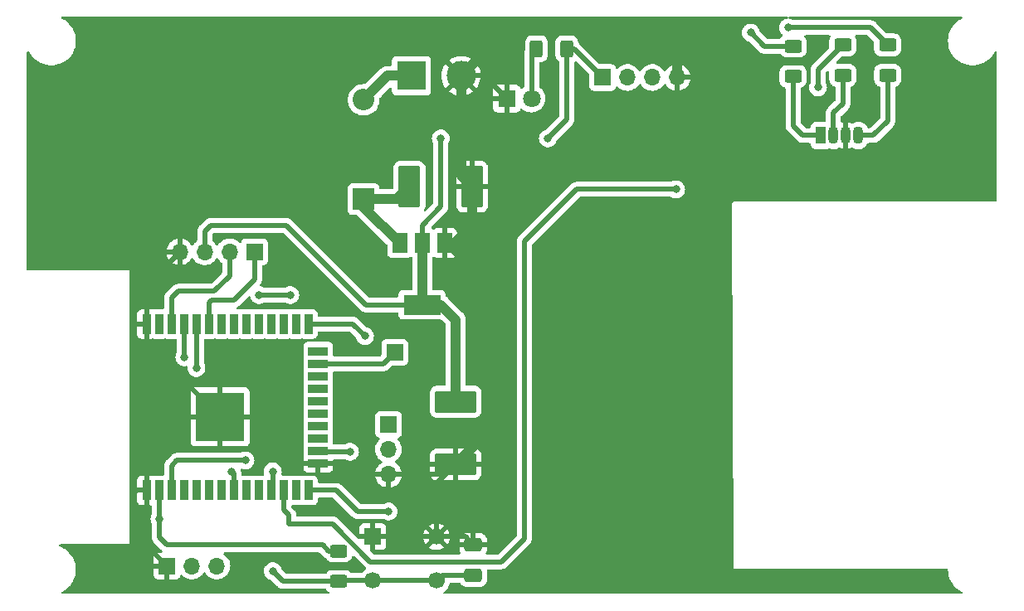
<source format=gtl>
%TF.GenerationSoftware,KiCad,Pcbnew,(6.0.4-0)*%
%TF.CreationDate,2022-11-11T12:05:05+01:00*%
%TF.ProjectId,DGPS_0.1,44475053-5f30-42e3-912e-6b696361645f,rev?*%
%TF.SameCoordinates,Original*%
%TF.FileFunction,Copper,L1,Top*%
%TF.FilePolarity,Positive*%
%FSLAX46Y46*%
G04 Gerber Fmt 4.6, Leading zero omitted, Abs format (unit mm)*
G04 Created by KiCad (PCBNEW (6.0.4-0)) date 2022-11-11 12:05:05*
%MOMM*%
%LPD*%
G01*
G04 APERTURE LIST*
G04 Aperture macros list*
%AMRoundRect*
0 Rectangle with rounded corners*
0 $1 Rounding radius*
0 $2 $3 $4 $5 $6 $7 $8 $9 X,Y pos of 4 corners*
0 Add a 4 corners polygon primitive as box body*
4,1,4,$2,$3,$4,$5,$6,$7,$8,$9,$2,$3,0*
0 Add four circle primitives for the rounded corners*
1,1,$1+$1,$2,$3*
1,1,$1+$1,$4,$5*
1,1,$1+$1,$6,$7*
1,1,$1+$1,$8,$9*
0 Add four rect primitives between the rounded corners*
20,1,$1+$1,$2,$3,$4,$5,0*
20,1,$1+$1,$4,$5,$6,$7,0*
20,1,$1+$1,$6,$7,$8,$9,0*
20,1,$1+$1,$8,$9,$2,$3,0*%
G04 Aperture macros list end*
%TA.AperFunction,SMDPad,CuDef*%
%ADD10RoundRect,0.250000X-0.625000X0.400000X-0.625000X-0.400000X0.625000X-0.400000X0.625000X0.400000X0*%
%TD*%
%TA.AperFunction,ComponentPad*%
%ADD11R,1.700000X1.700000*%
%TD*%
%TA.AperFunction,ComponentPad*%
%ADD12R,2.200000X2.200000*%
%TD*%
%TA.AperFunction,ComponentPad*%
%ADD13O,2.200000X2.200000*%
%TD*%
%TA.AperFunction,ComponentPad*%
%ADD14O,1.700000X1.700000*%
%TD*%
%TA.AperFunction,SMDPad,CuDef*%
%ADD15RoundRect,0.250000X-0.875000X-1.875000X0.875000X-1.875000X0.875000X1.875000X-0.875000X1.875000X0*%
%TD*%
%TA.AperFunction,SMDPad,CuDef*%
%ADD16RoundRect,0.250000X0.400000X0.625000X-0.400000X0.625000X-0.400000X-0.625000X0.400000X-0.625000X0*%
%TD*%
%TA.AperFunction,SMDPad,CuDef*%
%ADD17R,0.900000X2.000000*%
%TD*%
%TA.AperFunction,SMDPad,CuDef*%
%ADD18R,2.000000X0.900000*%
%TD*%
%TA.AperFunction,SMDPad,CuDef*%
%ADD19R,5.000000X5.000000*%
%TD*%
%TA.AperFunction,SMDPad,CuDef*%
%ADD20RoundRect,0.250000X-1.875000X0.875000X-1.875000X-0.875000X1.875000X-0.875000X1.875000X0.875000X0*%
%TD*%
%TA.AperFunction,ComponentPad*%
%ADD21R,1.800000X1.800000*%
%TD*%
%TA.AperFunction,ComponentPad*%
%ADD22C,1.800000*%
%TD*%
%TA.AperFunction,SMDPad,CuDef*%
%ADD23RoundRect,0.250000X0.650000X-0.412500X0.650000X0.412500X-0.650000X0.412500X-0.650000X-0.412500X0*%
%TD*%
%TA.AperFunction,ComponentPad*%
%ADD24R,1.070000X1.800000*%
%TD*%
%TA.AperFunction,ComponentPad*%
%ADD25O,1.070000X1.800000*%
%TD*%
%TA.AperFunction,SMDPad,CuDef*%
%ADD26R,1.500000X2.000000*%
%TD*%
%TA.AperFunction,SMDPad,CuDef*%
%ADD27R,3.800000X2.000000*%
%TD*%
%TA.AperFunction,ComponentPad*%
%ADD28C,1.700000*%
%TD*%
%TA.AperFunction,ComponentPad*%
%ADD29R,3.000000X3.000000*%
%TD*%
%TA.AperFunction,ComponentPad*%
%ADD30C,3.000000*%
%TD*%
%TA.AperFunction,ViaPad*%
%ADD31C,0.800000*%
%TD*%
%TA.AperFunction,Conductor*%
%ADD32C,1.000000*%
%TD*%
%TA.AperFunction,Conductor*%
%ADD33C,0.500000*%
%TD*%
G04 APERTURE END LIST*
D10*
X183769000Y-43408000D03*
X183769000Y-46508000D03*
D11*
X138049000Y-74803000D03*
D12*
X134874000Y-59182000D03*
D13*
X134874000Y-49022000D03*
D11*
X137414000Y-82184000D03*
D14*
X137414000Y-84724000D03*
X137414000Y-87264000D03*
D11*
X159256000Y-46746000D03*
D14*
X161796000Y-46746000D03*
X164336000Y-46746000D03*
X166876000Y-46746000D03*
D10*
X188341000Y-43408000D03*
X188341000Y-46508000D03*
X132334000Y-95097000D03*
X132334000Y-98197000D03*
D15*
X139548000Y-57912000D03*
X145948000Y-57912000D03*
D10*
X178689000Y-43535000D03*
X178689000Y-46635000D03*
D16*
X155601000Y-43815000D03*
X152501000Y-43815000D03*
D17*
X112730000Y-88910000D03*
X114000000Y-88910000D03*
X115270000Y-88910000D03*
X116540000Y-88910000D03*
X117810000Y-88910000D03*
X119080000Y-88910000D03*
X120350000Y-88910000D03*
X121620000Y-88910000D03*
X122890000Y-88910000D03*
X124160000Y-88910000D03*
X125430000Y-88910000D03*
X126700000Y-88910000D03*
X127970000Y-88910000D03*
X129240000Y-88910000D03*
D18*
X130240000Y-86125000D03*
X130240000Y-84855000D03*
X130240000Y-83585000D03*
X130240000Y-82315000D03*
X130240000Y-81045000D03*
X130240000Y-79775000D03*
X130240000Y-78505000D03*
X130240000Y-77235000D03*
X130240000Y-75965000D03*
X130240000Y-74695000D03*
D17*
X129240000Y-71910000D03*
X127970000Y-71910000D03*
X126700000Y-71910000D03*
X125430000Y-71910000D03*
X124160000Y-71910000D03*
X122890000Y-71910000D03*
X121620000Y-71910000D03*
X120350000Y-71910000D03*
X119080000Y-71910000D03*
X117810000Y-71910000D03*
X116540000Y-71910000D03*
X115270000Y-71910000D03*
X114000000Y-71910000D03*
X112730000Y-71910000D03*
D19*
X120230000Y-81410000D03*
D20*
X144272000Y-79858000D03*
X144272000Y-86258000D03*
D11*
X114823000Y-96622000D03*
D14*
X117363000Y-96622000D03*
X119903000Y-96622000D03*
D21*
X149474000Y-48895000D03*
D22*
X152014000Y-48895000D03*
D11*
X123736000Y-64535000D03*
D14*
X121196000Y-64535000D03*
X118656000Y-64535000D03*
X116116000Y-64535000D03*
D23*
X146050000Y-97574500D03*
X146050000Y-94449500D03*
D24*
X181526000Y-52670000D03*
D25*
X182796000Y-52670000D03*
X184066000Y-52670000D03*
X185336000Y-52670000D03*
D26*
X143143000Y-63652000D03*
D27*
X140843000Y-69952000D03*
D26*
X140843000Y-63652000D03*
X138543000Y-63652000D03*
D28*
X142315000Y-93635000D03*
D11*
X135815000Y-93635000D03*
D28*
X135815000Y-98135000D03*
X142315000Y-98135000D03*
D29*
X139738000Y-46574000D03*
D30*
X144818000Y-46574000D03*
D31*
X142748000Y-52959000D03*
X114046000Y-91821000D03*
X153670000Y-52959000D03*
X125603000Y-97155000D03*
X122809000Y-85852000D03*
X124206000Y-68961000D03*
X178181000Y-41656000D03*
X127381000Y-68961000D03*
X121412000Y-86995000D03*
X125603000Y-86974500D03*
X174371000Y-42164000D03*
X181229000Y-47752000D03*
X166751000Y-58166000D03*
X135001000Y-73152000D03*
X117810000Y-76408000D03*
X116586000Y-75311000D03*
X137414000Y-91059000D03*
X133477000Y-84963000D03*
D32*
X145948000Y-61824000D02*
X143827500Y-63944500D01*
X144818000Y-46574000D02*
X144818000Y-56782000D01*
X143827500Y-63944500D02*
X148717000Y-68834000D01*
D33*
X112730000Y-73910000D02*
X120230000Y-81410000D01*
X183388000Y-56642000D02*
X171704000Y-56642000D01*
X135143000Y-87264000D02*
X137414000Y-87264000D01*
X144818000Y-46574000D02*
X147153000Y-46574000D01*
X142315000Y-93635000D02*
X145235500Y-93635000D01*
D32*
X166876000Y-44321000D02*
X166876000Y-46746000D01*
D33*
X145235500Y-93635000D02*
X146050000Y-94449500D01*
X144272000Y-86258000D02*
X142315000Y-88215000D01*
D32*
X144818000Y-46574000D02*
X149606000Y-41786000D01*
D33*
X112730000Y-85136000D02*
X112730000Y-88910000D01*
X147153000Y-46574000D02*
X149474000Y-48895000D01*
X130240000Y-86125000D02*
X134004000Y-86125000D01*
X134004000Y-86125000D02*
X135143000Y-87264000D01*
X142315000Y-88215000D02*
X142315000Y-93635000D01*
X171704000Y-56642000D02*
X166876000Y-51814000D01*
X135815000Y-93635000D02*
X142315000Y-93635000D01*
D32*
X149606000Y-41786000D02*
X164341000Y-41786000D01*
X164341000Y-41786000D02*
X166876000Y-44321000D01*
D33*
X184066000Y-52670000D02*
X184066000Y-55964000D01*
D32*
X145948000Y-57912000D02*
X145948000Y-61824000D01*
D33*
X127381000Y-84836000D02*
X127381000Y-82042000D01*
X143266000Y-87264000D02*
X144272000Y-86258000D01*
D32*
X148717000Y-68834000D02*
X148717000Y-81813000D01*
D33*
X116116000Y-64535000D02*
X112730000Y-67921000D01*
X128670000Y-86125000D02*
X127381000Y-84836000D01*
X112730000Y-67921000D02*
X112730000Y-71910000D01*
X112730000Y-71910000D02*
X112730000Y-73910000D01*
D32*
X144818000Y-56782000D02*
X145948000Y-57912000D01*
D33*
X126749000Y-81410000D02*
X120230000Y-81410000D01*
X137414000Y-87264000D02*
X143266000Y-87264000D01*
X120230000Y-81410000D02*
X116456000Y-81410000D01*
X116456000Y-81410000D02*
X112730000Y-85136000D01*
X166876000Y-51814000D02*
X166876000Y-46746000D01*
X184066000Y-55964000D02*
X183388000Y-56642000D01*
X112730000Y-88910000D02*
X112730000Y-94529000D01*
D32*
X143535000Y-63652000D02*
X143827500Y-63944500D01*
D33*
X130240000Y-86125000D02*
X128670000Y-86125000D01*
X112730000Y-94529000D02*
X114823000Y-96622000D01*
D32*
X148717000Y-81813000D02*
X144272000Y-86258000D01*
X143143000Y-63652000D02*
X143535000Y-63652000D01*
D33*
X127381000Y-82042000D02*
X126749000Y-81410000D01*
X155601000Y-43815000D02*
X155601000Y-51028000D01*
X118656000Y-62446000D02*
X119253000Y-61849000D01*
D32*
X140843000Y-69952000D02*
X140843000Y-63652000D01*
X140843000Y-69952000D02*
X142723000Y-69952000D01*
D33*
X131292000Y-95097000D02*
X132334000Y-95097000D01*
X155601000Y-51028000D02*
X153670000Y-52959000D01*
X114046000Y-91821000D02*
X114046000Y-93726000D01*
X114046000Y-93726000D02*
X114808000Y-94488000D01*
X156325000Y-43815000D02*
X159256000Y-46746000D01*
D32*
X142723000Y-69952000D02*
X144272000Y-71501000D01*
D33*
X140843000Y-61849000D02*
X140843000Y-63652000D01*
D32*
X144272000Y-71501000D02*
X144272000Y-79858000D01*
D33*
X155601000Y-43815000D02*
X156325000Y-43815000D01*
X114000000Y-88910000D02*
X114000000Y-90505000D01*
X118656000Y-64535000D02*
X118656000Y-62446000D01*
X127000000Y-61849000D02*
X135103000Y-69952000D01*
X114046000Y-90551000D02*
X114046000Y-91821000D01*
X114808000Y-94488000D02*
X130683000Y-94488000D01*
X142748000Y-59944000D02*
X140843000Y-61849000D01*
X135103000Y-69952000D02*
X140843000Y-69952000D01*
X130683000Y-94488000D02*
X131292000Y-95097000D01*
X142748000Y-52959000D02*
X142748000Y-59944000D01*
X114000000Y-90505000D02*
X114046000Y-90551000D01*
X119253000Y-61849000D02*
X127000000Y-61849000D01*
X115270000Y-86406000D02*
X115824000Y-85852000D01*
X115824000Y-85852000D02*
X122809000Y-85852000D01*
X132396000Y-98135000D02*
X132334000Y-98197000D01*
X142875500Y-97574500D02*
X142315000Y-98135000D01*
X142315000Y-98135000D02*
X135815000Y-98135000D01*
X126645000Y-98197000D02*
X132334000Y-98197000D01*
X135815000Y-98135000D02*
X132396000Y-98135000D01*
X146050000Y-97574500D02*
X142875500Y-97574500D01*
X125603000Y-97155000D02*
X126645000Y-98197000D01*
X115270000Y-88910000D02*
X115270000Y-86406000D01*
X121620000Y-88910000D02*
X121620000Y-87203000D01*
X124206000Y-68961000D02*
X127381000Y-68961000D01*
X186589000Y-41656000D02*
X188341000Y-43408000D01*
X178181000Y-41656000D02*
X186589000Y-41656000D01*
X121620000Y-87203000D02*
X121412000Y-86995000D01*
X125603000Y-88737000D02*
X125430000Y-88910000D01*
X178689000Y-43535000D02*
X175742000Y-43535000D01*
X125603000Y-86974500D02*
X125603000Y-88737000D01*
X175742000Y-43535000D02*
X174371000Y-42164000D01*
X151257000Y-93853000D02*
X148913480Y-96196520D01*
X166751000Y-58166000D02*
X156591000Y-58166000D01*
X181229000Y-45948000D02*
X181229000Y-47752000D01*
X148913480Y-96196520D02*
X135566520Y-96196520D01*
X127254000Y-92329000D02*
X127254000Y-91440000D01*
X135566520Y-96196520D02*
X131699000Y-92329000D01*
X131699000Y-92329000D02*
X127254000Y-92329000D01*
X156591000Y-58166000D02*
X151257000Y-63500000D01*
X127254000Y-91440000D02*
X126700000Y-90886000D01*
X126700000Y-90886000D02*
X126700000Y-88910000D01*
X183769000Y-43408000D02*
X181229000Y-45948000D01*
X151257000Y-63500000D02*
X151257000Y-93853000D01*
X130240000Y-75965000D02*
X136887000Y-75965000D01*
X136887000Y-75965000D02*
X138049000Y-74803000D01*
X133759000Y-71910000D02*
X135001000Y-73152000D01*
X129240000Y-71910000D02*
X133759000Y-71910000D01*
X123736000Y-64535000D02*
X123736000Y-67399000D01*
X121666000Y-69469000D02*
X119380000Y-69469000D01*
X119380000Y-69469000D02*
X119080000Y-69769000D01*
X123736000Y-67399000D02*
X121666000Y-69469000D01*
X119080000Y-69769000D02*
X119080000Y-71910000D01*
X117810000Y-71910000D02*
X117810000Y-76408000D01*
X116540000Y-75265000D02*
X116586000Y-75311000D01*
X116540000Y-71910000D02*
X116540000Y-75265000D01*
X115270000Y-69261000D02*
X115270000Y-71910000D01*
X119634000Y-68580000D02*
X115951000Y-68580000D01*
X121196000Y-67018000D02*
X119634000Y-68580000D01*
X115951000Y-68580000D02*
X115270000Y-69261000D01*
X121196000Y-64535000D02*
X121196000Y-67018000D01*
D32*
X134874000Y-59182000D02*
X138278000Y-59182000D01*
X138278000Y-59182000D02*
X139548000Y-57912000D01*
X134874000Y-59182000D02*
X134874000Y-59983000D01*
X134874000Y-59983000D02*
X138543000Y-63652000D01*
D33*
X152501000Y-43815000D02*
X152014000Y-44302000D01*
X152014000Y-44302000D02*
X152014000Y-48895000D01*
X178689000Y-51689000D02*
X179670000Y-52670000D01*
X178689000Y-46635000D02*
X178689000Y-51689000D01*
X179670000Y-52670000D02*
X181526000Y-52670000D01*
X183769000Y-49403000D02*
X182796000Y-50376000D01*
X182796000Y-50376000D02*
X182796000Y-52670000D01*
X183769000Y-46508000D02*
X183769000Y-49403000D01*
X188341000Y-51181000D02*
X186852000Y-52670000D01*
X188341000Y-46508000D02*
X188341000Y-51181000D01*
X186852000Y-52670000D02*
X185336000Y-52670000D01*
D32*
X137322000Y-46574000D02*
X134874000Y-49022000D01*
X139738000Y-46574000D02*
X137322000Y-46574000D01*
D33*
X132090000Y-88910000D02*
X134239000Y-91059000D01*
X129240000Y-88910000D02*
X130947000Y-88910000D01*
X130947000Y-88910000D02*
X131963000Y-88910000D01*
X131963000Y-88910000D02*
X132090000Y-88910000D01*
X134239000Y-91059000D02*
X137414000Y-91059000D01*
X133477000Y-84963000D02*
X130348000Y-84963000D01*
X130348000Y-84963000D02*
X130240000Y-84855000D01*
%TA.AperFunction,Conductor*%
G36*
X178079229Y-40528502D02*
G01*
X178125722Y-40582158D01*
X178135826Y-40652432D01*
X178106332Y-40717012D01*
X178046606Y-40755396D01*
X178037305Y-40757747D01*
X177898712Y-40787206D01*
X177892682Y-40789891D01*
X177892681Y-40789891D01*
X177730278Y-40862197D01*
X177730276Y-40862198D01*
X177724248Y-40864882D01*
X177718907Y-40868762D01*
X177718906Y-40868763D01*
X177712473Y-40873437D01*
X177569747Y-40977134D01*
X177565326Y-40982044D01*
X177565325Y-40982045D01*
X177461229Y-41097656D01*
X177441960Y-41119056D01*
X177346473Y-41284444D01*
X177287458Y-41466072D01*
X177286768Y-41472633D01*
X177286768Y-41472635D01*
X177284938Y-41490045D01*
X177267496Y-41656000D01*
X177287458Y-41845928D01*
X177346473Y-42027556D01*
X177441960Y-42192944D01*
X177446378Y-42197851D01*
X177446379Y-42197852D01*
X177550582Y-42313581D01*
X177569747Y-42334866D01*
X177579290Y-42341800D01*
X177622645Y-42398019D01*
X177628723Y-42468755D01*
X177595594Y-42531548D01*
X177591043Y-42535661D01*
X177589652Y-42536522D01*
X177464695Y-42661697D01*
X177460856Y-42667925D01*
X177460852Y-42667930D01*
X177430841Y-42716617D01*
X177378069Y-42764110D01*
X177323582Y-42776500D01*
X176108371Y-42776500D01*
X176040250Y-42756498D01*
X176019276Y-42739595D01*
X175291125Y-42011444D01*
X175260387Y-41961285D01*
X175251746Y-41934689D01*
X175205527Y-41792444D01*
X175110040Y-41627056D01*
X175047847Y-41557983D01*
X174986675Y-41490045D01*
X174986674Y-41490044D01*
X174982253Y-41485134D01*
X174827752Y-41372882D01*
X174821724Y-41370198D01*
X174821722Y-41370197D01*
X174659319Y-41297891D01*
X174659318Y-41297891D01*
X174653288Y-41295206D01*
X174559888Y-41275353D01*
X174472944Y-41256872D01*
X174472939Y-41256872D01*
X174466487Y-41255500D01*
X174275513Y-41255500D01*
X174269061Y-41256872D01*
X174269056Y-41256872D01*
X174182112Y-41275353D01*
X174088712Y-41295206D01*
X174082682Y-41297891D01*
X174082681Y-41297891D01*
X173920278Y-41370197D01*
X173920276Y-41370198D01*
X173914248Y-41372882D01*
X173759747Y-41485134D01*
X173755326Y-41490044D01*
X173755325Y-41490045D01*
X173694154Y-41557983D01*
X173631960Y-41627056D01*
X173536473Y-41792444D01*
X173477458Y-41974072D01*
X173476768Y-41980633D01*
X173476768Y-41980635D01*
X173465277Y-42089968D01*
X173457496Y-42164000D01*
X173458186Y-42170565D01*
X173475455Y-42334866D01*
X173477458Y-42353928D01*
X173536473Y-42535556D01*
X173631960Y-42700944D01*
X173759747Y-42842866D01*
X173914248Y-42955118D01*
X173920276Y-42957802D01*
X173920278Y-42957803D01*
X174082681Y-43030109D01*
X174088712Y-43032794D01*
X174095167Y-43034166D01*
X174095176Y-43034169D01*
X174151772Y-43046199D01*
X174214669Y-43080350D01*
X175158230Y-44023911D01*
X175170616Y-44038323D01*
X175179149Y-44049918D01*
X175179154Y-44049923D01*
X175183492Y-44055818D01*
X175189070Y-44060557D01*
X175189073Y-44060560D01*
X175223768Y-44090035D01*
X175231284Y-44096965D01*
X175236980Y-44102661D01*
X175239841Y-44104924D01*
X175239846Y-44104929D01*
X175259266Y-44120293D01*
X175262667Y-44123082D01*
X175318285Y-44170333D01*
X175324798Y-44173659D01*
X175329837Y-44177020D01*
X175334979Y-44180196D01*
X175340716Y-44184734D01*
X175406875Y-44215655D01*
X175410769Y-44217558D01*
X175475808Y-44250769D01*
X175482917Y-44252508D01*
X175488551Y-44254604D01*
X175494321Y-44256523D01*
X175500950Y-44259622D01*
X175508113Y-44261112D01*
X175508116Y-44261113D01*
X175558830Y-44271661D01*
X175572435Y-44274491D01*
X175576701Y-44275457D01*
X175647610Y-44292808D01*
X175653212Y-44293156D01*
X175653215Y-44293156D01*
X175658764Y-44293500D01*
X175658762Y-44293535D01*
X175662734Y-44293775D01*
X175666955Y-44294152D01*
X175674115Y-44295641D01*
X175751542Y-44293546D01*
X175754950Y-44293500D01*
X177323631Y-44293500D01*
X177391752Y-44313502D01*
X177430772Y-44353193D01*
X177465522Y-44409348D01*
X177590697Y-44534305D01*
X177596927Y-44538145D01*
X177596928Y-44538146D01*
X177734090Y-44622694D01*
X177741262Y-44627115D01*
X177821005Y-44653564D01*
X177902611Y-44680632D01*
X177902613Y-44680632D01*
X177909139Y-44682797D01*
X177915975Y-44683497D01*
X177915978Y-44683498D01*
X177959031Y-44687909D01*
X178013600Y-44693500D01*
X179364400Y-44693500D01*
X179367646Y-44693163D01*
X179367650Y-44693163D01*
X179463308Y-44683238D01*
X179463312Y-44683237D01*
X179470166Y-44682526D01*
X179476702Y-44680345D01*
X179476704Y-44680345D01*
X179608806Y-44636272D01*
X179637946Y-44626550D01*
X179788348Y-44533478D01*
X179913305Y-44408303D01*
X179952275Y-44345083D01*
X180002275Y-44263968D01*
X180002276Y-44263966D01*
X180006115Y-44257738D01*
X180038356Y-44160535D01*
X180059632Y-44096389D01*
X180059632Y-44096387D01*
X180061797Y-44089861D01*
X180064313Y-44065311D01*
X180072172Y-43988598D01*
X180072500Y-43985400D01*
X180072500Y-43084600D01*
X180068078Y-43041978D01*
X180062238Y-42985692D01*
X180062237Y-42985688D01*
X180061526Y-42978834D01*
X180055532Y-42960866D01*
X180007868Y-42818002D01*
X180005550Y-42811054D01*
X179912478Y-42660652D01*
X179881445Y-42629673D01*
X179847366Y-42567390D01*
X179852369Y-42496570D01*
X179894866Y-42439698D01*
X179961365Y-42414829D01*
X179970463Y-42414500D01*
X182393103Y-42414500D01*
X182461224Y-42434502D01*
X182507717Y-42488158D01*
X182517821Y-42558432D01*
X182500363Y-42606616D01*
X182458977Y-42673757D01*
X182451885Y-42685262D01*
X182396203Y-42853139D01*
X182395503Y-42859975D01*
X182395502Y-42859978D01*
X182394756Y-42867262D01*
X182385500Y-42957600D01*
X182385500Y-43666629D01*
X182365498Y-43734750D01*
X182348595Y-43755724D01*
X180740089Y-45364230D01*
X180725677Y-45376616D01*
X180714082Y-45385149D01*
X180714077Y-45385154D01*
X180708182Y-45389492D01*
X180703443Y-45395070D01*
X180703440Y-45395073D01*
X180673965Y-45429768D01*
X180667035Y-45437284D01*
X180661340Y-45442979D01*
X180659060Y-45445861D01*
X180643719Y-45465251D01*
X180640928Y-45468655D01*
X180598409Y-45518703D01*
X180593667Y-45524285D01*
X180590339Y-45530801D01*
X180586972Y-45535850D01*
X180583805Y-45540979D01*
X180579266Y-45546716D01*
X180548345Y-45612875D01*
X180546442Y-45616769D01*
X180513231Y-45681808D01*
X180511492Y-45688916D01*
X180509393Y-45694559D01*
X180507476Y-45700322D01*
X180504378Y-45706950D01*
X180502888Y-45714112D01*
X180502888Y-45714113D01*
X180489514Y-45778412D01*
X180488544Y-45782696D01*
X180471192Y-45853610D01*
X180470500Y-45864764D01*
X180470464Y-45864762D01*
X180470225Y-45868755D01*
X180469851Y-45872947D01*
X180468360Y-45880115D01*
X180468558Y-45887432D01*
X180470454Y-45957521D01*
X180470500Y-45960928D01*
X180470500Y-47215001D01*
X180453619Y-47278000D01*
X180394473Y-47380444D01*
X180335458Y-47562072D01*
X180334768Y-47568633D01*
X180334768Y-47568635D01*
X180320094Y-47708248D01*
X180315496Y-47752000D01*
X180316186Y-47758565D01*
X180330279Y-47892649D01*
X180335458Y-47941928D01*
X180394473Y-48123556D01*
X180397776Y-48129278D01*
X180397777Y-48129279D01*
X180417624Y-48163654D01*
X180489960Y-48288944D01*
X180617747Y-48430866D01*
X180716843Y-48502864D01*
X180766400Y-48538869D01*
X180772248Y-48543118D01*
X180778276Y-48545802D01*
X180778278Y-48545803D01*
X180863772Y-48583867D01*
X180946712Y-48620794D01*
X181028243Y-48638124D01*
X181127056Y-48659128D01*
X181127061Y-48659128D01*
X181133513Y-48660500D01*
X181324487Y-48660500D01*
X181330939Y-48659128D01*
X181330944Y-48659128D01*
X181429757Y-48638124D01*
X181511288Y-48620794D01*
X181594228Y-48583867D01*
X181679722Y-48545803D01*
X181679724Y-48545802D01*
X181685752Y-48543118D01*
X181691601Y-48538869D01*
X181741157Y-48502864D01*
X181840253Y-48430866D01*
X181968040Y-48288944D01*
X182040376Y-48163654D01*
X182060223Y-48129279D01*
X182060224Y-48129278D01*
X182063527Y-48123556D01*
X182122542Y-47941928D01*
X182127722Y-47892649D01*
X182141814Y-47758565D01*
X182142504Y-47752000D01*
X182137906Y-47708248D01*
X182123232Y-47568635D01*
X182123232Y-47568633D01*
X182122542Y-47562072D01*
X182063527Y-47380444D01*
X182004381Y-47278000D01*
X181987500Y-47215001D01*
X181987500Y-46314371D01*
X182007502Y-46246250D01*
X182024405Y-46225276D01*
X182170405Y-46079276D01*
X182232717Y-46045250D01*
X182303532Y-46050315D01*
X182360368Y-46092862D01*
X182385179Y-46159382D01*
X182385500Y-46168371D01*
X182385500Y-46958400D01*
X182385837Y-46961646D01*
X182385837Y-46961650D01*
X182393854Y-47038910D01*
X182396474Y-47064166D01*
X182398655Y-47070702D01*
X182398655Y-47070704D01*
X182405334Y-47090722D01*
X182452450Y-47231946D01*
X182545522Y-47382348D01*
X182550704Y-47387521D01*
X182591257Y-47428003D01*
X182670697Y-47507305D01*
X182676927Y-47511145D01*
X182676928Y-47511146D01*
X182814090Y-47595694D01*
X182821262Y-47600115D01*
X182896183Y-47624965D01*
X182924167Y-47634247D01*
X182982527Y-47674678D01*
X183009764Y-47740242D01*
X183010500Y-47753840D01*
X183010500Y-49036629D01*
X182990498Y-49104750D01*
X182973595Y-49125724D01*
X182307089Y-49792230D01*
X182292677Y-49804616D01*
X182281082Y-49813149D01*
X182281077Y-49813154D01*
X182275182Y-49817492D01*
X182270443Y-49823070D01*
X182270440Y-49823073D01*
X182240965Y-49857768D01*
X182234035Y-49865284D01*
X182228340Y-49870979D01*
X182226060Y-49873861D01*
X182210719Y-49893251D01*
X182207928Y-49896655D01*
X182165409Y-49946703D01*
X182160667Y-49952285D01*
X182157339Y-49958801D01*
X182153972Y-49963850D01*
X182150805Y-49968979D01*
X182146266Y-49974716D01*
X182115345Y-50040875D01*
X182113442Y-50044769D01*
X182080231Y-50109808D01*
X182078492Y-50116916D01*
X182076393Y-50122559D01*
X182074476Y-50128322D01*
X182071378Y-50134950D01*
X182069888Y-50142112D01*
X182069888Y-50142113D01*
X182056514Y-50206412D01*
X182055544Y-50210696D01*
X182038192Y-50281610D01*
X182037500Y-50292764D01*
X182037464Y-50292762D01*
X182037225Y-50296755D01*
X182036851Y-50300947D01*
X182035360Y-50308115D01*
X182035558Y-50315432D01*
X182037454Y-50385521D01*
X182037500Y-50388928D01*
X182037500Y-51135500D01*
X182017498Y-51203621D01*
X181963842Y-51250114D01*
X181911500Y-51261500D01*
X180942866Y-51261500D01*
X180939469Y-51261869D01*
X180936560Y-51262185D01*
X180880684Y-51268255D01*
X180744295Y-51319385D01*
X180627739Y-51406739D01*
X180540385Y-51523295D01*
X180489255Y-51659684D01*
X180482500Y-51721866D01*
X180482500Y-51785500D01*
X180462498Y-51853621D01*
X180408842Y-51900114D01*
X180356500Y-51911500D01*
X180036371Y-51911500D01*
X179968250Y-51891498D01*
X179947276Y-51874595D01*
X179484405Y-51411724D01*
X179450379Y-51349412D01*
X179447500Y-51322629D01*
X179447500Y-47880879D01*
X179467502Y-47812758D01*
X179521158Y-47766265D01*
X179533623Y-47761356D01*
X179630993Y-47728870D01*
X179630995Y-47728869D01*
X179637946Y-47726550D01*
X179788348Y-47633478D01*
X179837357Y-47584384D01*
X179908134Y-47513483D01*
X179913305Y-47508303D01*
X179926436Y-47487001D01*
X180002275Y-47363968D01*
X180002276Y-47363966D01*
X180006115Y-47357738D01*
X180042576Y-47247811D01*
X180059632Y-47196389D01*
X180059632Y-47196387D01*
X180061797Y-47189861D01*
X180072500Y-47085400D01*
X180072500Y-46184600D01*
X180070816Y-46168371D01*
X180062238Y-46085692D01*
X180062237Y-46085688D01*
X180061526Y-46078834D01*
X180057758Y-46067538D01*
X180007868Y-45918002D01*
X180005550Y-45911054D01*
X179912478Y-45760652D01*
X179787303Y-45635695D01*
X179780287Y-45631370D01*
X179642968Y-45546725D01*
X179642966Y-45546724D01*
X179636738Y-45542885D01*
X179533070Y-45508500D01*
X179475389Y-45489368D01*
X179475387Y-45489368D01*
X179468861Y-45487203D01*
X179462025Y-45486503D01*
X179462022Y-45486502D01*
X179418969Y-45482091D01*
X179364400Y-45476500D01*
X178013600Y-45476500D01*
X178010354Y-45476837D01*
X178010350Y-45476837D01*
X177914692Y-45486762D01*
X177914688Y-45486763D01*
X177907834Y-45487474D01*
X177901298Y-45489655D01*
X177901296Y-45489655D01*
X177797498Y-45524285D01*
X177740054Y-45543450D01*
X177589652Y-45636522D01*
X177464695Y-45761697D01*
X177460855Y-45767927D01*
X177460854Y-45767928D01*
X177383930Y-45892722D01*
X177371885Y-45912262D01*
X177356058Y-45959978D01*
X177320232Y-46067993D01*
X177316203Y-46080139D01*
X177315503Y-46086975D01*
X177315502Y-46086978D01*
X177313470Y-46106814D01*
X177305500Y-46184600D01*
X177305500Y-47085400D01*
X177316474Y-47191166D01*
X177318655Y-47197702D01*
X177318655Y-47197704D01*
X177362728Y-47329806D01*
X177372450Y-47358946D01*
X177465522Y-47509348D01*
X177590697Y-47634305D01*
X177596927Y-47638145D01*
X177596928Y-47638146D01*
X177734976Y-47723240D01*
X177741262Y-47727115D01*
X177825615Y-47755093D01*
X177844167Y-47761247D01*
X177902527Y-47801678D01*
X177929764Y-47867242D01*
X177930500Y-47880840D01*
X177930500Y-51621930D01*
X177929067Y-51640880D01*
X177925801Y-51662349D01*
X177926394Y-51669641D01*
X177926394Y-51669644D01*
X177930085Y-51715018D01*
X177930500Y-51725233D01*
X177930500Y-51733293D01*
X177930925Y-51736937D01*
X177933789Y-51761507D01*
X177934222Y-51765882D01*
X177940140Y-51838637D01*
X177942396Y-51845601D01*
X177943587Y-51851560D01*
X177944971Y-51857415D01*
X177945818Y-51864681D01*
X177970735Y-51933327D01*
X177972152Y-51937455D01*
X177994649Y-52006899D01*
X177998445Y-52013154D01*
X178000951Y-52018628D01*
X178003670Y-52024058D01*
X178006167Y-52030937D01*
X178010180Y-52037057D01*
X178010180Y-52037058D01*
X178046186Y-52091976D01*
X178048523Y-52095680D01*
X178086405Y-52158107D01*
X178090121Y-52162315D01*
X178090122Y-52162316D01*
X178093803Y-52166484D01*
X178093776Y-52166508D01*
X178096429Y-52169500D01*
X178099132Y-52172733D01*
X178103144Y-52178852D01*
X178108456Y-52183884D01*
X178159383Y-52232128D01*
X178161825Y-52234506D01*
X179086230Y-53158911D01*
X179098616Y-53173323D01*
X179107149Y-53184918D01*
X179107154Y-53184923D01*
X179111492Y-53190818D01*
X179117070Y-53195557D01*
X179117073Y-53195560D01*
X179151768Y-53225035D01*
X179159284Y-53231965D01*
X179164980Y-53237661D01*
X179167841Y-53239924D01*
X179167846Y-53239929D01*
X179187266Y-53255293D01*
X179190667Y-53258082D01*
X179195889Y-53262518D01*
X179246285Y-53305333D01*
X179252805Y-53308662D01*
X179257852Y-53312028D01*
X179262976Y-53315193D01*
X179268717Y-53319735D01*
X179275348Y-53322834D01*
X179275351Y-53322836D01*
X179304115Y-53336279D01*
X179330949Y-53348820D01*
X179334830Y-53350634D01*
X179338776Y-53352562D01*
X179403808Y-53385769D01*
X179410914Y-53387508D01*
X179416564Y-53389609D01*
X179422321Y-53391524D01*
X179428950Y-53394622D01*
X179500435Y-53409491D01*
X179504701Y-53410457D01*
X179575610Y-53427808D01*
X179581212Y-53428156D01*
X179581215Y-53428156D01*
X179586764Y-53428500D01*
X179586762Y-53428535D01*
X179590734Y-53428775D01*
X179594955Y-53429152D01*
X179602115Y-53430641D01*
X179679542Y-53428546D01*
X179682950Y-53428500D01*
X180356500Y-53428500D01*
X180424621Y-53448502D01*
X180471114Y-53502158D01*
X180482500Y-53554500D01*
X180482500Y-53618134D01*
X180489255Y-53680316D01*
X180540385Y-53816705D01*
X180627739Y-53933261D01*
X180744295Y-54020615D01*
X180880684Y-54071745D01*
X180942866Y-54078500D01*
X182109134Y-54078500D01*
X182171316Y-54071745D01*
X182284242Y-54029411D01*
X182299303Y-54023765D01*
X182299304Y-54023764D01*
X182307705Y-54020615D01*
X182312467Y-54017046D01*
X182380338Y-54002201D01*
X182408750Y-54007525D01*
X182585160Y-54062133D01*
X182591282Y-54062776D01*
X182591285Y-54062777D01*
X182782551Y-54082879D01*
X182782553Y-54082879D01*
X182788680Y-54083523D01*
X182874066Y-54075752D01*
X182986339Y-54065535D01*
X182986342Y-54065534D01*
X182992478Y-54064976D01*
X182998384Y-54063238D01*
X182998388Y-54063237D01*
X183113319Y-54029411D01*
X183188793Y-54007198D01*
X183194251Y-54004345D01*
X183194255Y-54004343D01*
X183370147Y-53912388D01*
X183370880Y-53913789D01*
X183431442Y-53895457D01*
X183492420Y-53910618D01*
X183654440Y-53998223D01*
X183665755Y-54002979D01*
X183794692Y-54042892D01*
X183808795Y-54043098D01*
X183812000Y-54036343D01*
X183812000Y-53302888D01*
X183817899Y-53264787D01*
X183819774Y-53258878D01*
X183819775Y-53258871D01*
X183821636Y-53253006D01*
X183839500Y-53093744D01*
X183839500Y-53086495D01*
X184292500Y-53086495D01*
X184307420Y-53238664D01*
X184309202Y-53244566D01*
X184314622Y-53262518D01*
X184320000Y-53298936D01*
X184320000Y-54029411D01*
X184323973Y-54042942D01*
X184331768Y-54044062D01*
X184452686Y-54008474D01*
X184464070Y-54003875D01*
X184639872Y-53911968D01*
X184640716Y-53913583D01*
X184700460Y-53895497D01*
X184761439Y-53910657D01*
X184929671Y-54001619D01*
X185125160Y-54062133D01*
X185131282Y-54062776D01*
X185131285Y-54062777D01*
X185322551Y-54082879D01*
X185322553Y-54082879D01*
X185328680Y-54083523D01*
X185414066Y-54075752D01*
X185526339Y-54065535D01*
X185526342Y-54065534D01*
X185532478Y-54064976D01*
X185538384Y-54063238D01*
X185538388Y-54063237D01*
X185653319Y-54029411D01*
X185728793Y-54007198D01*
X185734251Y-54004345D01*
X185734255Y-54004343D01*
X185859928Y-53938642D01*
X185910147Y-53912388D01*
X185931156Y-53895497D01*
X186064824Y-53788025D01*
X186069631Y-53784160D01*
X186201172Y-53627396D01*
X186270022Y-53502158D01*
X186274617Y-53493799D01*
X186324962Y-53443741D01*
X186385032Y-53428500D01*
X186784930Y-53428500D01*
X186803880Y-53429933D01*
X186818115Y-53432099D01*
X186818119Y-53432099D01*
X186825349Y-53433199D01*
X186832641Y-53432606D01*
X186832644Y-53432606D01*
X186878018Y-53428915D01*
X186888233Y-53428500D01*
X186896293Y-53428500D01*
X186913680Y-53426473D01*
X186924507Y-53425211D01*
X186928882Y-53424778D01*
X186994339Y-53419454D01*
X186994342Y-53419453D01*
X187001637Y-53418860D01*
X187008601Y-53416604D01*
X187014560Y-53415413D01*
X187020415Y-53414029D01*
X187027681Y-53413182D01*
X187096327Y-53388265D01*
X187100455Y-53386848D01*
X187162936Y-53366607D01*
X187162938Y-53366606D01*
X187169899Y-53364351D01*
X187176154Y-53360555D01*
X187181628Y-53358049D01*
X187187058Y-53355330D01*
X187193937Y-53352833D01*
X187239690Y-53322836D01*
X187254976Y-53312814D01*
X187258680Y-53310477D01*
X187321107Y-53272595D01*
X187329484Y-53265197D01*
X187329508Y-53265224D01*
X187332500Y-53262571D01*
X187335733Y-53259868D01*
X187341852Y-53255856D01*
X187395128Y-53199617D01*
X187397506Y-53197175D01*
X188829911Y-51764770D01*
X188844323Y-51752384D01*
X188855918Y-51743851D01*
X188855923Y-51743846D01*
X188861818Y-51739508D01*
X188866557Y-51733930D01*
X188866560Y-51733927D01*
X188896035Y-51699232D01*
X188902965Y-51691716D01*
X188908660Y-51686021D01*
X188921617Y-51669644D01*
X188926281Y-51663749D01*
X188929072Y-51660345D01*
X188971591Y-51610297D01*
X188971592Y-51610295D01*
X188976333Y-51604715D01*
X188979661Y-51598199D01*
X188983028Y-51593150D01*
X188986195Y-51588021D01*
X188990734Y-51582284D01*
X189021662Y-51516109D01*
X189023561Y-51512225D01*
X189026053Y-51507345D01*
X189056769Y-51447192D01*
X189058508Y-51440084D01*
X189060607Y-51434441D01*
X189062524Y-51428678D01*
X189065622Y-51422050D01*
X189080487Y-51350583D01*
X189081457Y-51346299D01*
X189098808Y-51275390D01*
X189099202Y-51269050D01*
X189099500Y-51264236D01*
X189099536Y-51264238D01*
X189099775Y-51260245D01*
X189100149Y-51256053D01*
X189101640Y-51248885D01*
X189099546Y-51171479D01*
X189099500Y-51168072D01*
X189099500Y-47753879D01*
X189119502Y-47685758D01*
X189173158Y-47639265D01*
X189185623Y-47634356D01*
X189282993Y-47601870D01*
X189282995Y-47601869D01*
X189289946Y-47599550D01*
X189440348Y-47506478D01*
X189565305Y-47381303D01*
X189575246Y-47365176D01*
X189654275Y-47236968D01*
X189654276Y-47236966D01*
X189658115Y-47230738D01*
X189705243Y-47088650D01*
X189711632Y-47069389D01*
X189711632Y-47069387D01*
X189713797Y-47062861D01*
X189724500Y-46958400D01*
X189724500Y-46057600D01*
X189722357Y-46036944D01*
X189714238Y-45958692D01*
X189714237Y-45958688D01*
X189713526Y-45951834D01*
X189702642Y-45919209D01*
X189659868Y-45791002D01*
X189657550Y-45784054D01*
X189564478Y-45633652D01*
X189439303Y-45508695D01*
X189412558Y-45492209D01*
X189294968Y-45419725D01*
X189294966Y-45419724D01*
X189288738Y-45415885D01*
X189199324Y-45386228D01*
X189127389Y-45362368D01*
X189127387Y-45362368D01*
X189120861Y-45360203D01*
X189114025Y-45359503D01*
X189114022Y-45359502D01*
X189070969Y-45355091D01*
X189016400Y-45349500D01*
X187665600Y-45349500D01*
X187662354Y-45349837D01*
X187662350Y-45349837D01*
X187566692Y-45359762D01*
X187566688Y-45359763D01*
X187559834Y-45360474D01*
X187553298Y-45362655D01*
X187553296Y-45362655D01*
X187421194Y-45406728D01*
X187392054Y-45416450D01*
X187241652Y-45509522D01*
X187116695Y-45634697D01*
X187112855Y-45640927D01*
X187112854Y-45640928D01*
X187034376Y-45768243D01*
X187023885Y-45785262D01*
X187021581Y-45792209D01*
X186983828Y-45906032D01*
X186968203Y-45953139D01*
X186957500Y-46057600D01*
X186957500Y-46958400D01*
X186957837Y-46961646D01*
X186957837Y-46961650D01*
X186965854Y-47038910D01*
X186968474Y-47064166D01*
X186970655Y-47070702D01*
X186970655Y-47070704D01*
X186977334Y-47090722D01*
X187024450Y-47231946D01*
X187117522Y-47382348D01*
X187122704Y-47387521D01*
X187163257Y-47428003D01*
X187242697Y-47507305D01*
X187248927Y-47511145D01*
X187248928Y-47511146D01*
X187386090Y-47595694D01*
X187393262Y-47600115D01*
X187468183Y-47624965D01*
X187496167Y-47634247D01*
X187554527Y-47674678D01*
X187581764Y-47740242D01*
X187582500Y-47753840D01*
X187582500Y-50814629D01*
X187562498Y-50882750D01*
X187545595Y-50903724D01*
X186574724Y-51874595D01*
X186512412Y-51908621D01*
X186485629Y-51911500D01*
X186384368Y-51911500D01*
X186316247Y-51891498D01*
X186273117Y-51844654D01*
X186269918Y-51838637D01*
X186209359Y-51724742D01*
X186205469Y-51719972D01*
X186205466Y-51719968D01*
X186083915Y-51570932D01*
X186083912Y-51570929D01*
X186080020Y-51566157D01*
X186038373Y-51531703D01*
X185948431Y-51457297D01*
X185922341Y-51435713D01*
X185742329Y-51338381D01*
X185546840Y-51277867D01*
X185540718Y-51277224D01*
X185540715Y-51277223D01*
X185349449Y-51257121D01*
X185349447Y-51257121D01*
X185343320Y-51256477D01*
X185258063Y-51264236D01*
X185145661Y-51274465D01*
X185145658Y-51274466D01*
X185139522Y-51275024D01*
X185133616Y-51276762D01*
X185133612Y-51276763D01*
X185065186Y-51296902D01*
X184943207Y-51332802D01*
X184937749Y-51335655D01*
X184937745Y-51335657D01*
X184761853Y-51427612D01*
X184761120Y-51426211D01*
X184700558Y-51444543D01*
X184639580Y-51429382D01*
X184477560Y-51341777D01*
X184466245Y-51337021D01*
X184337308Y-51297108D01*
X184323205Y-51296902D01*
X184320000Y-51303657D01*
X184320000Y-52037112D01*
X184314101Y-52075213D01*
X184312226Y-52081122D01*
X184312225Y-52081129D01*
X184310364Y-52086994D01*
X184292500Y-52246256D01*
X184292500Y-53086495D01*
X183839500Y-53086495D01*
X183839500Y-52253505D01*
X183824580Y-52101336D01*
X183817378Y-52077482D01*
X183812000Y-52041064D01*
X183812000Y-51310589D01*
X183808027Y-51297058D01*
X183800234Y-51295938D01*
X183716075Y-51320707D01*
X183645078Y-51320752D01*
X183585328Y-51282406D01*
X183555794Y-51217844D01*
X183554500Y-51199833D01*
X183554500Y-50742371D01*
X183574502Y-50674250D01*
X183591405Y-50653276D01*
X184257911Y-49986770D01*
X184272323Y-49974384D01*
X184283918Y-49965851D01*
X184283923Y-49965846D01*
X184289818Y-49961508D01*
X184294557Y-49955930D01*
X184294560Y-49955927D01*
X184324035Y-49921232D01*
X184330965Y-49913716D01*
X184336661Y-49908020D01*
X184338924Y-49905159D01*
X184338929Y-49905154D01*
X184354293Y-49885734D01*
X184357082Y-49882333D01*
X184377951Y-49857768D01*
X184404333Y-49826715D01*
X184407659Y-49820202D01*
X184411020Y-49815163D01*
X184414196Y-49810021D01*
X184418734Y-49804284D01*
X184449655Y-49738125D01*
X184451561Y-49734225D01*
X184453862Y-49729719D01*
X184484769Y-49669192D01*
X184486508Y-49662083D01*
X184488604Y-49656449D01*
X184490523Y-49650679D01*
X184493622Y-49644050D01*
X184497145Y-49627116D01*
X184508490Y-49572571D01*
X184509461Y-49568282D01*
X184520012Y-49525164D01*
X184526808Y-49497390D01*
X184527500Y-49486236D01*
X184527535Y-49486238D01*
X184527775Y-49482266D01*
X184528152Y-49478045D01*
X184529641Y-49470885D01*
X184527546Y-49393458D01*
X184527500Y-49390050D01*
X184527500Y-47753879D01*
X184547502Y-47685758D01*
X184601158Y-47639265D01*
X184613623Y-47634356D01*
X184710993Y-47601870D01*
X184710995Y-47601869D01*
X184717946Y-47599550D01*
X184868348Y-47506478D01*
X184993305Y-47381303D01*
X185003246Y-47365176D01*
X185082275Y-47236968D01*
X185082276Y-47236966D01*
X185086115Y-47230738D01*
X185133243Y-47088650D01*
X185139632Y-47069389D01*
X185139632Y-47069387D01*
X185141797Y-47062861D01*
X185152500Y-46958400D01*
X185152500Y-46057600D01*
X185150357Y-46036944D01*
X185142238Y-45958692D01*
X185142237Y-45958688D01*
X185141526Y-45951834D01*
X185130642Y-45919209D01*
X185087868Y-45791002D01*
X185085550Y-45784054D01*
X184992478Y-45633652D01*
X184867303Y-45508695D01*
X184840558Y-45492209D01*
X184722968Y-45419725D01*
X184722966Y-45419724D01*
X184716738Y-45415885D01*
X184627324Y-45386228D01*
X184555389Y-45362368D01*
X184555387Y-45362368D01*
X184548861Y-45360203D01*
X184542025Y-45359503D01*
X184542022Y-45359502D01*
X184498969Y-45355091D01*
X184444400Y-45349500D01*
X183204371Y-45349500D01*
X183136250Y-45329498D01*
X183089757Y-45275842D01*
X183079653Y-45205568D01*
X183109147Y-45140988D01*
X183115276Y-45134405D01*
X183646276Y-44603405D01*
X183708588Y-44569379D01*
X183735371Y-44566500D01*
X184444400Y-44566500D01*
X184447646Y-44566163D01*
X184447650Y-44566163D01*
X184543308Y-44556238D01*
X184543312Y-44556237D01*
X184550166Y-44555526D01*
X184556702Y-44553345D01*
X184556704Y-44553345D01*
X184688806Y-44509272D01*
X184717946Y-44499550D01*
X184868348Y-44406478D01*
X184993305Y-44281303D01*
X184997505Y-44274490D01*
X185082275Y-44136968D01*
X185082276Y-44136966D01*
X185086115Y-44130738D01*
X185121548Y-44023911D01*
X185139632Y-43969389D01*
X185139632Y-43969387D01*
X185141797Y-43962861D01*
X185152500Y-43858400D01*
X185152500Y-42957600D01*
X185143848Y-42874209D01*
X185142238Y-42858692D01*
X185142237Y-42858688D01*
X185141526Y-42851834D01*
X185085550Y-42684054D01*
X185037744Y-42606801D01*
X185018907Y-42538352D01*
X185040068Y-42470582D01*
X185094508Y-42425011D01*
X185144889Y-42414500D01*
X186222629Y-42414500D01*
X186290750Y-42434502D01*
X186311724Y-42451405D01*
X186920595Y-43060276D01*
X186954621Y-43122588D01*
X186957500Y-43149371D01*
X186957500Y-43858400D01*
X186957837Y-43861646D01*
X186957837Y-43861650D01*
X186966723Y-43947288D01*
X186968474Y-43964166D01*
X186970655Y-43970702D01*
X186970655Y-43970704D01*
X187008128Y-44083022D01*
X187024450Y-44131946D01*
X187117522Y-44282348D01*
X187122704Y-44287521D01*
X187128740Y-44293546D01*
X187242697Y-44407305D01*
X187248927Y-44411145D01*
X187248928Y-44411146D01*
X187386090Y-44495694D01*
X187393262Y-44500115D01*
X187473005Y-44526564D01*
X187554611Y-44553632D01*
X187554613Y-44553632D01*
X187561139Y-44555797D01*
X187567975Y-44556497D01*
X187567978Y-44556498D01*
X187611031Y-44560909D01*
X187665600Y-44566500D01*
X189016400Y-44566500D01*
X189019646Y-44566163D01*
X189019650Y-44566163D01*
X189115308Y-44556238D01*
X189115312Y-44556237D01*
X189122166Y-44555526D01*
X189128702Y-44553345D01*
X189128704Y-44553345D01*
X189260806Y-44509272D01*
X189289946Y-44499550D01*
X189440348Y-44406478D01*
X189565305Y-44281303D01*
X189569505Y-44274490D01*
X189654275Y-44136968D01*
X189654276Y-44136966D01*
X189658115Y-44130738D01*
X189693548Y-44023911D01*
X189711632Y-43969389D01*
X189711632Y-43969387D01*
X189713797Y-43962861D01*
X189724500Y-43858400D01*
X189724500Y-42957600D01*
X189715848Y-42874209D01*
X189714238Y-42858692D01*
X189714237Y-42858688D01*
X189713526Y-42851834D01*
X189657550Y-42684054D01*
X189564478Y-42533652D01*
X189439303Y-42408695D01*
X189433072Y-42404854D01*
X189294968Y-42319725D01*
X189294966Y-42319724D01*
X189288738Y-42315885D01*
X189208995Y-42289436D01*
X189127389Y-42262368D01*
X189127387Y-42262368D01*
X189120861Y-42260203D01*
X189114025Y-42259503D01*
X189114022Y-42259502D01*
X189070969Y-42255091D01*
X189016400Y-42249500D01*
X188307371Y-42249500D01*
X188239250Y-42229498D01*
X188218276Y-42212595D01*
X187172770Y-41167089D01*
X187160384Y-41152677D01*
X187151851Y-41141082D01*
X187151846Y-41141077D01*
X187147508Y-41135182D01*
X187141930Y-41130443D01*
X187141927Y-41130440D01*
X187107232Y-41100965D01*
X187099716Y-41094035D01*
X187094021Y-41088340D01*
X187087880Y-41083482D01*
X187071749Y-41070719D01*
X187068345Y-41067928D01*
X187018297Y-41025409D01*
X187018295Y-41025408D01*
X187012715Y-41020667D01*
X187006199Y-41017339D01*
X187001150Y-41013972D01*
X186996021Y-41010805D01*
X186990284Y-41006266D01*
X186924125Y-40975345D01*
X186920225Y-40973439D01*
X186919857Y-40973251D01*
X186855192Y-40940231D01*
X186848084Y-40938492D01*
X186842441Y-40936393D01*
X186836678Y-40934476D01*
X186830050Y-40931378D01*
X186758583Y-40916513D01*
X186754299Y-40915543D01*
X186683390Y-40898192D01*
X186677788Y-40897844D01*
X186677785Y-40897844D01*
X186672236Y-40897500D01*
X186672238Y-40897464D01*
X186668245Y-40897225D01*
X186664053Y-40896851D01*
X186656885Y-40895360D01*
X186590675Y-40897151D01*
X186579479Y-40897454D01*
X186576072Y-40897500D01*
X178723587Y-40897500D01*
X178649528Y-40873437D01*
X178643098Y-40868765D01*
X178643091Y-40868761D01*
X178637752Y-40864882D01*
X178631724Y-40862198D01*
X178631722Y-40862197D01*
X178469319Y-40789891D01*
X178469318Y-40789891D01*
X178463288Y-40787206D01*
X178324695Y-40757747D01*
X178262222Y-40724018D01*
X178227900Y-40661869D01*
X178232628Y-40591030D01*
X178274904Y-40533992D01*
X178341305Y-40508865D01*
X178350892Y-40508500D01*
X195834266Y-40508500D01*
X195902387Y-40528502D01*
X195948880Y-40582158D01*
X195958984Y-40652432D01*
X195929490Y-40717012D01*
X195894967Y-40744914D01*
X195661186Y-40873437D01*
X195653221Y-40877816D01*
X195397860Y-41063346D01*
X195167767Y-41279418D01*
X194966568Y-41522625D01*
X194797438Y-41789131D01*
X194795754Y-41792710D01*
X194795750Y-41792717D01*
X194685244Y-42027556D01*
X194663044Y-42074734D01*
X194565505Y-42374928D01*
X194506359Y-42684980D01*
X194497990Y-42818002D01*
X194489006Y-42960817D01*
X194488833Y-42963559D01*
X194486540Y-43000000D01*
X194506359Y-43315020D01*
X194565505Y-43625072D01*
X194663044Y-43925266D01*
X194664731Y-43928852D01*
X194664733Y-43928856D01*
X194795750Y-44207283D01*
X194795754Y-44207290D01*
X194797438Y-44210869D01*
X194966568Y-44477375D01*
X195039308Y-44565302D01*
X195155173Y-44705358D01*
X195167767Y-44720582D01*
X195397860Y-44936654D01*
X195653221Y-45122184D01*
X195656690Y-45124091D01*
X195656693Y-45124093D01*
X195804895Y-45205568D01*
X195929821Y-45274247D01*
X195933490Y-45275700D01*
X195933495Y-45275702D01*
X196219386Y-45388894D01*
X196223298Y-45390443D01*
X196529025Y-45468940D01*
X196842179Y-45508500D01*
X197157821Y-45508500D01*
X197470975Y-45468940D01*
X197776702Y-45390443D01*
X197780614Y-45388894D01*
X198066505Y-45275702D01*
X198066510Y-45275700D01*
X198070179Y-45274247D01*
X198195105Y-45205568D01*
X198343307Y-45124093D01*
X198343310Y-45124091D01*
X198346779Y-45122184D01*
X198602140Y-44936654D01*
X198832233Y-44720582D01*
X198844828Y-44705358D01*
X198960692Y-44565302D01*
X199033432Y-44477375D01*
X199202562Y-44210869D01*
X199251492Y-44106887D01*
X199298594Y-44053766D01*
X199366939Y-44034543D01*
X199434827Y-44055322D01*
X199480704Y-44109505D01*
X199491500Y-44160535D01*
X199491500Y-59310000D01*
X199471498Y-59378121D01*
X199417842Y-59424614D01*
X199365500Y-59436000D01*
X172593000Y-59436000D01*
X172466000Y-59563000D01*
X172466036Y-59573584D01*
X172592925Y-96878876D01*
X172593000Y-96901000D01*
X194361990Y-96901000D01*
X194430111Y-96921002D01*
X194476604Y-96974658D01*
X194487741Y-97019089D01*
X194506359Y-97315020D01*
X194565505Y-97625072D01*
X194663044Y-97925266D01*
X194664731Y-97928852D01*
X194664733Y-97928856D01*
X194795750Y-98207283D01*
X194795754Y-98207290D01*
X194797438Y-98210869D01*
X194966568Y-98477375D01*
X195051712Y-98580296D01*
X195139085Y-98685911D01*
X195167767Y-98720582D01*
X195397860Y-98936654D01*
X195401062Y-98938981D01*
X195401064Y-98938982D01*
X195423863Y-98955546D01*
X195653221Y-99122184D01*
X195656690Y-99124091D01*
X195656693Y-99124093D01*
X195894967Y-99255086D01*
X195945026Y-99305431D01*
X195959919Y-99374848D01*
X195934918Y-99441297D01*
X195877961Y-99483681D01*
X195834266Y-99491500D01*
X143146411Y-99491500D01*
X143078290Y-99471498D01*
X143031797Y-99417842D01*
X143021693Y-99347568D01*
X143051187Y-99282988D01*
X143073243Y-99262921D01*
X143093703Y-99248327D01*
X143194860Y-99176173D01*
X143353096Y-99018489D01*
X143396820Y-98957641D01*
X143480435Y-98841277D01*
X143483453Y-98837077D01*
X143509151Y-98785082D01*
X143580136Y-98641453D01*
X143580137Y-98641451D01*
X143582430Y-98636811D01*
X143647370Y-98423069D01*
X143649615Y-98423751D01*
X143678881Y-98370007D01*
X143741154Y-98335910D01*
X143768079Y-98333000D01*
X144651895Y-98333000D01*
X144720016Y-98353002D01*
X144759039Y-98392697D01*
X144801522Y-98461348D01*
X144926697Y-98586305D01*
X144932927Y-98590145D01*
X144932928Y-98590146D01*
X145070090Y-98674694D01*
X145077262Y-98679115D01*
X145118084Y-98692655D01*
X145238611Y-98732632D01*
X145238613Y-98732632D01*
X145245139Y-98734797D01*
X145251975Y-98735497D01*
X145251978Y-98735498D01*
X145295031Y-98739909D01*
X145349600Y-98745500D01*
X146750400Y-98745500D01*
X146753646Y-98745163D01*
X146753650Y-98745163D01*
X146849308Y-98735238D01*
X146849312Y-98735237D01*
X146856166Y-98734526D01*
X146862702Y-98732345D01*
X146862704Y-98732345D01*
X147001882Y-98685911D01*
X147023946Y-98678550D01*
X147174348Y-98585478D01*
X147299305Y-98460303D01*
X147321836Y-98423751D01*
X147388275Y-98315968D01*
X147388276Y-98315966D01*
X147392115Y-98309738D01*
X147447797Y-98141861D01*
X147451381Y-98106887D01*
X147452909Y-98091969D01*
X147458500Y-98037400D01*
X147458500Y-97111600D01*
X147456676Y-97094024D01*
X147469540Y-97024205D01*
X147518109Y-96972422D01*
X147582003Y-96955020D01*
X148846410Y-96955020D01*
X148865360Y-96956453D01*
X148879595Y-96958619D01*
X148879599Y-96958619D01*
X148886829Y-96959719D01*
X148894121Y-96959126D01*
X148894124Y-96959126D01*
X148939498Y-96955435D01*
X148949713Y-96955020D01*
X148957773Y-96955020D01*
X148971063Y-96953471D01*
X148985987Y-96951731D01*
X148990362Y-96951298D01*
X149055819Y-96945974D01*
X149055822Y-96945973D01*
X149063117Y-96945380D01*
X149070081Y-96943124D01*
X149076040Y-96941933D01*
X149081895Y-96940549D01*
X149089161Y-96939702D01*
X149157807Y-96914785D01*
X149161935Y-96913368D01*
X149224416Y-96893127D01*
X149224418Y-96893126D01*
X149231379Y-96890871D01*
X149237634Y-96887075D01*
X149243108Y-96884569D01*
X149248538Y-96881850D01*
X149255417Y-96879353D01*
X149316456Y-96839334D01*
X149320160Y-96836997D01*
X149382587Y-96799115D01*
X149390964Y-96791717D01*
X149390988Y-96791744D01*
X149393980Y-96789091D01*
X149397213Y-96786388D01*
X149403332Y-96782376D01*
X149456608Y-96726137D01*
X149458986Y-96723695D01*
X151745911Y-94436770D01*
X151760323Y-94424384D01*
X151771918Y-94415851D01*
X151771923Y-94415846D01*
X151777818Y-94411508D01*
X151782557Y-94405930D01*
X151782560Y-94405927D01*
X151812035Y-94371232D01*
X151818965Y-94363716D01*
X151824661Y-94358020D01*
X151826924Y-94355159D01*
X151826929Y-94355154D01*
X151842293Y-94335734D01*
X151845082Y-94332333D01*
X151846743Y-94330378D01*
X151892333Y-94276715D01*
X151895659Y-94270202D01*
X151899020Y-94265163D01*
X151902196Y-94260021D01*
X151906734Y-94254284D01*
X151937655Y-94188125D01*
X151939561Y-94184225D01*
X151943054Y-94177385D01*
X151972769Y-94119192D01*
X151974508Y-94112083D01*
X151976604Y-94106449D01*
X151978523Y-94100679D01*
X151981622Y-94094050D01*
X151985781Y-94074058D01*
X151996490Y-94022571D01*
X151997461Y-94018282D01*
X152014808Y-93947390D01*
X152015380Y-93938179D01*
X152015500Y-93936236D01*
X152015535Y-93936238D01*
X152015775Y-93932266D01*
X152016152Y-93928045D01*
X152017641Y-93920885D01*
X152015546Y-93843458D01*
X152015500Y-93840050D01*
X152015500Y-63866371D01*
X152035502Y-63798250D01*
X152052405Y-63777276D01*
X156868276Y-58961405D01*
X156930588Y-58927379D01*
X156957371Y-58924500D01*
X166208413Y-58924500D01*
X166282472Y-58948563D01*
X166288902Y-58953235D01*
X166288909Y-58953239D01*
X166294248Y-58957118D01*
X166300276Y-58959802D01*
X166300278Y-58959803D01*
X166462681Y-59032109D01*
X166468712Y-59034794D01*
X166562112Y-59054647D01*
X166649056Y-59073128D01*
X166649061Y-59073128D01*
X166655513Y-59074500D01*
X166846487Y-59074500D01*
X166852939Y-59073128D01*
X166852944Y-59073128D01*
X166939888Y-59054647D01*
X167033288Y-59034794D01*
X167039319Y-59032109D01*
X167201722Y-58959803D01*
X167201724Y-58959802D01*
X167207752Y-58957118D01*
X167213097Y-58953235D01*
X167263157Y-58916864D01*
X167362253Y-58844866D01*
X167490040Y-58702944D01*
X167585527Y-58537556D01*
X167644542Y-58355928D01*
X167664504Y-58166000D01*
X167652049Y-58047500D01*
X167645232Y-57982635D01*
X167645232Y-57982633D01*
X167644542Y-57976072D01*
X167585527Y-57794444D01*
X167490040Y-57629056D01*
X167450783Y-57585456D01*
X167366675Y-57492045D01*
X167366674Y-57492044D01*
X167362253Y-57487134D01*
X167252647Y-57407500D01*
X167213094Y-57378763D01*
X167213093Y-57378762D01*
X167207752Y-57374882D01*
X167201724Y-57372198D01*
X167201722Y-57372197D01*
X167039319Y-57299891D01*
X167039318Y-57299891D01*
X167033288Y-57297206D01*
X166939887Y-57277353D01*
X166852944Y-57258872D01*
X166852939Y-57258872D01*
X166846487Y-57257500D01*
X166655513Y-57257500D01*
X166649061Y-57258872D01*
X166649056Y-57258872D01*
X166562113Y-57277353D01*
X166468712Y-57297206D01*
X166462682Y-57299891D01*
X166462681Y-57299891D01*
X166300278Y-57372197D01*
X166300276Y-57372198D01*
X166294248Y-57374882D01*
X166288909Y-57378761D01*
X166288902Y-57378765D01*
X166282472Y-57383437D01*
X166208413Y-57407500D01*
X156658069Y-57407500D01*
X156639121Y-57406067D01*
X156631780Y-57404950D01*
X156624883Y-57403901D01*
X156624881Y-57403901D01*
X156617651Y-57402801D01*
X156610359Y-57403394D01*
X156610356Y-57403394D01*
X156564982Y-57407085D01*
X156554767Y-57407500D01*
X156546707Y-57407500D01*
X156533417Y-57409049D01*
X156518493Y-57410789D01*
X156514118Y-57411222D01*
X156448661Y-57416546D01*
X156448658Y-57416547D01*
X156441363Y-57417140D01*
X156434399Y-57419396D01*
X156428440Y-57420587D01*
X156422585Y-57421971D01*
X156415319Y-57422818D01*
X156346673Y-57447735D01*
X156342545Y-57449152D01*
X156280064Y-57469393D01*
X156280062Y-57469394D01*
X156273101Y-57471649D01*
X156266846Y-57475445D01*
X156261372Y-57477951D01*
X156255942Y-57480670D01*
X156249063Y-57483167D01*
X156242943Y-57487180D01*
X156242942Y-57487180D01*
X156188024Y-57523186D01*
X156184320Y-57525523D01*
X156121893Y-57563405D01*
X156113516Y-57570803D01*
X156113492Y-57570776D01*
X156110500Y-57573429D01*
X156107267Y-57576132D01*
X156101148Y-57580144D01*
X156096116Y-57585456D01*
X156047872Y-57636383D01*
X156045494Y-57638825D01*
X150768089Y-62916230D01*
X150753677Y-62928616D01*
X150742082Y-62937149D01*
X150742077Y-62937154D01*
X150736182Y-62941492D01*
X150731443Y-62947070D01*
X150731440Y-62947073D01*
X150701965Y-62981768D01*
X150695035Y-62989284D01*
X150689340Y-62994979D01*
X150687060Y-62997861D01*
X150671719Y-63017251D01*
X150668928Y-63020655D01*
X150626409Y-63070703D01*
X150621667Y-63076285D01*
X150618339Y-63082801D01*
X150614972Y-63087850D01*
X150611805Y-63092979D01*
X150607266Y-63098716D01*
X150576345Y-63164875D01*
X150574442Y-63168769D01*
X150541231Y-63233808D01*
X150539492Y-63240916D01*
X150537393Y-63246559D01*
X150535476Y-63252322D01*
X150532378Y-63258950D01*
X150530888Y-63266112D01*
X150530888Y-63266113D01*
X150528341Y-63278357D01*
X150517825Y-63328919D01*
X150517514Y-63330412D01*
X150516544Y-63334696D01*
X150499192Y-63405610D01*
X150498500Y-63416764D01*
X150498464Y-63416762D01*
X150498225Y-63420755D01*
X150497851Y-63424947D01*
X150496360Y-63432115D01*
X150496558Y-63439432D01*
X150498454Y-63509521D01*
X150498500Y-63512928D01*
X150498500Y-93486629D01*
X150478498Y-93554750D01*
X150461595Y-93575724D01*
X148636204Y-95401115D01*
X148573892Y-95435141D01*
X148547109Y-95438020D01*
X147461084Y-95438020D01*
X147392963Y-95418018D01*
X147346470Y-95364362D01*
X147336366Y-95294088D01*
X147353824Y-95245905D01*
X147387814Y-95190762D01*
X147393963Y-95177576D01*
X147445138Y-95023290D01*
X147448005Y-95009914D01*
X147457672Y-94915562D01*
X147458000Y-94909146D01*
X147458000Y-94721615D01*
X147453525Y-94706376D01*
X147452135Y-94705171D01*
X147444452Y-94703500D01*
X144660116Y-94703500D01*
X144644877Y-94707975D01*
X144643672Y-94709365D01*
X144642001Y-94717048D01*
X144642001Y-94909095D01*
X144642338Y-94915614D01*
X144652257Y-95011206D01*
X144655149Y-95024600D01*
X144706588Y-95178784D01*
X144712762Y-95191962D01*
X144746026Y-95245717D01*
X144764864Y-95314169D01*
X144743703Y-95381939D01*
X144689262Y-95427510D01*
X144638882Y-95438020D01*
X135932891Y-95438020D01*
X135864770Y-95418018D01*
X135843796Y-95401115D01*
X135582155Y-95139474D01*
X135548129Y-95077162D01*
X135553194Y-95006347D01*
X135556282Y-95001143D01*
X135561000Y-94979452D01*
X135561000Y-94974884D01*
X136069000Y-94974884D01*
X136073475Y-94990123D01*
X136074865Y-94991328D01*
X136082548Y-94992999D01*
X136709669Y-94992999D01*
X136716490Y-94992629D01*
X136767352Y-94987105D01*
X136782604Y-94983479D01*
X136903054Y-94938324D01*
X136918649Y-94929786D01*
X137020724Y-94853285D01*
X137033285Y-94840724D01*
X137093894Y-94759853D01*
X141554977Y-94759853D01*
X141560258Y-94766907D01*
X141721756Y-94861279D01*
X141731042Y-94865729D01*
X141930001Y-94941703D01*
X141939899Y-94944579D01*
X142148595Y-94987038D01*
X142158823Y-94988257D01*
X142371650Y-94996062D01*
X142381936Y-94995595D01*
X142593185Y-94968534D01*
X142603262Y-94966392D01*
X142807255Y-94905191D01*
X142816842Y-94901433D01*
X143008098Y-94807738D01*
X143016944Y-94802465D01*
X143064247Y-94768723D01*
X143072648Y-94758023D01*
X143065660Y-94744870D01*
X142327812Y-94007022D01*
X142313868Y-93999408D01*
X142312035Y-93999539D01*
X142305420Y-94003790D01*
X141561737Y-94747473D01*
X141554977Y-94759853D01*
X137093894Y-94759853D01*
X137109786Y-94738649D01*
X137118324Y-94723054D01*
X137163478Y-94602606D01*
X137167105Y-94587351D01*
X137172631Y-94536486D01*
X137173000Y-94529672D01*
X137173000Y-93907115D01*
X137168525Y-93891876D01*
X137167135Y-93890671D01*
X137159452Y-93889000D01*
X136087115Y-93889000D01*
X136071876Y-93893475D01*
X136070671Y-93894865D01*
X136069000Y-93902548D01*
X136069000Y-94974884D01*
X135561000Y-94974884D01*
X135561000Y-93907115D01*
X135556525Y-93891876D01*
X135555135Y-93890671D01*
X135547452Y-93889000D01*
X134475116Y-93889000D01*
X134435968Y-93900495D01*
X134364972Y-93900495D01*
X134311375Y-93868694D01*
X134049544Y-93606863D01*
X140953050Y-93606863D01*
X140965309Y-93819477D01*
X140966745Y-93829697D01*
X141013565Y-94037446D01*
X141016645Y-94047275D01*
X141096770Y-94244603D01*
X141101413Y-94253794D01*
X141181460Y-94384420D01*
X141191916Y-94393880D01*
X141200694Y-94390096D01*
X141942978Y-93647812D01*
X141949356Y-93636132D01*
X142679408Y-93636132D01*
X142679539Y-93637965D01*
X142683790Y-93644580D01*
X143425474Y-94386264D01*
X143437484Y-94392823D01*
X143449223Y-94383855D01*
X143480004Y-94341019D01*
X143485315Y-94332180D01*
X143561819Y-94177385D01*
X144642000Y-94177385D01*
X144646475Y-94192624D01*
X144647865Y-94193829D01*
X144655548Y-94195500D01*
X145777885Y-94195500D01*
X145793124Y-94191025D01*
X145794329Y-94189635D01*
X145796000Y-94181952D01*
X145796000Y-94177385D01*
X146304000Y-94177385D01*
X146308475Y-94192624D01*
X146309865Y-94193829D01*
X146317548Y-94195500D01*
X147439884Y-94195500D01*
X147455123Y-94191025D01*
X147456328Y-94189635D01*
X147457999Y-94181952D01*
X147457999Y-93989905D01*
X147457662Y-93983386D01*
X147447743Y-93887794D01*
X147444851Y-93874400D01*
X147393412Y-93720216D01*
X147387239Y-93707038D01*
X147301937Y-93569193D01*
X147292901Y-93557792D01*
X147178171Y-93443261D01*
X147166760Y-93434249D01*
X147028757Y-93349184D01*
X147015576Y-93343037D01*
X146861290Y-93291862D01*
X146847914Y-93288995D01*
X146753562Y-93279328D01*
X146747145Y-93279000D01*
X146322115Y-93279000D01*
X146306876Y-93283475D01*
X146305671Y-93284865D01*
X146304000Y-93292548D01*
X146304000Y-94177385D01*
X145796000Y-94177385D01*
X145796000Y-93297116D01*
X145791525Y-93281877D01*
X145790135Y-93280672D01*
X145782452Y-93279001D01*
X145352905Y-93279001D01*
X145346386Y-93279338D01*
X145250794Y-93289257D01*
X145237400Y-93292149D01*
X145083216Y-93343588D01*
X145070038Y-93349761D01*
X144932193Y-93435063D01*
X144920792Y-93444099D01*
X144806261Y-93558829D01*
X144797249Y-93570240D01*
X144712184Y-93708243D01*
X144706037Y-93721424D01*
X144654862Y-93875710D01*
X144651995Y-93889086D01*
X144642328Y-93983438D01*
X144642000Y-93989855D01*
X144642000Y-94177385D01*
X143561819Y-94177385D01*
X143579670Y-94141267D01*
X143583469Y-94131672D01*
X143645376Y-93927915D01*
X143647555Y-93917834D01*
X143675590Y-93704887D01*
X143676109Y-93698212D01*
X143677572Y-93638364D01*
X143677378Y-93631646D01*
X143659781Y-93417604D01*
X143658096Y-93407424D01*
X143606214Y-93200875D01*
X143602894Y-93191124D01*
X143517972Y-92995814D01*
X143513105Y-92986739D01*
X143448063Y-92886197D01*
X143437377Y-92876995D01*
X143427812Y-92881398D01*
X142687022Y-93622188D01*
X142679408Y-93636132D01*
X141949356Y-93636132D01*
X141950592Y-93633868D01*
X141950461Y-93632035D01*
X141946210Y-93625420D01*
X141204849Y-92884059D01*
X141193313Y-92877759D01*
X141181031Y-92887382D01*
X141133089Y-92957662D01*
X141128004Y-92966613D01*
X141038338Y-93159783D01*
X141034775Y-93169470D01*
X140977864Y-93374681D01*
X140975933Y-93384800D01*
X140953302Y-93596574D01*
X140953050Y-93606863D01*
X134049544Y-93606863D01*
X133805566Y-93362885D01*
X134457000Y-93362885D01*
X134461475Y-93378124D01*
X134462865Y-93379329D01*
X134470548Y-93381000D01*
X135542885Y-93381000D01*
X135558124Y-93376525D01*
X135559329Y-93375135D01*
X135561000Y-93367452D01*
X135561000Y-93362885D01*
X136069000Y-93362885D01*
X136073475Y-93378124D01*
X136074865Y-93379329D01*
X136082548Y-93381000D01*
X137154884Y-93381000D01*
X137170123Y-93376525D01*
X137171328Y-93375135D01*
X137172999Y-93367452D01*
X137172999Y-92740331D01*
X137172629Y-92733510D01*
X137167105Y-92682648D01*
X137163479Y-92667396D01*
X137118324Y-92546946D01*
X137109786Y-92531351D01*
X137094854Y-92511427D01*
X141556223Y-92511427D01*
X141562968Y-92523758D01*
X142302188Y-93262978D01*
X142316132Y-93270592D01*
X142317965Y-93270461D01*
X142324580Y-93266210D01*
X143068389Y-92522401D01*
X143075410Y-92509544D01*
X143068611Y-92500213D01*
X143064554Y-92497518D01*
X142878117Y-92394599D01*
X142868705Y-92390369D01*
X142667959Y-92319280D01*
X142657989Y-92316646D01*
X142448327Y-92279301D01*
X142438073Y-92278331D01*
X142225116Y-92275728D01*
X142214832Y-92276448D01*
X142004321Y-92308661D01*
X141994293Y-92311050D01*
X141791868Y-92377212D01*
X141782359Y-92381209D01*
X141593466Y-92479540D01*
X141584734Y-92485039D01*
X141564677Y-92500099D01*
X141556223Y-92511427D01*
X137094854Y-92511427D01*
X137033285Y-92429276D01*
X137020724Y-92416715D01*
X136918649Y-92340214D01*
X136903054Y-92331676D01*
X136782606Y-92286522D01*
X136767351Y-92282895D01*
X136716486Y-92277369D01*
X136709672Y-92277000D01*
X136087115Y-92277000D01*
X136071876Y-92281475D01*
X136070671Y-92282865D01*
X136069000Y-92290548D01*
X136069000Y-93362885D01*
X135561000Y-93362885D01*
X135561000Y-92295116D01*
X135556525Y-92279877D01*
X135555135Y-92278672D01*
X135547452Y-92277001D01*
X134920331Y-92277001D01*
X134913510Y-92277371D01*
X134862648Y-92282895D01*
X134847396Y-92286521D01*
X134726946Y-92331676D01*
X134711351Y-92340214D01*
X134609276Y-92416715D01*
X134596715Y-92429276D01*
X134520214Y-92531351D01*
X134511676Y-92546946D01*
X134466522Y-92667394D01*
X134462895Y-92682649D01*
X134457369Y-92733514D01*
X134457000Y-92740328D01*
X134457000Y-93362885D01*
X133805566Y-93362885D01*
X132282770Y-91840089D01*
X132270384Y-91825677D01*
X132261851Y-91814082D01*
X132261846Y-91814077D01*
X132257508Y-91808182D01*
X132251930Y-91803443D01*
X132251927Y-91803440D01*
X132217232Y-91773965D01*
X132209716Y-91767035D01*
X132204021Y-91761340D01*
X132194972Y-91754181D01*
X132181749Y-91743719D01*
X132178345Y-91740928D01*
X132128297Y-91698409D01*
X132128295Y-91698408D01*
X132122715Y-91693667D01*
X132116199Y-91690339D01*
X132111150Y-91686972D01*
X132106021Y-91683805D01*
X132100284Y-91679266D01*
X132034125Y-91648345D01*
X132030225Y-91646439D01*
X132025999Y-91644281D01*
X131965192Y-91613231D01*
X131958084Y-91611492D01*
X131952441Y-91609393D01*
X131946678Y-91607476D01*
X131940050Y-91604378D01*
X131868583Y-91589513D01*
X131864299Y-91588543D01*
X131793390Y-91571192D01*
X131787788Y-91570844D01*
X131787785Y-91570844D01*
X131782236Y-91570500D01*
X131782238Y-91570464D01*
X131778245Y-91570225D01*
X131774053Y-91569851D01*
X131766885Y-91568360D01*
X131700675Y-91570151D01*
X131689479Y-91570454D01*
X131686072Y-91570500D01*
X128141813Y-91570500D01*
X128073692Y-91550498D01*
X128027199Y-91496842D01*
X128016228Y-91454714D01*
X128012915Y-91413981D01*
X128012500Y-91403767D01*
X128012500Y-91395707D01*
X128009211Y-91367493D01*
X128008778Y-91363118D01*
X128003454Y-91297661D01*
X128003453Y-91297658D01*
X128002860Y-91290363D01*
X128000604Y-91283399D01*
X127999413Y-91277440D01*
X127998029Y-91271585D01*
X127997182Y-91264319D01*
X127972265Y-91195673D01*
X127970848Y-91191545D01*
X127950607Y-91129064D01*
X127950606Y-91129062D01*
X127948351Y-91122101D01*
X127944555Y-91115846D01*
X127942049Y-91110372D01*
X127939330Y-91104942D01*
X127936833Y-91098063D01*
X127896809Y-91037016D01*
X127894472Y-91033312D01*
X127891455Y-91028339D01*
X127882229Y-91013135D01*
X127859509Y-90975693D01*
X127859505Y-90975688D01*
X127856595Y-90970892D01*
X127849197Y-90962516D01*
X127849223Y-90962493D01*
X127846574Y-90959503D01*
X127843866Y-90956264D01*
X127839856Y-90950148D01*
X127834549Y-90945121D01*
X127834546Y-90945117D01*
X127783617Y-90896872D01*
X127781175Y-90894494D01*
X127520276Y-90633595D01*
X127486250Y-90571283D01*
X127491315Y-90500468D01*
X127533862Y-90443632D01*
X127600382Y-90418821D01*
X127609371Y-90418500D01*
X128468134Y-90418500D01*
X128530316Y-90411745D01*
X128560771Y-90400328D01*
X128631577Y-90395145D01*
X128649224Y-90400326D01*
X128679684Y-90411745D01*
X128741866Y-90418500D01*
X129738134Y-90418500D01*
X129800316Y-90411745D01*
X129936705Y-90360615D01*
X130053261Y-90273261D01*
X130140615Y-90156705D01*
X130191745Y-90020316D01*
X130198500Y-89958134D01*
X130198500Y-89794500D01*
X130218502Y-89726379D01*
X130272158Y-89679886D01*
X130324500Y-89668500D01*
X131723629Y-89668500D01*
X131791750Y-89688502D01*
X131812724Y-89705405D01*
X133655230Y-91547911D01*
X133667616Y-91562323D01*
X133676149Y-91573918D01*
X133676154Y-91573923D01*
X133680492Y-91579818D01*
X133686070Y-91584557D01*
X133686073Y-91584560D01*
X133720768Y-91614035D01*
X133728284Y-91620965D01*
X133733979Y-91626660D01*
X133736861Y-91628940D01*
X133756251Y-91644281D01*
X133759655Y-91647072D01*
X133809703Y-91689591D01*
X133815285Y-91694333D01*
X133821801Y-91697661D01*
X133826850Y-91701028D01*
X133831979Y-91704195D01*
X133837716Y-91708734D01*
X133903875Y-91739655D01*
X133907769Y-91741558D01*
X133972808Y-91774769D01*
X133979916Y-91776508D01*
X133985559Y-91778607D01*
X133991322Y-91780524D01*
X133997950Y-91783622D01*
X134005112Y-91785112D01*
X134005113Y-91785112D01*
X134069412Y-91798486D01*
X134073696Y-91799456D01*
X134144610Y-91816808D01*
X134150212Y-91817156D01*
X134150215Y-91817156D01*
X134155764Y-91817500D01*
X134155762Y-91817536D01*
X134159755Y-91817775D01*
X134163947Y-91818149D01*
X134171115Y-91819640D01*
X134248520Y-91817546D01*
X134251928Y-91817500D01*
X136871413Y-91817500D01*
X136945472Y-91841563D01*
X136951902Y-91846235D01*
X136951909Y-91846239D01*
X136957248Y-91850118D01*
X136963276Y-91852802D01*
X136963278Y-91852803D01*
X137125681Y-91925109D01*
X137131712Y-91927794D01*
X137225113Y-91947647D01*
X137312056Y-91966128D01*
X137312061Y-91966128D01*
X137318513Y-91967500D01*
X137509487Y-91967500D01*
X137515939Y-91966128D01*
X137515944Y-91966128D01*
X137602887Y-91947647D01*
X137696288Y-91927794D01*
X137702319Y-91925109D01*
X137864722Y-91852803D01*
X137864724Y-91852802D01*
X137870752Y-91850118D01*
X137876097Y-91846235D01*
X137940481Y-91799457D01*
X138025253Y-91737866D01*
X138068720Y-91689591D01*
X138148621Y-91600852D01*
X138148622Y-91600851D01*
X138153040Y-91595944D01*
X138211314Y-91495010D01*
X138245223Y-91436279D01*
X138245224Y-91436278D01*
X138248527Y-91430556D01*
X138307542Y-91248928D01*
X138319574Y-91134455D01*
X138326814Y-91065565D01*
X138327504Y-91059000D01*
X138313592Y-90926630D01*
X138308232Y-90875635D01*
X138308232Y-90875633D01*
X138307542Y-90869072D01*
X138248527Y-90687444D01*
X138244623Y-90680681D01*
X138189314Y-90584885D01*
X138153040Y-90522056D01*
X138111848Y-90476307D01*
X138029675Y-90385045D01*
X138029674Y-90385044D01*
X138025253Y-90380134D01*
X137915647Y-90300500D01*
X137876094Y-90271763D01*
X137876093Y-90271762D01*
X137870752Y-90267882D01*
X137864724Y-90265198D01*
X137864722Y-90265197D01*
X137702319Y-90192891D01*
X137702318Y-90192891D01*
X137696288Y-90190206D01*
X137602887Y-90170353D01*
X137515944Y-90151872D01*
X137515939Y-90151872D01*
X137509487Y-90150500D01*
X137318513Y-90150500D01*
X137312061Y-90151872D01*
X137312056Y-90151872D01*
X137225113Y-90170353D01*
X137131712Y-90190206D01*
X137125682Y-90192891D01*
X137125681Y-90192891D01*
X136963278Y-90265197D01*
X136963276Y-90265198D01*
X136957248Y-90267882D01*
X136951909Y-90271761D01*
X136951902Y-90271765D01*
X136945472Y-90276437D01*
X136871413Y-90300500D01*
X134605371Y-90300500D01*
X134537250Y-90280498D01*
X134516276Y-90263595D01*
X132673770Y-88421089D01*
X132661384Y-88406677D01*
X132652851Y-88395082D01*
X132652846Y-88395077D01*
X132648508Y-88389182D01*
X132642930Y-88384443D01*
X132642927Y-88384440D01*
X132608232Y-88354965D01*
X132600716Y-88348035D01*
X132595021Y-88342340D01*
X132588880Y-88337482D01*
X132572749Y-88324719D01*
X132569345Y-88321928D01*
X132519297Y-88279409D01*
X132519295Y-88279408D01*
X132513715Y-88274667D01*
X132507199Y-88271339D01*
X132502150Y-88267972D01*
X132497021Y-88264805D01*
X132491284Y-88260266D01*
X132425125Y-88229345D01*
X132421225Y-88227439D01*
X132356192Y-88194231D01*
X132349084Y-88192492D01*
X132343441Y-88190393D01*
X132337678Y-88188476D01*
X132331050Y-88185378D01*
X132259583Y-88170513D01*
X132255299Y-88169543D01*
X132184390Y-88152192D01*
X132178788Y-88151844D01*
X132178785Y-88151844D01*
X132173236Y-88151500D01*
X132173238Y-88151464D01*
X132169245Y-88151225D01*
X132165053Y-88150851D01*
X132157885Y-88149360D01*
X132091675Y-88151151D01*
X132080479Y-88151454D01*
X132077072Y-88151500D01*
X130324500Y-88151500D01*
X130256379Y-88131498D01*
X130209886Y-88077842D01*
X130198500Y-88025500D01*
X130198500Y-87861866D01*
X130191745Y-87799684D01*
X130140615Y-87663295D01*
X130053261Y-87546739D01*
X130033549Y-87531966D01*
X136082257Y-87531966D01*
X136112565Y-87666446D01*
X136115645Y-87676275D01*
X136195770Y-87873603D01*
X136200413Y-87882794D01*
X136311694Y-88064388D01*
X136317777Y-88072699D01*
X136457213Y-88233667D01*
X136464580Y-88240883D01*
X136628434Y-88376916D01*
X136636881Y-88382831D01*
X136820756Y-88490279D01*
X136830042Y-88494729D01*
X137029001Y-88570703D01*
X137038899Y-88573579D01*
X137142250Y-88594606D01*
X137156299Y-88593410D01*
X137160000Y-88583065D01*
X137160000Y-88582517D01*
X137668000Y-88582517D01*
X137672064Y-88596359D01*
X137685478Y-88598393D01*
X137692184Y-88597534D01*
X137702262Y-88595392D01*
X137906255Y-88534191D01*
X137915842Y-88530433D01*
X138107095Y-88436739D01*
X138115945Y-88431464D01*
X138289328Y-88307792D01*
X138297200Y-88301139D01*
X138448052Y-88150812D01*
X138454730Y-88142965D01*
X138579003Y-87970020D01*
X138584313Y-87961183D01*
X138678670Y-87770267D01*
X138682469Y-87760672D01*
X138744377Y-87556910D01*
X138746555Y-87546837D01*
X138747986Y-87535962D01*
X138745775Y-87521778D01*
X138732617Y-87518000D01*
X137686115Y-87518000D01*
X137670876Y-87522475D01*
X137669671Y-87523865D01*
X137668000Y-87531548D01*
X137668000Y-88582517D01*
X137160000Y-88582517D01*
X137160000Y-87536115D01*
X137155525Y-87520876D01*
X137154135Y-87519671D01*
X137146452Y-87518000D01*
X136097225Y-87518000D01*
X136083694Y-87521973D01*
X136082257Y-87531966D01*
X130033549Y-87531966D01*
X129936705Y-87459385D01*
X129800316Y-87408255D01*
X129738134Y-87401500D01*
X128741866Y-87401500D01*
X128679684Y-87408255D01*
X128649229Y-87419672D01*
X128578423Y-87424855D01*
X128560776Y-87419674D01*
X128530316Y-87408255D01*
X128468134Y-87401500D01*
X127471866Y-87401500D01*
X127409684Y-87408255D01*
X127379229Y-87419672D01*
X127308423Y-87424855D01*
X127290776Y-87419674D01*
X127260316Y-87408255D01*
X127198134Y-87401500D01*
X126592936Y-87401500D01*
X126524815Y-87381498D01*
X126478322Y-87327842D01*
X126468218Y-87257568D01*
X126473101Y-87236571D01*
X126491451Y-87180095D01*
X141639001Y-87180095D01*
X141639338Y-87186614D01*
X141649257Y-87282206D01*
X141652149Y-87295600D01*
X141703588Y-87449784D01*
X141709761Y-87462962D01*
X141795063Y-87600807D01*
X141804099Y-87612208D01*
X141918829Y-87726739D01*
X141930240Y-87735751D01*
X142068243Y-87820816D01*
X142081424Y-87826963D01*
X142235710Y-87878138D01*
X142249086Y-87881005D01*
X142343438Y-87890672D01*
X142349854Y-87891000D01*
X143999885Y-87891000D01*
X144015124Y-87886525D01*
X144016329Y-87885135D01*
X144018000Y-87877452D01*
X144018000Y-87872884D01*
X144526000Y-87872884D01*
X144530475Y-87888123D01*
X144531865Y-87889328D01*
X144539548Y-87890999D01*
X146194095Y-87890999D01*
X146200614Y-87890662D01*
X146296206Y-87880743D01*
X146309600Y-87877851D01*
X146463784Y-87826412D01*
X146476962Y-87820239D01*
X146614807Y-87734937D01*
X146626208Y-87725901D01*
X146740739Y-87611171D01*
X146749751Y-87599760D01*
X146834816Y-87461757D01*
X146840963Y-87448576D01*
X146892138Y-87294290D01*
X146895005Y-87280914D01*
X146904672Y-87186562D01*
X146905000Y-87180146D01*
X146905000Y-86530115D01*
X146900525Y-86514876D01*
X146899135Y-86513671D01*
X146891452Y-86512000D01*
X144544115Y-86512000D01*
X144528876Y-86516475D01*
X144527671Y-86517865D01*
X144526000Y-86525548D01*
X144526000Y-87872884D01*
X144018000Y-87872884D01*
X144018000Y-86530115D01*
X144013525Y-86514876D01*
X144012135Y-86513671D01*
X144004452Y-86512000D01*
X141657116Y-86512000D01*
X141641877Y-86516475D01*
X141640672Y-86517865D01*
X141639001Y-86525548D01*
X141639001Y-87180095D01*
X126491451Y-87180095D01*
X126496542Y-87164428D01*
X126505101Y-87082999D01*
X126515814Y-86981065D01*
X126516504Y-86974500D01*
X126507025Y-86884308D01*
X126497232Y-86791135D01*
X126497232Y-86791133D01*
X126496542Y-86784572D01*
X126442961Y-86619669D01*
X128732001Y-86619669D01*
X128732371Y-86626490D01*
X128737895Y-86677352D01*
X128741521Y-86692604D01*
X128786676Y-86813054D01*
X128795214Y-86828649D01*
X128871715Y-86930724D01*
X128884276Y-86943285D01*
X128986351Y-87019786D01*
X129001946Y-87028324D01*
X129122394Y-87073478D01*
X129137649Y-87077105D01*
X129188514Y-87082631D01*
X129195328Y-87083000D01*
X129967885Y-87083000D01*
X129983124Y-87078525D01*
X129984329Y-87077135D01*
X129986000Y-87069452D01*
X129986000Y-87064884D01*
X130494000Y-87064884D01*
X130498475Y-87080123D01*
X130499865Y-87081328D01*
X130507548Y-87082999D01*
X131284669Y-87082999D01*
X131291490Y-87082629D01*
X131342352Y-87077105D01*
X131357604Y-87073479D01*
X131478054Y-87028324D01*
X131493649Y-87019786D01*
X131595724Y-86943285D01*
X131608285Y-86930724D01*
X131684786Y-86828649D01*
X131693324Y-86813054D01*
X131738478Y-86692606D01*
X131742105Y-86677351D01*
X131747631Y-86626486D01*
X131748000Y-86619672D01*
X131748000Y-86397115D01*
X131743525Y-86381876D01*
X131742135Y-86380671D01*
X131734452Y-86379000D01*
X130512115Y-86379000D01*
X130496876Y-86383475D01*
X130495671Y-86384865D01*
X130494000Y-86392548D01*
X130494000Y-87064884D01*
X129986000Y-87064884D01*
X129986000Y-86397115D01*
X129981525Y-86381876D01*
X129980135Y-86380671D01*
X129972452Y-86379000D01*
X128750116Y-86379000D01*
X128734877Y-86383475D01*
X128733672Y-86384865D01*
X128732001Y-86392548D01*
X128732001Y-86619669D01*
X126442961Y-86619669D01*
X126437527Y-86602944D01*
X126342040Y-86437556D01*
X126334118Y-86428757D01*
X126218675Y-86300545D01*
X126218674Y-86300544D01*
X126214253Y-86295634D01*
X126059752Y-86183382D01*
X126053724Y-86180698D01*
X126053722Y-86180697D01*
X125891319Y-86108391D01*
X125891318Y-86108391D01*
X125885288Y-86105706D01*
X125791417Y-86085753D01*
X125704944Y-86067372D01*
X125704939Y-86067372D01*
X125698487Y-86066000D01*
X125507513Y-86066000D01*
X125501061Y-86067372D01*
X125501056Y-86067372D01*
X125414583Y-86085753D01*
X125320712Y-86105706D01*
X125314682Y-86108391D01*
X125314681Y-86108391D01*
X125152278Y-86180697D01*
X125152276Y-86180698D01*
X125146248Y-86183382D01*
X124991747Y-86295634D01*
X124987326Y-86300544D01*
X124987325Y-86300545D01*
X124871883Y-86428757D01*
X124863960Y-86437556D01*
X124768473Y-86602944D01*
X124709458Y-86784572D01*
X124708768Y-86791133D01*
X124708768Y-86791135D01*
X124698975Y-86884308D01*
X124689496Y-86974500D01*
X124690186Y-86981065D01*
X124700900Y-87082999D01*
X124709458Y-87164428D01*
X124732897Y-87236565D01*
X124734925Y-87307531D01*
X124698263Y-87368329D01*
X124634551Y-87399654D01*
X124613064Y-87401500D01*
X123661866Y-87401500D01*
X123599684Y-87408255D01*
X123569229Y-87419672D01*
X123498423Y-87424855D01*
X123480776Y-87419674D01*
X123450316Y-87408255D01*
X123388134Y-87401500D01*
X122504500Y-87401500D01*
X122436379Y-87381498D01*
X122389886Y-87327842D01*
X122378500Y-87275500D01*
X122378500Y-87270063D01*
X122379933Y-87251114D01*
X122382097Y-87236886D01*
X122383198Y-87229651D01*
X122379694Y-87186562D01*
X122378915Y-87176991D01*
X122378500Y-87166777D01*
X122378500Y-87158707D01*
X122378078Y-87155087D01*
X122378077Y-87155069D01*
X122375208Y-87130461D01*
X122374775Y-87126086D01*
X122369454Y-87060661D01*
X122369453Y-87060658D01*
X122368860Y-87053363D01*
X122366604Y-87046399D01*
X122365413Y-87040440D01*
X122364029Y-87034585D01*
X122363182Y-87027319D01*
X122338265Y-86958673D01*
X122336848Y-86954546D01*
X122317827Y-86895831D01*
X122312384Y-86870168D01*
X122308204Y-86830393D01*
X122320977Y-86760555D01*
X122369479Y-86708709D01*
X122438313Y-86691315D01*
X122484762Y-86702117D01*
X122526712Y-86720794D01*
X122620113Y-86740647D01*
X122707056Y-86759128D01*
X122707061Y-86759128D01*
X122713513Y-86760500D01*
X122904487Y-86760500D01*
X122910939Y-86759128D01*
X122910944Y-86759128D01*
X122997887Y-86740647D01*
X123091288Y-86720794D01*
X123097319Y-86718109D01*
X123259722Y-86645803D01*
X123259724Y-86645802D01*
X123265752Y-86643118D01*
X123283117Y-86630502D01*
X123331123Y-86595623D01*
X123420253Y-86530866D01*
X123433211Y-86516475D01*
X123543621Y-86393852D01*
X123543622Y-86393851D01*
X123548040Y-86388944D01*
X123615997Y-86271240D01*
X123640223Y-86229279D01*
X123640224Y-86229278D01*
X123643527Y-86223556D01*
X123702542Y-86041928D01*
X123706529Y-86004000D01*
X123721814Y-85858565D01*
X123722504Y-85852000D01*
X123720677Y-85834616D01*
X123703232Y-85668635D01*
X123703232Y-85668633D01*
X123702542Y-85662072D01*
X123643527Y-85480444D01*
X123623919Y-85446481D01*
X123601390Y-85407460D01*
X123570025Y-85353134D01*
X128731500Y-85353134D01*
X128738255Y-85415316D01*
X128749939Y-85446483D01*
X128755122Y-85517288D01*
X128749939Y-85534943D01*
X128741521Y-85557398D01*
X128737895Y-85572649D01*
X128732369Y-85623514D01*
X128732000Y-85630328D01*
X128732000Y-85852885D01*
X128736475Y-85868124D01*
X128737865Y-85869329D01*
X128745548Y-85871000D01*
X131729884Y-85871000D01*
X131745123Y-85866525D01*
X131746328Y-85865135D01*
X131747999Y-85857452D01*
X131747999Y-85847500D01*
X131768001Y-85779379D01*
X131821657Y-85732886D01*
X131873999Y-85721500D01*
X132934413Y-85721500D01*
X133008472Y-85745563D01*
X133014902Y-85750235D01*
X133014909Y-85750239D01*
X133020248Y-85754118D01*
X133026276Y-85756802D01*
X133026278Y-85756803D01*
X133188378Y-85828974D01*
X133194712Y-85831794D01*
X133258888Y-85845435D01*
X133375056Y-85870128D01*
X133375061Y-85870128D01*
X133381513Y-85871500D01*
X133572487Y-85871500D01*
X133578939Y-85870128D01*
X133578944Y-85870128D01*
X133695112Y-85845435D01*
X133759288Y-85831794D01*
X133765622Y-85828974D01*
X133927722Y-85756803D01*
X133927724Y-85756802D01*
X133933752Y-85754118D01*
X133939097Y-85750235D01*
X134016454Y-85694031D01*
X134088253Y-85641866D01*
X134104777Y-85623514D01*
X134211621Y-85504852D01*
X134211622Y-85504851D01*
X134216040Y-85499944D01*
X134311527Y-85334556D01*
X134370542Y-85152928D01*
X134372411Y-85135152D01*
X134389814Y-84969565D01*
X134390504Y-84963000D01*
X134388599Y-84944872D01*
X134371232Y-84779635D01*
X134371232Y-84779633D01*
X134370542Y-84773072D01*
X134343776Y-84690695D01*
X136051251Y-84690695D01*
X136051548Y-84695848D01*
X136051548Y-84695851D01*
X136056934Y-84789261D01*
X136064110Y-84913715D01*
X136065247Y-84918761D01*
X136065248Y-84918767D01*
X136080376Y-84985891D01*
X136113222Y-85131639D01*
X136165111Y-85259426D01*
X136190675Y-85322383D01*
X136197266Y-85338616D01*
X136199965Y-85343020D01*
X136296128Y-85499944D01*
X136313987Y-85529088D01*
X136460250Y-85697938D01*
X136591309Y-85806745D01*
X136621481Y-85831794D01*
X136632126Y-85840632D01*
X136705955Y-85883774D01*
X136754679Y-85935412D01*
X136767750Y-86005195D01*
X136741019Y-86070967D01*
X136700562Y-86104327D01*
X136692457Y-86108546D01*
X136683738Y-86114036D01*
X136513433Y-86241905D01*
X136505726Y-86248748D01*
X136358590Y-86402717D01*
X136352104Y-86410727D01*
X136232098Y-86586649D01*
X136227000Y-86595623D01*
X136137338Y-86788783D01*
X136133775Y-86798470D01*
X136078389Y-86998183D01*
X136079912Y-87006607D01*
X136092292Y-87010000D01*
X138732344Y-87010000D01*
X138745875Y-87006027D01*
X138747180Y-86996947D01*
X138705214Y-86829875D01*
X138701894Y-86820124D01*
X138616972Y-86624814D01*
X138612105Y-86615739D01*
X138496426Y-86436926D01*
X138490136Y-86428757D01*
X138346806Y-86271240D01*
X138339273Y-86264215D01*
X138172139Y-86132222D01*
X138163556Y-86126520D01*
X138126602Y-86106120D01*
X138076631Y-86055687D01*
X138061859Y-85986245D01*
X138061995Y-85985885D01*
X141639000Y-85985885D01*
X141643475Y-86001124D01*
X141644865Y-86002329D01*
X141652548Y-86004000D01*
X143999885Y-86004000D01*
X144015124Y-85999525D01*
X144016329Y-85998135D01*
X144018000Y-85990452D01*
X144018000Y-85985885D01*
X144526000Y-85985885D01*
X144530475Y-86001124D01*
X144531865Y-86002329D01*
X144539548Y-86004000D01*
X146886884Y-86004000D01*
X146902123Y-85999525D01*
X146903328Y-85998135D01*
X146904999Y-85990452D01*
X146904999Y-85335905D01*
X146904662Y-85329386D01*
X146894743Y-85233794D01*
X146891851Y-85220400D01*
X146840412Y-85066216D01*
X146834239Y-85053038D01*
X146748937Y-84915193D01*
X146739901Y-84903792D01*
X146625171Y-84789261D01*
X146613760Y-84780249D01*
X146475757Y-84695184D01*
X146462576Y-84689037D01*
X146308290Y-84637862D01*
X146294914Y-84634995D01*
X146200562Y-84625328D01*
X146194145Y-84625000D01*
X144544115Y-84625000D01*
X144528876Y-84629475D01*
X144527671Y-84630865D01*
X144526000Y-84638548D01*
X144526000Y-85985885D01*
X144018000Y-85985885D01*
X144018000Y-84643116D01*
X144013525Y-84627877D01*
X144012135Y-84626672D01*
X144004452Y-84625001D01*
X142349905Y-84625001D01*
X142343386Y-84625338D01*
X142247794Y-84635257D01*
X142234400Y-84638149D01*
X142080216Y-84689588D01*
X142067038Y-84695761D01*
X141929193Y-84781063D01*
X141917792Y-84790099D01*
X141803261Y-84904829D01*
X141794249Y-84916240D01*
X141709184Y-85054243D01*
X141703037Y-85067424D01*
X141651862Y-85221710D01*
X141648995Y-85235086D01*
X141639328Y-85329438D01*
X141639000Y-85335855D01*
X141639000Y-85985885D01*
X138061995Y-85985885D01*
X138086975Y-85919839D01*
X138114327Y-85893232D01*
X138170628Y-85853073D01*
X138293860Y-85765173D01*
X138302260Y-85756803D01*
X138448435Y-85611137D01*
X138452096Y-85607489D01*
X138511594Y-85524689D01*
X138579435Y-85430277D01*
X138582453Y-85426077D01*
X138587772Y-85415316D01*
X138679136Y-85230453D01*
X138679137Y-85230451D01*
X138681430Y-85225811D01*
X138730360Y-85064763D01*
X138744865Y-85017023D01*
X138744865Y-85017021D01*
X138746370Y-85012069D01*
X138775529Y-84790590D01*
X138775957Y-84773072D01*
X138777074Y-84727365D01*
X138777074Y-84727361D01*
X138777156Y-84724000D01*
X138758852Y-84501361D01*
X138704431Y-84284702D01*
X138615354Y-84079840D01*
X138494014Y-83892277D01*
X138490532Y-83888450D01*
X138346798Y-83730488D01*
X138315746Y-83666642D01*
X138324141Y-83596143D01*
X138369317Y-83541375D01*
X138395761Y-83527706D01*
X138502297Y-83487767D01*
X138510705Y-83484615D01*
X138627261Y-83397261D01*
X138714615Y-83280705D01*
X138765745Y-83144316D01*
X138772500Y-83082134D01*
X138772500Y-81285866D01*
X138765745Y-81223684D01*
X138714615Y-81087295D01*
X138627261Y-80970739D01*
X138510705Y-80883385D01*
X138374316Y-80832255D01*
X138312134Y-80825500D01*
X136515866Y-80825500D01*
X136453684Y-80832255D01*
X136317295Y-80883385D01*
X136200739Y-80970739D01*
X136113385Y-81087295D01*
X136062255Y-81223684D01*
X136055500Y-81285866D01*
X136055500Y-83082134D01*
X136062255Y-83144316D01*
X136113385Y-83280705D01*
X136200739Y-83397261D01*
X136317295Y-83484615D01*
X136325704Y-83487767D01*
X136325705Y-83487768D01*
X136434451Y-83528535D01*
X136491216Y-83571176D01*
X136515916Y-83637738D01*
X136500709Y-83707087D01*
X136481316Y-83733568D01*
X136354629Y-83866138D01*
X136228743Y-84050680D01*
X136213003Y-84084590D01*
X136150148Y-84220000D01*
X136134688Y-84253305D01*
X136074989Y-84468570D01*
X136051251Y-84690695D01*
X134343776Y-84690695D01*
X134311527Y-84591444D01*
X134216040Y-84426056D01*
X134208787Y-84418000D01*
X134092675Y-84289045D01*
X134092674Y-84289044D01*
X134088253Y-84284134D01*
X133978647Y-84204500D01*
X133939094Y-84175763D01*
X133939093Y-84175762D01*
X133933752Y-84171882D01*
X133927724Y-84169198D01*
X133927722Y-84169197D01*
X133765319Y-84096891D01*
X133765318Y-84096891D01*
X133759288Y-84094206D01*
X133665888Y-84074353D01*
X133578944Y-84055872D01*
X133578939Y-84055872D01*
X133572487Y-84054500D01*
X133381513Y-84054500D01*
X133375061Y-84055872D01*
X133375056Y-84055872D01*
X133288112Y-84074353D01*
X133194712Y-84094206D01*
X133188682Y-84096891D01*
X133188681Y-84096891D01*
X133026278Y-84169197D01*
X133026276Y-84169198D01*
X133020248Y-84171882D01*
X133014909Y-84175761D01*
X133014902Y-84175765D01*
X133008472Y-84180437D01*
X132934413Y-84204500D01*
X131874500Y-84204500D01*
X131806379Y-84184498D01*
X131759886Y-84130842D01*
X131748500Y-84078500D01*
X131748500Y-83086866D01*
X131741745Y-83024684D01*
X131730328Y-82994229D01*
X131725145Y-82923423D01*
X131730326Y-82905776D01*
X131741745Y-82875316D01*
X131748500Y-82813134D01*
X131748500Y-81816866D01*
X131741745Y-81754684D01*
X131730328Y-81724229D01*
X131725145Y-81653423D01*
X131730326Y-81635776D01*
X131741745Y-81605316D01*
X131748500Y-81543134D01*
X131748500Y-80546866D01*
X131741745Y-80484684D01*
X131730328Y-80454229D01*
X131725145Y-80383423D01*
X131730326Y-80365776D01*
X131741745Y-80335316D01*
X131748500Y-80273134D01*
X131748500Y-79276866D01*
X131741745Y-79214684D01*
X131730328Y-79184229D01*
X131725145Y-79113423D01*
X131730326Y-79095776D01*
X131741745Y-79065316D01*
X131748500Y-79003134D01*
X131748500Y-78006866D01*
X131741745Y-77944684D01*
X131730328Y-77914229D01*
X131725145Y-77843423D01*
X131730326Y-77825776D01*
X131741745Y-77795316D01*
X131748500Y-77733134D01*
X131748500Y-76849500D01*
X131768502Y-76781379D01*
X131822158Y-76734886D01*
X131874500Y-76723500D01*
X136819930Y-76723500D01*
X136838880Y-76724933D01*
X136853115Y-76727099D01*
X136853119Y-76727099D01*
X136860349Y-76728199D01*
X136867641Y-76727606D01*
X136867644Y-76727606D01*
X136913018Y-76723915D01*
X136923233Y-76723500D01*
X136931293Y-76723500D01*
X136944583Y-76721951D01*
X136959507Y-76720211D01*
X136963882Y-76719778D01*
X137029339Y-76714454D01*
X137029342Y-76714453D01*
X137036637Y-76713860D01*
X137043601Y-76711604D01*
X137049560Y-76710413D01*
X137055415Y-76709029D01*
X137062681Y-76708182D01*
X137131327Y-76683265D01*
X137135455Y-76681848D01*
X137197936Y-76661607D01*
X137197938Y-76661606D01*
X137204899Y-76659351D01*
X137211154Y-76655555D01*
X137216628Y-76653049D01*
X137222058Y-76650330D01*
X137228937Y-76647833D01*
X137289976Y-76607814D01*
X137293680Y-76605477D01*
X137356107Y-76567595D01*
X137364484Y-76560197D01*
X137364508Y-76560224D01*
X137367500Y-76557571D01*
X137370733Y-76554868D01*
X137376852Y-76550856D01*
X137430128Y-76494617D01*
X137432506Y-76492175D01*
X137726276Y-76198405D01*
X137788588Y-76164379D01*
X137815371Y-76161500D01*
X138947134Y-76161500D01*
X139009316Y-76154745D01*
X139145705Y-76103615D01*
X139262261Y-76016261D01*
X139349615Y-75899705D01*
X139400745Y-75763316D01*
X139407500Y-75701134D01*
X139407500Y-73904866D01*
X139400745Y-73842684D01*
X139349615Y-73706295D01*
X139262261Y-73589739D01*
X139145705Y-73502385D01*
X139009316Y-73451255D01*
X138947134Y-73444500D01*
X137150866Y-73444500D01*
X137088684Y-73451255D01*
X136952295Y-73502385D01*
X136835739Y-73589739D01*
X136748385Y-73706295D01*
X136697255Y-73842684D01*
X136690500Y-73904866D01*
X136690500Y-75036629D01*
X136670498Y-75104750D01*
X136653595Y-75125724D01*
X136609724Y-75169595D01*
X136547412Y-75203621D01*
X136520629Y-75206500D01*
X131874500Y-75206500D01*
X131806379Y-75186498D01*
X131759886Y-75132842D01*
X131748500Y-75080500D01*
X131748500Y-74196866D01*
X131741745Y-74134684D01*
X131690615Y-73998295D01*
X131603261Y-73881739D01*
X131486705Y-73794385D01*
X131350316Y-73743255D01*
X131288134Y-73736500D01*
X129191866Y-73736500D01*
X129129684Y-73743255D01*
X128993295Y-73794385D01*
X128876739Y-73881739D01*
X128789385Y-73998295D01*
X128738255Y-74134684D01*
X128731500Y-74196866D01*
X128731500Y-75193134D01*
X128738255Y-75255316D01*
X128749672Y-75285771D01*
X128754855Y-75356577D01*
X128749674Y-75374224D01*
X128738255Y-75404684D01*
X128731500Y-75466866D01*
X128731500Y-76463134D01*
X128738255Y-76525316D01*
X128749672Y-76555771D01*
X128754855Y-76626577D01*
X128749674Y-76644224D01*
X128738255Y-76674684D01*
X128731500Y-76736866D01*
X128731500Y-77733134D01*
X128738255Y-77795316D01*
X128749672Y-77825771D01*
X128754855Y-77896577D01*
X128749674Y-77914224D01*
X128738255Y-77944684D01*
X128731500Y-78006866D01*
X128731500Y-79003134D01*
X128738255Y-79065316D01*
X128749672Y-79095771D01*
X128754855Y-79166577D01*
X128749674Y-79184224D01*
X128738255Y-79214684D01*
X128731500Y-79276866D01*
X128731500Y-80273134D01*
X128738255Y-80335316D01*
X128749672Y-80365771D01*
X128754855Y-80436577D01*
X128749674Y-80454224D01*
X128738255Y-80484684D01*
X128731500Y-80546866D01*
X128731500Y-81543134D01*
X128738255Y-81605316D01*
X128749672Y-81635771D01*
X128754855Y-81706577D01*
X128749674Y-81724224D01*
X128738255Y-81754684D01*
X128731500Y-81816866D01*
X128731500Y-82813134D01*
X128738255Y-82875316D01*
X128749672Y-82905771D01*
X128754855Y-82976577D01*
X128749674Y-82994224D01*
X128738255Y-83024684D01*
X128731500Y-83086866D01*
X128731500Y-84083134D01*
X128738255Y-84145316D01*
X128749672Y-84175771D01*
X128754855Y-84246577D01*
X128749674Y-84264224D01*
X128738255Y-84294684D01*
X128731500Y-84356866D01*
X128731500Y-85353134D01*
X123570025Y-85353134D01*
X123548040Y-85315056D01*
X123504000Y-85266144D01*
X123424675Y-85178045D01*
X123424674Y-85178044D01*
X123420253Y-85173134D01*
X123310647Y-85093500D01*
X123271094Y-85064763D01*
X123271093Y-85064762D01*
X123265752Y-85060882D01*
X123259724Y-85058198D01*
X123259722Y-85058197D01*
X123097319Y-84985891D01*
X123097318Y-84985891D01*
X123091288Y-84983206D01*
X122996227Y-84963000D01*
X122910944Y-84944872D01*
X122910939Y-84944872D01*
X122904487Y-84943500D01*
X122713513Y-84943500D01*
X122707061Y-84944872D01*
X122707056Y-84944872D01*
X122621773Y-84963000D01*
X122526712Y-84983206D01*
X122520682Y-84985891D01*
X122520681Y-84985891D01*
X122358278Y-85058197D01*
X122358276Y-85058198D01*
X122352248Y-85060882D01*
X122346909Y-85064761D01*
X122346902Y-85064765D01*
X122340472Y-85069437D01*
X122266413Y-85093500D01*
X115891069Y-85093500D01*
X115872121Y-85092067D01*
X115864780Y-85090950D01*
X115857883Y-85089901D01*
X115857881Y-85089901D01*
X115850651Y-85088801D01*
X115843359Y-85089394D01*
X115843356Y-85089394D01*
X115797982Y-85093085D01*
X115787767Y-85093500D01*
X115779707Y-85093500D01*
X115766417Y-85095049D01*
X115751493Y-85096789D01*
X115747118Y-85097222D01*
X115681661Y-85102546D01*
X115681658Y-85102547D01*
X115674363Y-85103140D01*
X115667399Y-85105396D01*
X115661440Y-85106587D01*
X115655585Y-85107971D01*
X115648319Y-85108818D01*
X115579673Y-85133735D01*
X115575545Y-85135152D01*
X115513064Y-85155393D01*
X115513062Y-85155394D01*
X115506101Y-85157649D01*
X115499846Y-85161445D01*
X115494372Y-85163951D01*
X115488942Y-85166670D01*
X115482063Y-85169167D01*
X115421016Y-85209191D01*
X115417327Y-85211518D01*
X115402691Y-85220400D01*
X115359693Y-85246491D01*
X115359688Y-85246495D01*
X115354892Y-85249405D01*
X115346516Y-85256803D01*
X115346493Y-85256777D01*
X115343503Y-85259426D01*
X115340264Y-85262134D01*
X115334148Y-85266144D01*
X115329121Y-85271451D01*
X115329117Y-85271454D01*
X115280872Y-85322383D01*
X115278494Y-85324825D01*
X114781089Y-85822230D01*
X114766677Y-85834616D01*
X114755082Y-85843149D01*
X114755077Y-85843154D01*
X114749182Y-85847492D01*
X114744443Y-85853070D01*
X114744440Y-85853073D01*
X114714965Y-85887768D01*
X114708035Y-85895284D01*
X114702340Y-85900979D01*
X114700060Y-85903861D01*
X114684719Y-85923251D01*
X114681928Y-85926655D01*
X114639409Y-85976703D01*
X114634667Y-85982285D01*
X114631339Y-85988801D01*
X114627972Y-85993850D01*
X114624805Y-85998979D01*
X114620266Y-86004716D01*
X114589345Y-86070875D01*
X114587442Y-86074769D01*
X114554231Y-86139808D01*
X114552492Y-86146916D01*
X114550393Y-86152559D01*
X114548476Y-86158322D01*
X114545378Y-86164950D01*
X114543888Y-86172112D01*
X114543888Y-86172113D01*
X114530514Y-86236412D01*
X114529544Y-86240696D01*
X114512192Y-86311610D01*
X114511500Y-86322764D01*
X114511464Y-86322762D01*
X114511225Y-86326755D01*
X114510851Y-86330947D01*
X114509360Y-86338115D01*
X114509558Y-86345432D01*
X114511454Y-86415521D01*
X114511500Y-86418928D01*
X114511500Y-87275500D01*
X114491498Y-87343621D01*
X114437842Y-87390114D01*
X114385500Y-87401500D01*
X113501866Y-87401500D01*
X113439684Y-87408255D01*
X113408517Y-87419939D01*
X113337712Y-87425122D01*
X113320057Y-87419939D01*
X113297602Y-87411521D01*
X113282351Y-87407895D01*
X113231486Y-87402369D01*
X113224672Y-87402000D01*
X113002115Y-87402000D01*
X112986876Y-87406475D01*
X112985671Y-87407865D01*
X112984000Y-87415548D01*
X112984000Y-90399884D01*
X112988475Y-90415123D01*
X112989865Y-90416328D01*
X112997548Y-90417999D01*
X113115500Y-90417999D01*
X113183621Y-90438001D01*
X113230114Y-90491657D01*
X113241064Y-90541995D01*
X113241288Y-90541982D01*
X113241371Y-90543404D01*
X113241500Y-90543999D01*
X113241500Y-90549293D01*
X113241925Y-90552937D01*
X113244789Y-90577507D01*
X113245222Y-90581882D01*
X113248166Y-90618070D01*
X113251140Y-90654637D01*
X113253396Y-90661601D01*
X113254587Y-90667560D01*
X113255971Y-90673414D01*
X113256818Y-90680681D01*
X113279939Y-90744378D01*
X113287500Y-90787369D01*
X113287500Y-91284001D01*
X113270619Y-91347000D01*
X113258788Y-91367493D01*
X113221830Y-91431506D01*
X113211473Y-91449444D01*
X113152458Y-91631072D01*
X113151768Y-91637633D01*
X113151768Y-91637635D01*
X113134760Y-91799457D01*
X113132496Y-91821000D01*
X113133186Y-91827565D01*
X113147894Y-91967500D01*
X113152458Y-92010928D01*
X113211473Y-92192556D01*
X113263631Y-92282895D01*
X113270619Y-92294999D01*
X113287500Y-92357999D01*
X113287500Y-93658930D01*
X113286067Y-93677880D01*
X113282801Y-93699349D01*
X113283394Y-93706641D01*
X113283394Y-93706644D01*
X113287085Y-93752018D01*
X113287500Y-93762233D01*
X113287500Y-93770293D01*
X113287925Y-93773937D01*
X113290789Y-93798507D01*
X113291222Y-93802882D01*
X113295272Y-93852667D01*
X113297140Y-93875637D01*
X113299396Y-93882601D01*
X113300587Y-93888560D01*
X113301971Y-93894415D01*
X113302818Y-93901681D01*
X113327735Y-93970327D01*
X113329152Y-93974455D01*
X113344740Y-94022571D01*
X113351649Y-94043899D01*
X113355445Y-94050154D01*
X113357951Y-94055628D01*
X113360670Y-94061058D01*
X113363167Y-94067937D01*
X113367180Y-94074057D01*
X113367180Y-94074058D01*
X113403186Y-94128976D01*
X113405523Y-94132680D01*
X113443405Y-94195107D01*
X113447121Y-94199315D01*
X113447122Y-94199316D01*
X113450803Y-94203484D01*
X113450776Y-94203508D01*
X113453429Y-94206500D01*
X113456132Y-94209733D01*
X113460144Y-94215852D01*
X113465456Y-94220884D01*
X113516383Y-94269128D01*
X113518825Y-94271506D01*
X114224230Y-94976911D01*
X114236616Y-94991323D01*
X114245149Y-95002918D01*
X114245154Y-95002923D01*
X114249492Y-95008818D01*
X114266527Y-95023290D01*
X114288522Y-95041976D01*
X114327486Y-95101325D01*
X114328179Y-95172319D01*
X114290379Y-95232416D01*
X114226089Y-95262538D01*
X114206942Y-95264001D01*
X113928331Y-95264001D01*
X113921510Y-95264371D01*
X113870648Y-95269895D01*
X113855396Y-95273521D01*
X113734946Y-95318676D01*
X113719351Y-95327214D01*
X113617276Y-95403715D01*
X113604715Y-95416276D01*
X113528214Y-95518351D01*
X113519676Y-95533946D01*
X113474522Y-95654394D01*
X113470895Y-95669649D01*
X113465369Y-95720514D01*
X113465000Y-95727328D01*
X113465000Y-96349885D01*
X113469475Y-96365124D01*
X113470865Y-96366329D01*
X113478548Y-96368000D01*
X114951000Y-96368000D01*
X115019121Y-96388002D01*
X115065614Y-96441658D01*
X115077000Y-96494000D01*
X115077000Y-97961884D01*
X115081475Y-97977123D01*
X115082865Y-97978328D01*
X115090548Y-97979999D01*
X115717669Y-97979999D01*
X115724490Y-97979629D01*
X115775352Y-97974105D01*
X115790604Y-97970479D01*
X115911054Y-97925324D01*
X115926649Y-97916786D01*
X116028724Y-97840285D01*
X116041285Y-97827724D01*
X116117786Y-97725649D01*
X116126324Y-97710054D01*
X116167225Y-97600952D01*
X116209867Y-97544188D01*
X116276428Y-97519488D01*
X116345777Y-97534696D01*
X116380444Y-97562684D01*
X116405865Y-97592031D01*
X116405869Y-97592035D01*
X116409250Y-97595938D01*
X116581126Y-97738632D01*
X116774000Y-97851338D01*
X116982692Y-97931030D01*
X116987760Y-97932061D01*
X116987763Y-97932062D01*
X117095017Y-97953883D01*
X117201597Y-97975567D01*
X117206772Y-97975757D01*
X117206774Y-97975757D01*
X117419673Y-97983564D01*
X117419677Y-97983564D01*
X117424837Y-97983753D01*
X117429957Y-97983097D01*
X117429959Y-97983097D01*
X117641288Y-97956025D01*
X117641289Y-97956025D01*
X117646416Y-97955368D01*
X117690184Y-97942237D01*
X117855429Y-97892661D01*
X117855434Y-97892659D01*
X117860384Y-97891174D01*
X118060994Y-97792896D01*
X118242860Y-97663173D01*
X118281095Y-97625072D01*
X118357374Y-97549058D01*
X118401096Y-97505489D01*
X118493784Y-97376500D01*
X118531453Y-97324077D01*
X118532776Y-97325028D01*
X118579645Y-97281857D01*
X118649580Y-97269625D01*
X118715026Y-97297144D01*
X118742875Y-97328994D01*
X118802987Y-97427088D01*
X118949250Y-97595938D01*
X119121126Y-97738632D01*
X119314000Y-97851338D01*
X119522692Y-97931030D01*
X119527760Y-97932061D01*
X119527763Y-97932062D01*
X119635017Y-97953883D01*
X119741597Y-97975567D01*
X119746772Y-97975757D01*
X119746774Y-97975757D01*
X119959673Y-97983564D01*
X119959677Y-97983564D01*
X119964837Y-97983753D01*
X119969957Y-97983097D01*
X119969959Y-97983097D01*
X120181288Y-97956025D01*
X120181289Y-97956025D01*
X120186416Y-97955368D01*
X120230184Y-97942237D01*
X120395429Y-97892661D01*
X120395434Y-97892659D01*
X120400384Y-97891174D01*
X120600994Y-97792896D01*
X120782860Y-97663173D01*
X120821095Y-97625072D01*
X120897374Y-97549058D01*
X120941096Y-97505489D01*
X121033784Y-97376500D01*
X121068435Y-97328277D01*
X121071453Y-97324077D01*
X121073992Y-97318941D01*
X121168136Y-97128453D01*
X121168137Y-97128451D01*
X121170430Y-97123811D01*
X121218659Y-96965072D01*
X121233865Y-96915023D01*
X121233865Y-96915021D01*
X121235370Y-96910069D01*
X121264529Y-96688590D01*
X121264617Y-96684980D01*
X121266074Y-96625365D01*
X121266074Y-96625361D01*
X121266156Y-96622000D01*
X121247852Y-96399361D01*
X121193431Y-96182702D01*
X121104354Y-95977840D01*
X121047848Y-95890495D01*
X120985822Y-95794617D01*
X120985820Y-95794614D01*
X120983014Y-95790277D01*
X120832670Y-95625051D01*
X120828619Y-95621852D01*
X120828615Y-95621848D01*
X120661414Y-95489800D01*
X120661410Y-95489798D01*
X120657359Y-95486598D01*
X120652835Y-95484100D01*
X120652831Y-95484098D01*
X120650496Y-95482809D01*
X120649735Y-95482041D01*
X120648525Y-95481237D01*
X120648691Y-95480987D01*
X120600525Y-95432378D01*
X120585752Y-95362935D01*
X120610867Y-95296529D01*
X120667897Y-95254244D01*
X120711388Y-95246500D01*
X130316629Y-95246500D01*
X130384750Y-95266502D01*
X130405724Y-95283405D01*
X130708230Y-95585911D01*
X130720616Y-95600323D01*
X130729149Y-95611918D01*
X130729154Y-95611923D01*
X130733492Y-95617818D01*
X130739070Y-95622557D01*
X130739073Y-95622560D01*
X130773768Y-95652035D01*
X130781284Y-95658965D01*
X130786979Y-95664660D01*
X130789861Y-95666940D01*
X130809251Y-95682281D01*
X130812655Y-95685072D01*
X130862703Y-95727591D01*
X130868285Y-95732333D01*
X130874801Y-95735661D01*
X130879850Y-95739028D01*
X130884979Y-95742195D01*
X130890716Y-95746734D01*
X130956893Y-95777663D01*
X130960775Y-95779561D01*
X130974279Y-95786457D01*
X130974863Y-95786755D01*
X131024703Y-95832667D01*
X131110522Y-95971348D01*
X131235697Y-96096305D01*
X131241927Y-96100145D01*
X131241928Y-96100146D01*
X131379090Y-96184694D01*
X131386262Y-96189115D01*
X131466005Y-96215564D01*
X131547611Y-96242632D01*
X131547613Y-96242632D01*
X131554139Y-96244797D01*
X131560975Y-96245497D01*
X131560978Y-96245498D01*
X131604031Y-96249909D01*
X131658600Y-96255500D01*
X133009400Y-96255500D01*
X133012646Y-96255163D01*
X133012650Y-96255163D01*
X133108308Y-96245238D01*
X133108312Y-96245237D01*
X133115166Y-96244526D01*
X133121702Y-96242345D01*
X133121704Y-96242345D01*
X133253806Y-96198272D01*
X133282946Y-96188550D01*
X133433348Y-96095478D01*
X133558305Y-95970303D01*
X133571634Y-95948680D01*
X133647275Y-95825968D01*
X133647276Y-95825966D01*
X133651115Y-95819738D01*
X133702879Y-95663674D01*
X133743308Y-95605315D01*
X133808872Y-95578078D01*
X133878754Y-95590611D01*
X133911566Y-95614247D01*
X134982750Y-96685431D01*
X134995136Y-96699843D01*
X135003669Y-96711438D01*
X135003674Y-96711443D01*
X135008012Y-96717338D01*
X135013590Y-96722077D01*
X135013593Y-96722080D01*
X135048288Y-96751555D01*
X135055804Y-96758485D01*
X135061499Y-96764180D01*
X135064381Y-96766460D01*
X135083771Y-96781801D01*
X135087185Y-96784600D01*
X135090719Y-96787603D01*
X135129677Y-96846955D01*
X135130362Y-96917949D01*
X135092557Y-96978043D01*
X135084784Y-96984378D01*
X135058705Y-97003958D01*
X134924283Y-97104885D01*
X134909965Y-97115635D01*
X134906393Y-97119373D01*
X134762809Y-97269625D01*
X134755629Y-97277138D01*
X134725363Y-97321507D01*
X134670455Y-97366507D01*
X134621277Y-97376500D01*
X133659987Y-97376500D01*
X133591866Y-97356498D01*
X133561285Y-97328804D01*
X133557478Y-97322652D01*
X133531926Y-97297144D01*
X133437483Y-97202866D01*
X133432303Y-97197695D01*
X133373690Y-97161565D01*
X133287968Y-97108725D01*
X133287966Y-97108724D01*
X133281738Y-97104885D01*
X133121254Y-97051655D01*
X133120389Y-97051368D01*
X133120387Y-97051368D01*
X133113861Y-97049203D01*
X133107025Y-97048503D01*
X133107022Y-97048502D01*
X133063969Y-97044091D01*
X133009400Y-97038500D01*
X131658600Y-97038500D01*
X131655354Y-97038837D01*
X131655350Y-97038837D01*
X131559692Y-97048762D01*
X131559688Y-97048763D01*
X131552834Y-97049474D01*
X131546298Y-97051655D01*
X131546296Y-97051655D01*
X131419296Y-97094026D01*
X131385054Y-97105450D01*
X131234652Y-97198522D01*
X131109695Y-97323697D01*
X131105856Y-97329925D01*
X131105852Y-97329930D01*
X131075841Y-97378617D01*
X131023069Y-97426110D01*
X130968582Y-97438500D01*
X127011371Y-97438500D01*
X126943250Y-97418498D01*
X126922276Y-97401595D01*
X126523125Y-97002444D01*
X126492387Y-96952285D01*
X126492067Y-96951298D01*
X126437527Y-96783444D01*
X126433844Y-96777064D01*
X126384833Y-96692175D01*
X126342040Y-96618056D01*
X126214253Y-96476134D01*
X126108584Y-96399361D01*
X126065094Y-96367763D01*
X126065093Y-96367762D01*
X126059752Y-96363882D01*
X126053724Y-96361198D01*
X126053722Y-96361197D01*
X125891319Y-96288891D01*
X125891318Y-96288891D01*
X125885288Y-96286206D01*
X125791888Y-96266353D01*
X125704944Y-96247872D01*
X125704939Y-96247872D01*
X125698487Y-96246500D01*
X125507513Y-96246500D01*
X125501061Y-96247872D01*
X125501056Y-96247872D01*
X125414112Y-96266353D01*
X125320712Y-96286206D01*
X125314682Y-96288891D01*
X125314681Y-96288891D01*
X125152278Y-96361197D01*
X125152276Y-96361198D01*
X125146248Y-96363882D01*
X125140907Y-96367762D01*
X125140906Y-96367763D01*
X125097416Y-96399361D01*
X124991747Y-96476134D01*
X124863960Y-96618056D01*
X124821167Y-96692175D01*
X124772157Y-96777064D01*
X124768473Y-96783444D01*
X124709458Y-96965072D01*
X124708768Y-96971633D01*
X124708768Y-96971635D01*
X124692774Y-97123811D01*
X124689496Y-97155000D01*
X124690186Y-97161565D01*
X124707882Y-97329930D01*
X124709458Y-97344928D01*
X124768473Y-97526556D01*
X124771776Y-97532278D01*
X124771777Y-97532279D01*
X124796068Y-97574352D01*
X124863960Y-97691944D01*
X124991747Y-97833866D01*
X125000582Y-97840285D01*
X125126902Y-97932062D01*
X125146248Y-97946118D01*
X125152276Y-97948802D01*
X125152278Y-97948803D01*
X125230778Y-97983753D01*
X125320712Y-98023794D01*
X125327167Y-98025166D01*
X125327176Y-98025169D01*
X125383772Y-98037199D01*
X125446669Y-98071350D01*
X126061230Y-98685911D01*
X126073616Y-98700323D01*
X126082149Y-98711918D01*
X126082154Y-98711923D01*
X126086492Y-98717818D01*
X126092070Y-98722557D01*
X126092073Y-98722560D01*
X126126768Y-98752035D01*
X126134284Y-98758965D01*
X126139980Y-98764661D01*
X126142841Y-98766924D01*
X126142846Y-98766929D01*
X126162266Y-98782293D01*
X126165667Y-98785082D01*
X126221285Y-98832333D01*
X126227805Y-98835662D01*
X126232852Y-98839028D01*
X126237976Y-98842193D01*
X126243717Y-98846735D01*
X126250348Y-98849834D01*
X126250351Y-98849836D01*
X126309830Y-98877634D01*
X126313782Y-98879565D01*
X126358357Y-98902326D01*
X126378808Y-98912769D01*
X126385914Y-98914508D01*
X126391564Y-98916609D01*
X126397321Y-98918524D01*
X126403950Y-98921622D01*
X126475435Y-98936491D01*
X126479701Y-98937457D01*
X126550610Y-98954808D01*
X126556212Y-98955156D01*
X126556215Y-98955156D01*
X126561764Y-98955500D01*
X126561762Y-98955535D01*
X126565734Y-98955775D01*
X126569955Y-98956152D01*
X126577115Y-98957641D01*
X126654542Y-98955546D01*
X126657950Y-98955500D01*
X130968631Y-98955500D01*
X131036752Y-98975502D01*
X131075772Y-99015193D01*
X131110522Y-99071348D01*
X131235697Y-99196305D01*
X131333697Y-99256713D01*
X131336174Y-99258240D01*
X131383667Y-99311012D01*
X131395091Y-99381084D01*
X131366817Y-99446208D01*
X131307823Y-99485707D01*
X131270058Y-99491500D01*
X104165734Y-99491500D01*
X104097613Y-99471498D01*
X104051120Y-99417842D01*
X104041016Y-99347568D01*
X104070510Y-99282988D01*
X104105033Y-99255086D01*
X104343307Y-99124093D01*
X104343310Y-99124091D01*
X104346779Y-99122184D01*
X104576137Y-98955546D01*
X104598936Y-98938982D01*
X104598938Y-98938981D01*
X104602140Y-98936654D01*
X104832233Y-98720582D01*
X104860916Y-98685911D01*
X104948288Y-98580296D01*
X105033432Y-98477375D01*
X105202562Y-98210869D01*
X105204246Y-98207290D01*
X105204250Y-98207283D01*
X105335267Y-97928856D01*
X105335269Y-97928852D01*
X105336956Y-97925266D01*
X105434495Y-97625072D01*
X105455174Y-97516669D01*
X113465001Y-97516669D01*
X113465371Y-97523490D01*
X113470895Y-97574352D01*
X113474521Y-97589604D01*
X113519676Y-97710054D01*
X113528214Y-97725649D01*
X113604715Y-97827724D01*
X113617276Y-97840285D01*
X113719351Y-97916786D01*
X113734946Y-97925324D01*
X113855394Y-97970478D01*
X113870649Y-97974105D01*
X113921514Y-97979631D01*
X113928328Y-97980000D01*
X114550885Y-97980000D01*
X114566124Y-97975525D01*
X114567329Y-97974135D01*
X114569000Y-97966452D01*
X114569000Y-96894115D01*
X114564525Y-96878876D01*
X114563135Y-96877671D01*
X114555452Y-96876000D01*
X113483116Y-96876000D01*
X113467877Y-96880475D01*
X113466672Y-96881865D01*
X113465001Y-96889548D01*
X113465001Y-97516669D01*
X105455174Y-97516669D01*
X105493641Y-97315020D01*
X105513460Y-97000000D01*
X105493641Y-96684980D01*
X105434495Y-96374928D01*
X105336956Y-96074734D01*
X105293597Y-95982590D01*
X105204250Y-95792717D01*
X105204246Y-95792710D01*
X105202562Y-95789131D01*
X105033432Y-95522625D01*
X104901325Y-95362935D01*
X104834758Y-95282470D01*
X104834757Y-95282469D01*
X104832233Y-95279418D01*
X104825954Y-95273521D01*
X104777408Y-95227934D01*
X104602140Y-95063346D01*
X104591563Y-95055661D01*
X104518968Y-95002918D01*
X104346779Y-94877816D01*
X104316699Y-94861279D01*
X104073648Y-94727660D01*
X104073647Y-94727659D01*
X104070179Y-94725753D01*
X104066510Y-94724300D01*
X104066505Y-94724298D01*
X103886810Y-94653152D01*
X103830836Y-94609477D01*
X103807360Y-94542474D01*
X103823836Y-94473416D01*
X103875031Y-94424227D01*
X103933194Y-94410000D01*
X111015000Y-94410000D01*
X111015000Y-89954669D01*
X111772001Y-89954669D01*
X111772371Y-89961490D01*
X111777895Y-90012352D01*
X111781521Y-90027604D01*
X111826676Y-90148054D01*
X111835214Y-90163649D01*
X111911715Y-90265724D01*
X111924276Y-90278285D01*
X112026351Y-90354786D01*
X112041946Y-90363324D01*
X112162394Y-90408478D01*
X112177649Y-90412105D01*
X112228514Y-90417631D01*
X112235328Y-90418000D01*
X112457885Y-90418000D01*
X112473124Y-90413525D01*
X112474329Y-90412135D01*
X112476000Y-90404452D01*
X112476000Y-89182115D01*
X112471525Y-89166876D01*
X112470135Y-89165671D01*
X112462452Y-89164000D01*
X111790116Y-89164000D01*
X111774877Y-89168475D01*
X111773672Y-89169865D01*
X111772001Y-89177548D01*
X111772001Y-89954669D01*
X111015000Y-89954669D01*
X111015000Y-88637885D01*
X111772000Y-88637885D01*
X111776475Y-88653124D01*
X111777865Y-88654329D01*
X111785548Y-88656000D01*
X112457885Y-88656000D01*
X112473124Y-88651525D01*
X112474329Y-88650135D01*
X112476000Y-88642452D01*
X112476000Y-87420116D01*
X112471525Y-87404877D01*
X112470135Y-87403672D01*
X112462452Y-87402001D01*
X112235331Y-87402001D01*
X112228510Y-87402371D01*
X112177648Y-87407895D01*
X112162396Y-87411521D01*
X112041946Y-87456676D01*
X112026351Y-87465214D01*
X111924276Y-87541715D01*
X111911715Y-87554276D01*
X111835214Y-87656351D01*
X111826676Y-87671946D01*
X111781522Y-87792394D01*
X111777895Y-87807649D01*
X111772369Y-87858514D01*
X111772000Y-87865328D01*
X111772000Y-88637885D01*
X111015000Y-88637885D01*
X111015000Y-83954669D01*
X117222001Y-83954669D01*
X117222371Y-83961490D01*
X117227895Y-84012352D01*
X117231521Y-84027604D01*
X117276676Y-84148054D01*
X117285214Y-84163649D01*
X117361715Y-84265724D01*
X117374276Y-84278285D01*
X117476351Y-84354786D01*
X117491946Y-84363324D01*
X117612394Y-84408478D01*
X117627649Y-84412105D01*
X117678514Y-84417631D01*
X117685328Y-84418000D01*
X119957885Y-84418000D01*
X119973124Y-84413525D01*
X119974329Y-84412135D01*
X119976000Y-84404452D01*
X119976000Y-84399884D01*
X120484000Y-84399884D01*
X120488475Y-84415123D01*
X120489865Y-84416328D01*
X120497548Y-84417999D01*
X122774669Y-84417999D01*
X122781490Y-84417629D01*
X122832352Y-84412105D01*
X122847604Y-84408479D01*
X122968054Y-84363324D01*
X122983649Y-84354786D01*
X123085724Y-84278285D01*
X123098285Y-84265724D01*
X123174786Y-84163649D01*
X123183324Y-84148054D01*
X123228478Y-84027606D01*
X123232105Y-84012351D01*
X123237631Y-83961486D01*
X123238000Y-83954672D01*
X123238000Y-81682115D01*
X123233525Y-81666876D01*
X123232135Y-81665671D01*
X123224452Y-81664000D01*
X120502115Y-81664000D01*
X120486876Y-81668475D01*
X120485671Y-81669865D01*
X120484000Y-81677548D01*
X120484000Y-84399884D01*
X119976000Y-84399884D01*
X119976000Y-81682115D01*
X119971525Y-81666876D01*
X119970135Y-81665671D01*
X119962452Y-81664000D01*
X117240116Y-81664000D01*
X117224877Y-81668475D01*
X117223672Y-81669865D01*
X117222001Y-81677548D01*
X117222001Y-83954669D01*
X111015000Y-83954669D01*
X111015000Y-81137885D01*
X117222000Y-81137885D01*
X117226475Y-81153124D01*
X117227865Y-81154329D01*
X117235548Y-81156000D01*
X119957885Y-81156000D01*
X119973124Y-81151525D01*
X119974329Y-81150135D01*
X119976000Y-81142452D01*
X119976000Y-81137885D01*
X120484000Y-81137885D01*
X120488475Y-81153124D01*
X120489865Y-81154329D01*
X120497548Y-81156000D01*
X123219884Y-81156000D01*
X123235123Y-81151525D01*
X123236328Y-81150135D01*
X123237999Y-81142452D01*
X123237999Y-78865331D01*
X123237629Y-78858510D01*
X123232105Y-78807648D01*
X123228479Y-78792396D01*
X123183324Y-78671946D01*
X123174786Y-78656351D01*
X123098285Y-78554276D01*
X123085724Y-78541715D01*
X122983649Y-78465214D01*
X122968054Y-78456676D01*
X122847606Y-78411522D01*
X122832351Y-78407895D01*
X122781486Y-78402369D01*
X122774672Y-78402000D01*
X120502115Y-78402000D01*
X120486876Y-78406475D01*
X120485671Y-78407865D01*
X120484000Y-78415548D01*
X120484000Y-81137885D01*
X119976000Y-81137885D01*
X119976000Y-78420116D01*
X119971525Y-78404877D01*
X119970135Y-78403672D01*
X119962452Y-78402001D01*
X117685331Y-78402001D01*
X117678510Y-78402371D01*
X117627648Y-78407895D01*
X117612396Y-78411521D01*
X117491946Y-78456676D01*
X117476351Y-78465214D01*
X117374276Y-78541715D01*
X117361715Y-78554276D01*
X117285214Y-78656351D01*
X117276676Y-78671946D01*
X117231522Y-78792394D01*
X117227895Y-78807649D01*
X117222369Y-78858514D01*
X117222000Y-78865328D01*
X117222000Y-81137885D01*
X111015000Y-81137885D01*
X111015000Y-72954669D01*
X111772001Y-72954669D01*
X111772371Y-72961490D01*
X111777895Y-73012352D01*
X111781521Y-73027604D01*
X111826676Y-73148054D01*
X111835214Y-73163649D01*
X111911715Y-73265724D01*
X111924276Y-73278285D01*
X112026351Y-73354786D01*
X112041946Y-73363324D01*
X112162394Y-73408478D01*
X112177649Y-73412105D01*
X112228514Y-73417631D01*
X112235328Y-73418000D01*
X112457885Y-73418000D01*
X112473124Y-73413525D01*
X112474329Y-73412135D01*
X112476000Y-73404452D01*
X112476000Y-73399884D01*
X112984000Y-73399884D01*
X112988475Y-73415123D01*
X112989865Y-73416328D01*
X112997548Y-73417999D01*
X113224669Y-73417999D01*
X113231490Y-73417629D01*
X113282352Y-73412105D01*
X113297600Y-73408480D01*
X113320057Y-73400061D01*
X113390864Y-73394878D01*
X113408510Y-73400058D01*
X113439684Y-73411745D01*
X113501866Y-73418500D01*
X114498134Y-73418500D01*
X114560316Y-73411745D01*
X114590771Y-73400328D01*
X114661577Y-73395145D01*
X114679224Y-73400326D01*
X114709684Y-73411745D01*
X114771866Y-73418500D01*
X115655500Y-73418500D01*
X115723621Y-73438502D01*
X115770114Y-73492158D01*
X115781500Y-73544500D01*
X115781500Y-74853675D01*
X115764620Y-74916673D01*
X115751473Y-74939444D01*
X115692458Y-75121072D01*
X115691768Y-75127633D01*
X115691768Y-75127635D01*
X115677571Y-75262712D01*
X115672496Y-75311000D01*
X115692458Y-75500928D01*
X115751473Y-75682556D01*
X115846960Y-75847944D01*
X115851378Y-75852851D01*
X115851379Y-75852852D01*
X115885995Y-75891297D01*
X115974747Y-75989866D01*
X116129248Y-76102118D01*
X116135276Y-76104802D01*
X116135278Y-76104803D01*
X116269089Y-76164379D01*
X116303712Y-76179794D01*
X116397113Y-76199647D01*
X116484056Y-76218128D01*
X116484061Y-76218128D01*
X116490513Y-76219500D01*
X116681487Y-76219500D01*
X116696428Y-76216324D01*
X116752040Y-76204504D01*
X116822830Y-76209906D01*
X116879463Y-76252723D01*
X116903956Y-76319361D01*
X116903546Y-76340921D01*
X116896496Y-76408000D01*
X116897186Y-76414565D01*
X116911511Y-76550856D01*
X116916458Y-76597928D01*
X116975473Y-76779556D01*
X117070960Y-76944944D01*
X117198747Y-77086866D01*
X117353248Y-77199118D01*
X117359276Y-77201802D01*
X117359278Y-77201803D01*
X117521681Y-77274109D01*
X117527712Y-77276794D01*
X117621112Y-77296647D01*
X117708056Y-77315128D01*
X117708061Y-77315128D01*
X117714513Y-77316500D01*
X117905487Y-77316500D01*
X117911939Y-77315128D01*
X117911944Y-77315128D01*
X117998888Y-77296647D01*
X118092288Y-77276794D01*
X118098319Y-77274109D01*
X118260722Y-77201803D01*
X118260724Y-77201802D01*
X118266752Y-77199118D01*
X118421253Y-77086866D01*
X118549040Y-76944944D01*
X118644527Y-76779556D01*
X118703542Y-76597928D01*
X118708490Y-76550856D01*
X118722814Y-76414565D01*
X118723504Y-76408000D01*
X118703542Y-76218072D01*
X118644527Y-76036444D01*
X118585381Y-75934000D01*
X118568500Y-75871001D01*
X118568500Y-73544500D01*
X118588502Y-73476379D01*
X118642158Y-73429886D01*
X118694500Y-73418500D01*
X119578134Y-73418500D01*
X119640316Y-73411745D01*
X119670771Y-73400328D01*
X119741577Y-73395145D01*
X119759224Y-73400326D01*
X119789684Y-73411745D01*
X119851866Y-73418500D01*
X120848134Y-73418500D01*
X120910316Y-73411745D01*
X120940771Y-73400328D01*
X121011577Y-73395145D01*
X121029224Y-73400326D01*
X121059684Y-73411745D01*
X121121866Y-73418500D01*
X122118134Y-73418500D01*
X122180316Y-73411745D01*
X122210771Y-73400328D01*
X122281577Y-73395145D01*
X122299224Y-73400326D01*
X122329684Y-73411745D01*
X122391866Y-73418500D01*
X123388134Y-73418500D01*
X123450316Y-73411745D01*
X123480771Y-73400328D01*
X123551577Y-73395145D01*
X123569224Y-73400326D01*
X123599684Y-73411745D01*
X123661866Y-73418500D01*
X124658134Y-73418500D01*
X124720316Y-73411745D01*
X124750771Y-73400328D01*
X124821577Y-73395145D01*
X124839224Y-73400326D01*
X124869684Y-73411745D01*
X124931866Y-73418500D01*
X125928134Y-73418500D01*
X125990316Y-73411745D01*
X126020771Y-73400328D01*
X126091577Y-73395145D01*
X126109224Y-73400326D01*
X126139684Y-73411745D01*
X126201866Y-73418500D01*
X127198134Y-73418500D01*
X127260316Y-73411745D01*
X127290771Y-73400328D01*
X127361577Y-73395145D01*
X127379224Y-73400326D01*
X127409684Y-73411745D01*
X127471866Y-73418500D01*
X128468134Y-73418500D01*
X128530316Y-73411745D01*
X128560771Y-73400328D01*
X128631577Y-73395145D01*
X128649224Y-73400326D01*
X128679684Y-73411745D01*
X128741866Y-73418500D01*
X129738134Y-73418500D01*
X129800316Y-73411745D01*
X129936705Y-73360615D01*
X130053261Y-73273261D01*
X130140615Y-73156705D01*
X130191745Y-73020316D01*
X130198500Y-72958134D01*
X130198500Y-72794500D01*
X130218502Y-72726379D01*
X130272158Y-72679886D01*
X130324500Y-72668500D01*
X133392629Y-72668500D01*
X133460750Y-72688502D01*
X133481724Y-72705405D01*
X134080875Y-73304556D01*
X134111613Y-73354714D01*
X134166473Y-73523556D01*
X134261960Y-73688944D01*
X134266378Y-73693851D01*
X134266379Y-73693852D01*
X134354061Y-73791233D01*
X134389747Y-73830866D01*
X134544248Y-73943118D01*
X134550276Y-73945802D01*
X134550278Y-73945803D01*
X134652038Y-73991109D01*
X134718712Y-74020794D01*
X134812113Y-74040647D01*
X134899056Y-74059128D01*
X134899061Y-74059128D01*
X134905513Y-74060500D01*
X135096487Y-74060500D01*
X135102939Y-74059128D01*
X135102944Y-74059128D01*
X135189887Y-74040647D01*
X135283288Y-74020794D01*
X135349962Y-73991109D01*
X135451722Y-73945803D01*
X135451724Y-73945802D01*
X135457752Y-73943118D01*
X135612253Y-73830866D01*
X135647939Y-73791233D01*
X135735621Y-73693852D01*
X135735622Y-73693851D01*
X135740040Y-73688944D01*
X135835527Y-73523556D01*
X135894542Y-73341928D01*
X135914504Y-73152000D01*
X135894542Y-72962072D01*
X135835527Y-72780444D01*
X135804313Y-72726379D01*
X135743341Y-72620774D01*
X135740040Y-72615056D01*
X135612253Y-72473134D01*
X135457752Y-72360882D01*
X135451724Y-72358198D01*
X135451722Y-72358197D01*
X135289319Y-72285891D01*
X135289318Y-72285891D01*
X135283288Y-72283206D01*
X135276833Y-72281834D01*
X135276824Y-72281831D01*
X135220228Y-72269801D01*
X135157331Y-72235650D01*
X134342770Y-71421089D01*
X134330384Y-71406677D01*
X134321851Y-71395082D01*
X134321846Y-71395077D01*
X134317508Y-71389182D01*
X134311930Y-71384443D01*
X134311927Y-71384440D01*
X134277232Y-71354965D01*
X134269716Y-71348035D01*
X134264021Y-71342340D01*
X134257880Y-71337482D01*
X134241749Y-71324719D01*
X134238345Y-71321928D01*
X134188297Y-71279409D01*
X134188295Y-71279408D01*
X134182715Y-71274667D01*
X134176199Y-71271339D01*
X134171150Y-71267972D01*
X134166021Y-71264805D01*
X134160284Y-71260266D01*
X134094125Y-71229345D01*
X134090225Y-71227439D01*
X134025192Y-71194231D01*
X134018084Y-71192492D01*
X134012441Y-71190393D01*
X134006678Y-71188476D01*
X134000050Y-71185378D01*
X133928583Y-71170513D01*
X133924299Y-71169543D01*
X133853390Y-71152192D01*
X133847788Y-71151844D01*
X133847785Y-71151844D01*
X133842236Y-71151500D01*
X133842238Y-71151464D01*
X133838245Y-71151225D01*
X133834053Y-71150851D01*
X133826885Y-71149360D01*
X133760675Y-71151151D01*
X133749479Y-71151454D01*
X133746072Y-71151500D01*
X130324500Y-71151500D01*
X130256379Y-71131498D01*
X130209886Y-71077842D01*
X130198500Y-71025500D01*
X130198500Y-70861866D01*
X130191745Y-70799684D01*
X130140615Y-70663295D01*
X130053261Y-70546739D01*
X129936705Y-70459385D01*
X129800316Y-70408255D01*
X129738134Y-70401500D01*
X128741866Y-70401500D01*
X128679684Y-70408255D01*
X128649229Y-70419672D01*
X128578423Y-70424855D01*
X128560776Y-70419674D01*
X128530316Y-70408255D01*
X128468134Y-70401500D01*
X127471866Y-70401500D01*
X127409684Y-70408255D01*
X127379229Y-70419672D01*
X127308423Y-70424855D01*
X127290776Y-70419674D01*
X127260316Y-70408255D01*
X127198134Y-70401500D01*
X126201866Y-70401500D01*
X126139684Y-70408255D01*
X126109229Y-70419672D01*
X126038423Y-70424855D01*
X126020776Y-70419674D01*
X125990316Y-70408255D01*
X125928134Y-70401500D01*
X124931866Y-70401500D01*
X124869684Y-70408255D01*
X124839229Y-70419672D01*
X124768423Y-70424855D01*
X124750776Y-70419674D01*
X124720316Y-70408255D01*
X124658134Y-70401500D01*
X123661866Y-70401500D01*
X123599684Y-70408255D01*
X123569229Y-70419672D01*
X123498423Y-70424855D01*
X123480776Y-70419674D01*
X123450316Y-70408255D01*
X123388134Y-70401500D01*
X122391866Y-70401500D01*
X122329684Y-70408255D01*
X122299229Y-70419672D01*
X122228423Y-70424855D01*
X122210776Y-70419674D01*
X122180316Y-70408255D01*
X122118134Y-70401500D01*
X122039587Y-70401500D01*
X121971466Y-70381498D01*
X121924973Y-70327842D01*
X121914869Y-70257568D01*
X121944363Y-70192988D01*
X121983887Y-70163371D01*
X121983881Y-70163361D01*
X121983896Y-70163352D01*
X121983899Y-70163351D01*
X121990158Y-70159553D01*
X121995631Y-70157047D01*
X122001055Y-70154331D01*
X122007937Y-70151833D01*
X122068976Y-70111814D01*
X122072680Y-70109477D01*
X122135107Y-70071595D01*
X122143484Y-70064197D01*
X122143508Y-70064224D01*
X122146500Y-70061571D01*
X122149733Y-70058868D01*
X122155852Y-70054856D01*
X122209128Y-69998617D01*
X122211506Y-69996175D01*
X123104359Y-69103322D01*
X123166671Y-69069296D01*
X123237486Y-69074361D01*
X123294322Y-69116908D01*
X123313287Y-69153480D01*
X123328543Y-69200432D01*
X123371473Y-69332556D01*
X123374776Y-69338278D01*
X123374777Y-69338279D01*
X123386453Y-69358502D01*
X123466960Y-69497944D01*
X123471378Y-69502851D01*
X123471379Y-69502852D01*
X123493977Y-69527950D01*
X123594747Y-69639866D01*
X123657917Y-69685762D01*
X123743904Y-69748235D01*
X123749248Y-69752118D01*
X123755276Y-69754802D01*
X123755278Y-69754803D01*
X123917681Y-69827109D01*
X123923712Y-69829794D01*
X124017112Y-69849647D01*
X124104056Y-69868128D01*
X124104061Y-69868128D01*
X124110513Y-69869500D01*
X124301487Y-69869500D01*
X124307939Y-69868128D01*
X124307944Y-69868128D01*
X124394888Y-69849647D01*
X124488288Y-69829794D01*
X124494319Y-69827109D01*
X124656722Y-69754803D01*
X124656724Y-69754802D01*
X124662752Y-69752118D01*
X124668091Y-69748239D01*
X124668098Y-69748235D01*
X124674528Y-69743563D01*
X124748587Y-69719500D01*
X126838413Y-69719500D01*
X126912472Y-69743563D01*
X126918902Y-69748235D01*
X126918909Y-69748239D01*
X126924248Y-69752118D01*
X126930276Y-69754802D01*
X126930278Y-69754803D01*
X127092681Y-69827109D01*
X127098712Y-69829794D01*
X127192112Y-69849647D01*
X127279056Y-69868128D01*
X127279061Y-69868128D01*
X127285513Y-69869500D01*
X127476487Y-69869500D01*
X127482939Y-69868128D01*
X127482944Y-69868128D01*
X127569888Y-69849647D01*
X127663288Y-69829794D01*
X127669319Y-69827109D01*
X127831722Y-69754803D01*
X127831724Y-69754802D01*
X127837752Y-69752118D01*
X127843097Y-69748235D01*
X127929083Y-69685762D01*
X127992253Y-69639866D01*
X128093023Y-69527950D01*
X128115621Y-69502852D01*
X128115622Y-69502851D01*
X128120040Y-69497944D01*
X128200547Y-69358502D01*
X128212223Y-69338279D01*
X128212224Y-69338278D01*
X128215527Y-69332556D01*
X128274542Y-69150928D01*
X128278855Y-69109897D01*
X128293814Y-68967565D01*
X128294504Y-68961000D01*
X128281186Y-68834285D01*
X128275232Y-68777635D01*
X128275232Y-68777633D01*
X128274542Y-68771072D01*
X128215527Y-68589444D01*
X128120040Y-68424056D01*
X127992253Y-68282134D01*
X127849527Y-68178437D01*
X127843094Y-68173763D01*
X127843093Y-68173762D01*
X127837752Y-68169882D01*
X127831724Y-68167198D01*
X127831722Y-68167197D01*
X127669319Y-68094891D01*
X127669318Y-68094891D01*
X127663288Y-68092206D01*
X127569887Y-68072353D01*
X127482944Y-68053872D01*
X127482939Y-68053872D01*
X127476487Y-68052500D01*
X127285513Y-68052500D01*
X127279061Y-68053872D01*
X127279056Y-68053872D01*
X127192113Y-68072353D01*
X127098712Y-68092206D01*
X127092682Y-68094891D01*
X127092681Y-68094891D01*
X126930278Y-68167197D01*
X126930276Y-68167198D01*
X126924248Y-68169882D01*
X126918909Y-68173761D01*
X126918902Y-68173765D01*
X126912472Y-68178437D01*
X126838413Y-68202500D01*
X124748587Y-68202500D01*
X124674528Y-68178437D01*
X124668098Y-68173765D01*
X124668091Y-68173761D01*
X124662752Y-68169882D01*
X124656724Y-68167198D01*
X124656722Y-68167197D01*
X124494319Y-68094891D01*
X124494318Y-68094891D01*
X124488288Y-68092206D01*
X124401836Y-68073830D01*
X124339363Y-68040101D01*
X124305041Y-67977952D01*
X124309769Y-67907113D01*
X124332008Y-67869003D01*
X124366595Y-67828292D01*
X124371333Y-67822715D01*
X124374660Y-67816200D01*
X124378028Y-67811150D01*
X124381195Y-67806021D01*
X124385734Y-67800284D01*
X124416655Y-67734125D01*
X124418561Y-67730225D01*
X124451769Y-67665192D01*
X124453508Y-67658084D01*
X124455607Y-67652441D01*
X124457524Y-67646678D01*
X124460622Y-67640050D01*
X124475487Y-67568583D01*
X124476457Y-67564299D01*
X124487259Y-67520154D01*
X124493808Y-67493390D01*
X124494500Y-67482236D01*
X124494536Y-67482238D01*
X124494775Y-67478245D01*
X124495149Y-67474053D01*
X124496640Y-67466885D01*
X124494546Y-67389479D01*
X124494500Y-67386072D01*
X124494500Y-66019500D01*
X124514502Y-65951379D01*
X124568158Y-65904886D01*
X124620500Y-65893500D01*
X124634134Y-65893500D01*
X124696316Y-65886745D01*
X124832705Y-65835615D01*
X124949261Y-65748261D01*
X125036615Y-65631705D01*
X125087745Y-65495316D01*
X125094500Y-65433134D01*
X125094500Y-63636866D01*
X125087745Y-63574684D01*
X125036615Y-63438295D01*
X124949261Y-63321739D01*
X124832705Y-63234385D01*
X124696316Y-63183255D01*
X124634134Y-63176500D01*
X122837866Y-63176500D01*
X122775684Y-63183255D01*
X122639295Y-63234385D01*
X122522739Y-63321739D01*
X122435385Y-63438295D01*
X122432233Y-63446703D01*
X122390919Y-63556907D01*
X122348277Y-63613671D01*
X122281716Y-63638371D01*
X122212367Y-63623163D01*
X122179743Y-63597476D01*
X122129151Y-63541875D01*
X122129142Y-63541866D01*
X122125670Y-63538051D01*
X122121619Y-63534852D01*
X122121615Y-63534848D01*
X121954414Y-63402800D01*
X121954410Y-63402798D01*
X121950359Y-63399598D01*
X121944438Y-63396329D01*
X121898136Y-63370769D01*
X121754789Y-63291638D01*
X121749920Y-63289914D01*
X121749916Y-63289912D01*
X121549087Y-63218795D01*
X121549083Y-63218794D01*
X121544212Y-63217069D01*
X121539119Y-63216162D01*
X121539116Y-63216161D01*
X121329373Y-63178800D01*
X121329367Y-63178799D01*
X121324284Y-63177894D01*
X121250452Y-63176992D01*
X121106081Y-63175228D01*
X121106079Y-63175228D01*
X121100911Y-63175165D01*
X120880091Y-63208955D01*
X120667756Y-63278357D01*
X120469607Y-63381507D01*
X120465474Y-63384610D01*
X120465471Y-63384612D01*
X120295100Y-63512530D01*
X120290965Y-63515635D01*
X120265541Y-63542240D01*
X120197280Y-63613671D01*
X120136629Y-63677138D01*
X120029201Y-63834621D01*
X119974293Y-63879621D01*
X119903768Y-63887792D01*
X119840021Y-63856538D01*
X119819324Y-63832054D01*
X119738822Y-63707617D01*
X119738820Y-63707614D01*
X119736014Y-63703277D01*
X119585670Y-63538051D01*
X119581615Y-63534848D01*
X119462407Y-63440703D01*
X119421345Y-63382785D01*
X119414500Y-63341821D01*
X119414500Y-62812371D01*
X119434502Y-62744250D01*
X119451405Y-62723276D01*
X119530276Y-62644405D01*
X119592588Y-62610379D01*
X119619371Y-62607500D01*
X126633629Y-62607500D01*
X126701750Y-62627502D01*
X126722724Y-62644405D01*
X134519230Y-70440911D01*
X134531616Y-70455323D01*
X134540149Y-70466918D01*
X134540154Y-70466923D01*
X134544492Y-70472818D01*
X134550070Y-70477557D01*
X134550073Y-70477560D01*
X134584768Y-70507035D01*
X134592284Y-70513965D01*
X134597979Y-70519660D01*
X134600861Y-70521940D01*
X134620251Y-70537281D01*
X134623655Y-70540072D01*
X134673703Y-70582591D01*
X134679285Y-70587333D01*
X134685801Y-70590661D01*
X134690838Y-70594020D01*
X134695977Y-70597194D01*
X134701716Y-70601734D01*
X134708349Y-70604834D01*
X134767837Y-70632636D01*
X134771791Y-70634569D01*
X134836808Y-70667769D01*
X134843924Y-70669510D01*
X134849554Y-70671604D01*
X134855321Y-70673523D01*
X134861950Y-70676621D01*
X134869110Y-70678110D01*
X134869112Y-70678111D01*
X134933396Y-70691482D01*
X134937680Y-70692452D01*
X135008610Y-70709808D01*
X135014212Y-70710156D01*
X135014215Y-70710156D01*
X135019764Y-70710500D01*
X135019762Y-70710536D01*
X135023752Y-70710775D01*
X135027950Y-70711150D01*
X135035115Y-70712640D01*
X135112504Y-70710546D01*
X135115912Y-70710500D01*
X138308500Y-70710500D01*
X138376621Y-70730502D01*
X138423114Y-70784158D01*
X138434500Y-70836500D01*
X138434500Y-71000134D01*
X138441255Y-71062316D01*
X138492385Y-71198705D01*
X138579739Y-71315261D01*
X138696295Y-71402615D01*
X138832684Y-71453745D01*
X138894866Y-71460500D01*
X142753076Y-71460500D01*
X142821197Y-71480502D01*
X142842171Y-71497405D01*
X143226595Y-71881829D01*
X143260621Y-71944141D01*
X143263500Y-71970924D01*
X143263500Y-78098500D01*
X143243498Y-78166621D01*
X143189842Y-78213114D01*
X143137500Y-78224500D01*
X142346600Y-78224500D01*
X142343354Y-78224837D01*
X142343350Y-78224837D01*
X142247692Y-78234762D01*
X142247688Y-78234763D01*
X142240834Y-78235474D01*
X142234298Y-78237655D01*
X142234296Y-78237655D01*
X142102194Y-78281728D01*
X142073054Y-78291450D01*
X141922652Y-78384522D01*
X141797695Y-78509697D01*
X141704885Y-78660262D01*
X141702581Y-78667209D01*
X141656000Y-78807648D01*
X141649203Y-78828139D01*
X141638500Y-78932600D01*
X141638500Y-80783400D01*
X141638837Y-80786646D01*
X141638837Y-80786650D01*
X141643481Y-80831402D01*
X141649474Y-80889166D01*
X141705450Y-81056946D01*
X141798522Y-81207348D01*
X141923697Y-81332305D01*
X141929927Y-81336145D01*
X141929928Y-81336146D01*
X142067090Y-81420694D01*
X142074262Y-81425115D01*
X142154005Y-81451564D01*
X142235611Y-81478632D01*
X142235613Y-81478632D01*
X142242139Y-81480797D01*
X142248975Y-81481497D01*
X142248978Y-81481498D01*
X142292031Y-81485909D01*
X142346600Y-81491500D01*
X146197400Y-81491500D01*
X146200646Y-81491163D01*
X146200650Y-81491163D01*
X146296308Y-81481238D01*
X146296312Y-81481237D01*
X146303166Y-81480526D01*
X146309702Y-81478345D01*
X146309704Y-81478345D01*
X146441806Y-81434272D01*
X146470946Y-81424550D01*
X146621348Y-81331478D01*
X146746305Y-81206303D01*
X146750146Y-81200072D01*
X146835275Y-81061968D01*
X146835276Y-81061966D01*
X146839115Y-81055738D01*
X146894797Y-80887861D01*
X146905500Y-80783400D01*
X146905500Y-78932600D01*
X146905163Y-78929350D01*
X146895238Y-78833692D01*
X146895237Y-78833688D01*
X146894526Y-78826834D01*
X146888126Y-78807649D01*
X146840868Y-78666002D01*
X146838550Y-78659054D01*
X146745478Y-78508652D01*
X146620303Y-78383695D01*
X146614072Y-78379854D01*
X146475968Y-78294725D01*
X146475966Y-78294724D01*
X146469738Y-78290885D01*
X146309254Y-78237655D01*
X146308389Y-78237368D01*
X146308387Y-78237368D01*
X146301861Y-78235203D01*
X146295025Y-78234503D01*
X146295022Y-78234502D01*
X146251969Y-78230091D01*
X146197400Y-78224500D01*
X145406500Y-78224500D01*
X145338379Y-78204498D01*
X145291886Y-78150842D01*
X145280500Y-78098500D01*
X145280500Y-71562843D01*
X145281237Y-71549236D01*
X145284659Y-71517738D01*
X145284659Y-71517733D01*
X145285324Y-71511612D01*
X145280950Y-71461612D01*
X145280621Y-71456786D01*
X145280500Y-71454314D01*
X145280500Y-71451231D01*
X145279326Y-71439262D01*
X145276310Y-71408494D01*
X145276188Y-71407181D01*
X145270515Y-71342340D01*
X145268087Y-71314587D01*
X145266600Y-71309468D01*
X145266080Y-71304167D01*
X145239209Y-71215166D01*
X145238874Y-71214033D01*
X145214630Y-71130586D01*
X145214628Y-71130582D01*
X145212909Y-71124664D01*
X145210456Y-71119932D01*
X145208916Y-71114831D01*
X145165269Y-71032740D01*
X145164657Y-71031574D01*
X145124729Y-70954547D01*
X145121892Y-70949074D01*
X145118569Y-70944911D01*
X145116066Y-70940204D01*
X145057261Y-70868102D01*
X145056433Y-70867075D01*
X145027469Y-70830792D01*
X145027464Y-70830787D01*
X145025262Y-70828028D01*
X145022761Y-70825527D01*
X145022119Y-70824809D01*
X145018406Y-70820461D01*
X145010642Y-70810941D01*
X144991065Y-70786938D01*
X144986323Y-70783015D01*
X144986321Y-70783013D01*
X144955727Y-70757703D01*
X144946947Y-70749713D01*
X143479855Y-69282621D01*
X143470753Y-69272478D01*
X143450897Y-69247782D01*
X143447032Y-69242975D01*
X143408578Y-69210708D01*
X143404931Y-69207528D01*
X143403119Y-69205885D01*
X143400925Y-69203691D01*
X143367651Y-69176358D01*
X143366853Y-69175696D01*
X143296509Y-69116671D01*
X143257182Y-69057561D01*
X143251500Y-69020149D01*
X143251500Y-68903866D01*
X143244745Y-68841684D01*
X143193615Y-68705295D01*
X143106261Y-68588739D01*
X142989705Y-68501385D01*
X142853316Y-68450255D01*
X142791134Y-68443500D01*
X141977500Y-68443500D01*
X141909379Y-68423498D01*
X141862886Y-68369842D01*
X141851500Y-68317500D01*
X141851500Y-65156802D01*
X141871502Y-65088681D01*
X141901932Y-65055979D01*
X141917855Y-65044045D01*
X141984359Y-65019199D01*
X142053741Y-65034252D01*
X142068982Y-65044047D01*
X142139352Y-65096786D01*
X142154946Y-65105324D01*
X142275394Y-65150478D01*
X142290649Y-65154105D01*
X142341514Y-65159631D01*
X142348328Y-65160000D01*
X142870885Y-65160000D01*
X142886124Y-65155525D01*
X142887329Y-65154135D01*
X142889000Y-65146452D01*
X142889000Y-65141884D01*
X143397000Y-65141884D01*
X143401475Y-65157123D01*
X143402865Y-65158328D01*
X143410548Y-65159999D01*
X143937669Y-65159999D01*
X143944490Y-65159629D01*
X143995352Y-65154105D01*
X144010604Y-65150479D01*
X144131054Y-65105324D01*
X144146649Y-65096786D01*
X144248724Y-65020285D01*
X144261285Y-65007724D01*
X144337786Y-64905649D01*
X144346324Y-64890054D01*
X144391478Y-64769606D01*
X144395105Y-64754351D01*
X144400631Y-64703486D01*
X144401000Y-64696672D01*
X144401000Y-63924115D01*
X144396525Y-63908876D01*
X144395135Y-63907671D01*
X144387452Y-63906000D01*
X143415115Y-63906000D01*
X143399876Y-63910475D01*
X143398671Y-63911865D01*
X143397000Y-63919548D01*
X143397000Y-65141884D01*
X142889000Y-65141884D01*
X142889000Y-63379885D01*
X143397000Y-63379885D01*
X143401475Y-63395124D01*
X143402865Y-63396329D01*
X143410548Y-63398000D01*
X144382884Y-63398000D01*
X144398123Y-63393525D01*
X144399328Y-63392135D01*
X144400999Y-63384452D01*
X144400999Y-62607331D01*
X144400629Y-62600510D01*
X144395105Y-62549648D01*
X144391479Y-62534396D01*
X144346324Y-62413946D01*
X144337786Y-62398351D01*
X144261285Y-62296276D01*
X144248724Y-62283715D01*
X144146649Y-62207214D01*
X144131054Y-62198676D01*
X144010606Y-62153522D01*
X143995351Y-62149895D01*
X143944486Y-62144369D01*
X143937672Y-62144000D01*
X143415115Y-62144000D01*
X143399876Y-62148475D01*
X143398671Y-62149865D01*
X143397000Y-62157548D01*
X143397000Y-63379885D01*
X142889000Y-63379885D01*
X142889000Y-62162116D01*
X142884525Y-62146877D01*
X142883135Y-62145672D01*
X142875452Y-62144001D01*
X142348331Y-62144001D01*
X142341510Y-62144371D01*
X142290648Y-62149895D01*
X142275396Y-62153521D01*
X142154946Y-62198676D01*
X142139352Y-62207214D01*
X142068982Y-62259953D01*
X142002476Y-62284801D01*
X141933093Y-62269748D01*
X141917852Y-62259953D01*
X141854019Y-62212113D01*
X141839705Y-62201385D01*
X141831300Y-62198234D01*
X141831298Y-62198233D01*
X141826251Y-62196341D01*
X141821911Y-62194714D01*
X141765146Y-62152075D01*
X141740445Y-62085514D01*
X141755651Y-62016164D01*
X141777044Y-61987637D01*
X143236907Y-60527773D01*
X143251319Y-60515387D01*
X143262917Y-60506851D01*
X143262919Y-60506850D01*
X143268818Y-60502508D01*
X143273557Y-60496930D01*
X143273560Y-60496927D01*
X143303041Y-60462225D01*
X143309971Y-60454709D01*
X143315660Y-60449020D01*
X143317918Y-60446166D01*
X143317927Y-60446156D01*
X143333274Y-60426758D01*
X143336062Y-60423358D01*
X143378595Y-60373293D01*
X143378598Y-60373289D01*
X143383333Y-60367715D01*
X143386660Y-60361200D01*
X143390019Y-60356163D01*
X143393192Y-60351025D01*
X143397734Y-60345284D01*
X143428655Y-60279125D01*
X143430561Y-60275225D01*
X143431969Y-60272468D01*
X143463769Y-60210192D01*
X143465508Y-60203083D01*
X143467604Y-60197449D01*
X143469523Y-60191679D01*
X143472622Y-60185050D01*
X143487491Y-60113565D01*
X143488461Y-60109282D01*
X143505808Y-60038390D01*
X143506500Y-60027236D01*
X143506535Y-60027238D01*
X143506775Y-60023266D01*
X143507152Y-60019045D01*
X143508641Y-60011885D01*
X143506546Y-59934458D01*
X143506500Y-59931050D01*
X143506500Y-59834095D01*
X144315001Y-59834095D01*
X144315338Y-59840614D01*
X144325257Y-59936206D01*
X144328149Y-59949600D01*
X144379588Y-60103784D01*
X144385761Y-60116962D01*
X144471063Y-60254807D01*
X144480099Y-60266208D01*
X144594829Y-60380739D01*
X144606240Y-60389751D01*
X144744243Y-60474816D01*
X144757424Y-60480963D01*
X144911710Y-60532138D01*
X144925086Y-60535005D01*
X145019438Y-60544672D01*
X145025854Y-60545000D01*
X145675885Y-60545000D01*
X145691124Y-60540525D01*
X145692329Y-60539135D01*
X145694000Y-60531452D01*
X145694000Y-60526884D01*
X146202000Y-60526884D01*
X146206475Y-60542123D01*
X146207865Y-60543328D01*
X146215548Y-60544999D01*
X146870095Y-60544999D01*
X146876614Y-60544662D01*
X146972206Y-60534743D01*
X146985600Y-60531851D01*
X147139784Y-60480412D01*
X147152962Y-60474239D01*
X147290807Y-60388937D01*
X147302208Y-60379901D01*
X147416739Y-60265171D01*
X147425751Y-60253760D01*
X147510816Y-60115757D01*
X147516963Y-60102576D01*
X147568138Y-59948290D01*
X147571005Y-59934914D01*
X147580672Y-59840562D01*
X147581000Y-59834146D01*
X147581000Y-58184115D01*
X147576525Y-58168876D01*
X147575135Y-58167671D01*
X147567452Y-58166000D01*
X146220115Y-58166000D01*
X146204876Y-58170475D01*
X146203671Y-58171865D01*
X146202000Y-58179548D01*
X146202000Y-60526884D01*
X145694000Y-60526884D01*
X145694000Y-58184115D01*
X145689525Y-58168876D01*
X145688135Y-58167671D01*
X145680452Y-58166000D01*
X144333116Y-58166000D01*
X144317877Y-58170475D01*
X144316672Y-58171865D01*
X144315001Y-58179548D01*
X144315001Y-59834095D01*
X143506500Y-59834095D01*
X143506500Y-57639885D01*
X144315000Y-57639885D01*
X144319475Y-57655124D01*
X144320865Y-57656329D01*
X144328548Y-57658000D01*
X145675885Y-57658000D01*
X145691124Y-57653525D01*
X145692329Y-57652135D01*
X145694000Y-57644452D01*
X145694000Y-57639885D01*
X146202000Y-57639885D01*
X146206475Y-57655124D01*
X146207865Y-57656329D01*
X146215548Y-57658000D01*
X147562884Y-57658000D01*
X147578123Y-57653525D01*
X147579328Y-57652135D01*
X147580999Y-57644452D01*
X147580999Y-55989905D01*
X147580662Y-55983386D01*
X147570743Y-55887794D01*
X147567851Y-55874400D01*
X147516412Y-55720216D01*
X147510239Y-55707038D01*
X147424937Y-55569193D01*
X147415901Y-55557792D01*
X147301171Y-55443261D01*
X147289760Y-55434249D01*
X147151757Y-55349184D01*
X147138576Y-55343037D01*
X146984290Y-55291862D01*
X146970914Y-55288995D01*
X146876562Y-55279328D01*
X146870145Y-55279000D01*
X146220115Y-55279000D01*
X146204876Y-55283475D01*
X146203671Y-55284865D01*
X146202000Y-55292548D01*
X146202000Y-57639885D01*
X145694000Y-57639885D01*
X145694000Y-55297116D01*
X145689525Y-55281877D01*
X145688135Y-55280672D01*
X145680452Y-55279001D01*
X145025905Y-55279001D01*
X145019386Y-55279338D01*
X144923794Y-55289257D01*
X144910400Y-55292149D01*
X144756216Y-55343588D01*
X144743038Y-55349761D01*
X144605193Y-55435063D01*
X144593792Y-55444099D01*
X144479261Y-55558829D01*
X144470249Y-55570240D01*
X144385184Y-55708243D01*
X144379037Y-55721424D01*
X144327862Y-55875710D01*
X144324995Y-55889086D01*
X144315328Y-55983438D01*
X144315000Y-55989855D01*
X144315000Y-57639885D01*
X143506500Y-57639885D01*
X143506500Y-53495999D01*
X143523381Y-53432999D01*
X143524743Y-53430641D01*
X143582527Y-53330556D01*
X143641542Y-53148928D01*
X143647713Y-53090220D01*
X143660814Y-52965565D01*
X143661504Y-52959000D01*
X152756496Y-52959000D01*
X152757186Y-52965565D01*
X152770288Y-53090220D01*
X152776458Y-53148928D01*
X152835473Y-53330556D01*
X152838776Y-53336278D01*
X152838777Y-53336279D01*
X152856287Y-53366607D01*
X152930960Y-53495944D01*
X152935378Y-53500851D01*
X152935379Y-53500852D01*
X153038391Y-53615258D01*
X153058747Y-53637866D01*
X153213248Y-53750118D01*
X153219276Y-53752802D01*
X153219278Y-53752803D01*
X153381681Y-53825109D01*
X153387712Y-53827794D01*
X153481113Y-53847647D01*
X153568056Y-53866128D01*
X153568061Y-53866128D01*
X153574513Y-53867500D01*
X153765487Y-53867500D01*
X153771939Y-53866128D01*
X153771944Y-53866128D01*
X153858887Y-53847647D01*
X153952288Y-53827794D01*
X153958319Y-53825109D01*
X154120722Y-53752803D01*
X154120724Y-53752802D01*
X154126752Y-53750118D01*
X154281253Y-53637866D01*
X154301609Y-53615258D01*
X154404621Y-53500852D01*
X154404622Y-53500851D01*
X154409040Y-53495944D01*
X154483713Y-53366607D01*
X154501223Y-53336279D01*
X154501224Y-53336278D01*
X154504527Y-53330556D01*
X154559387Y-53161714D01*
X154590125Y-53111556D01*
X156089911Y-51611770D01*
X156104323Y-51599384D01*
X156115918Y-51590851D01*
X156115923Y-51590846D01*
X156121818Y-51586508D01*
X156126557Y-51580930D01*
X156126560Y-51580927D01*
X156156035Y-51546232D01*
X156162965Y-51538716D01*
X156168660Y-51533021D01*
X156182040Y-51516109D01*
X156186281Y-51510749D01*
X156189072Y-51507345D01*
X156231591Y-51457297D01*
X156231592Y-51457295D01*
X156236333Y-51451715D01*
X156239661Y-51445199D01*
X156243028Y-51440150D01*
X156246195Y-51435021D01*
X156250734Y-51429284D01*
X156281655Y-51363125D01*
X156283561Y-51359225D01*
X156288572Y-51349412D01*
X156316769Y-51294192D01*
X156318508Y-51287084D01*
X156320607Y-51281441D01*
X156322524Y-51275678D01*
X156325622Y-51269050D01*
X156327454Y-51260245D01*
X156340486Y-51197588D01*
X156341457Y-51193299D01*
X156357473Y-51127845D01*
X156358808Y-51122390D01*
X156359500Y-51111236D01*
X156359536Y-51111238D01*
X156359775Y-51107245D01*
X156360149Y-51103053D01*
X156361640Y-51095885D01*
X156359546Y-51018479D01*
X156359500Y-51015072D01*
X156359500Y-45226371D01*
X156379502Y-45158250D01*
X156433158Y-45111757D01*
X156503432Y-45101653D01*
X156568012Y-45131147D01*
X156574595Y-45137276D01*
X157860595Y-46423276D01*
X157894621Y-46485588D01*
X157897500Y-46512371D01*
X157897500Y-47644134D01*
X157904255Y-47706316D01*
X157955385Y-47842705D01*
X158042739Y-47959261D01*
X158159295Y-48046615D01*
X158295684Y-48097745D01*
X158357866Y-48104500D01*
X160154134Y-48104500D01*
X160216316Y-48097745D01*
X160352705Y-48046615D01*
X160469261Y-47959261D01*
X160556615Y-47842705D01*
X160567842Y-47812758D01*
X160600598Y-47725382D01*
X160643240Y-47668618D01*
X160709802Y-47643918D01*
X160779150Y-47659126D01*
X160813817Y-47687114D01*
X160842250Y-47719938D01*
X161014126Y-47862632D01*
X161207000Y-47975338D01*
X161415692Y-48055030D01*
X161420760Y-48056061D01*
X161420763Y-48056062D01*
X161507084Y-48073624D01*
X161634597Y-48099567D01*
X161639772Y-48099757D01*
X161639774Y-48099757D01*
X161852673Y-48107564D01*
X161852677Y-48107564D01*
X161857837Y-48107753D01*
X161862957Y-48107097D01*
X161862959Y-48107097D01*
X162074288Y-48080025D01*
X162074289Y-48080025D01*
X162079416Y-48079368D01*
X162084516Y-48077838D01*
X162288429Y-48016661D01*
X162288434Y-48016659D01*
X162293384Y-48015174D01*
X162493994Y-47916896D01*
X162675860Y-47787173D01*
X162680252Y-47782797D01*
X162805499Y-47657986D01*
X162834096Y-47629489D01*
X162921177Y-47508303D01*
X162964453Y-47448077D01*
X162965776Y-47449028D01*
X163012645Y-47405857D01*
X163082580Y-47393625D01*
X163148026Y-47421144D01*
X163175875Y-47452994D01*
X163235987Y-47551088D01*
X163382250Y-47719938D01*
X163554126Y-47862632D01*
X163747000Y-47975338D01*
X163955692Y-48055030D01*
X163960760Y-48056061D01*
X163960763Y-48056062D01*
X164047084Y-48073624D01*
X164174597Y-48099567D01*
X164179772Y-48099757D01*
X164179774Y-48099757D01*
X164392673Y-48107564D01*
X164392677Y-48107564D01*
X164397837Y-48107753D01*
X164402957Y-48107097D01*
X164402959Y-48107097D01*
X164614288Y-48080025D01*
X164614289Y-48080025D01*
X164619416Y-48079368D01*
X164624516Y-48077838D01*
X164828429Y-48016661D01*
X164828434Y-48016659D01*
X164833384Y-48015174D01*
X165033994Y-47916896D01*
X165215860Y-47787173D01*
X165220252Y-47782797D01*
X165345499Y-47657986D01*
X165374096Y-47629489D01*
X165461177Y-47508303D01*
X165504453Y-47448077D01*
X165505640Y-47448930D01*
X165552960Y-47405362D01*
X165622897Y-47393145D01*
X165688338Y-47420678D01*
X165716166Y-47452511D01*
X165773694Y-47546388D01*
X165779777Y-47554699D01*
X165919213Y-47715667D01*
X165926580Y-47722883D01*
X166090434Y-47858916D01*
X166098881Y-47864831D01*
X166282756Y-47972279D01*
X166292042Y-47976729D01*
X166491001Y-48052703D01*
X166500899Y-48055579D01*
X166604250Y-48076606D01*
X166618299Y-48075410D01*
X166622000Y-48065065D01*
X166622000Y-48064517D01*
X167130000Y-48064517D01*
X167134064Y-48078359D01*
X167147478Y-48080393D01*
X167154184Y-48079534D01*
X167164262Y-48077392D01*
X167368255Y-48016191D01*
X167377842Y-48012433D01*
X167569095Y-47918739D01*
X167577945Y-47913464D01*
X167751328Y-47789792D01*
X167759200Y-47783139D01*
X167910052Y-47632812D01*
X167916730Y-47624965D01*
X168041003Y-47452020D01*
X168046313Y-47443183D01*
X168140670Y-47252267D01*
X168144469Y-47242672D01*
X168206377Y-47038910D01*
X168208555Y-47028837D01*
X168209986Y-47017962D01*
X168207775Y-47003778D01*
X168194617Y-47000000D01*
X167148115Y-47000000D01*
X167132876Y-47004475D01*
X167131671Y-47005865D01*
X167130000Y-47013548D01*
X167130000Y-48064517D01*
X166622000Y-48064517D01*
X166622000Y-46473885D01*
X167130000Y-46473885D01*
X167134475Y-46489124D01*
X167135865Y-46490329D01*
X167143548Y-46492000D01*
X168194344Y-46492000D01*
X168207875Y-46488027D01*
X168209180Y-46478947D01*
X168167214Y-46311875D01*
X168163894Y-46302124D01*
X168078972Y-46106814D01*
X168074105Y-46097739D01*
X167958426Y-45918926D01*
X167952136Y-45910757D01*
X167808806Y-45753240D01*
X167801273Y-45746215D01*
X167634139Y-45614222D01*
X167625552Y-45608517D01*
X167439117Y-45505599D01*
X167429705Y-45501369D01*
X167228959Y-45430280D01*
X167218988Y-45427646D01*
X167147837Y-45414972D01*
X167134540Y-45416432D01*
X167130000Y-45430989D01*
X167130000Y-46473885D01*
X166622000Y-46473885D01*
X166622000Y-45429102D01*
X166618082Y-45415758D01*
X166603806Y-45413771D01*
X166565324Y-45419660D01*
X166555288Y-45422051D01*
X166352868Y-45488212D01*
X166343359Y-45492209D01*
X166154463Y-45590542D01*
X166145738Y-45596036D01*
X165975433Y-45723905D01*
X165967726Y-45730748D01*
X165820590Y-45884717D01*
X165814109Y-45892722D01*
X165709498Y-46046074D01*
X165654587Y-46091076D01*
X165584062Y-46099247D01*
X165520315Y-46067993D01*
X165499618Y-46043509D01*
X165418822Y-45918617D01*
X165418820Y-45918614D01*
X165416014Y-45914277D01*
X165265670Y-45749051D01*
X165261619Y-45745852D01*
X165261615Y-45745848D01*
X165094414Y-45613800D01*
X165094410Y-45613798D01*
X165090359Y-45610598D01*
X165084070Y-45607126D01*
X165008664Y-45565500D01*
X164894789Y-45502638D01*
X164889920Y-45500914D01*
X164889916Y-45500912D01*
X164689087Y-45429795D01*
X164689083Y-45429794D01*
X164684212Y-45428069D01*
X164679119Y-45427162D01*
X164679116Y-45427161D01*
X164469373Y-45389800D01*
X164469367Y-45389799D01*
X164464284Y-45388894D01*
X164390452Y-45387992D01*
X164246081Y-45386228D01*
X164246079Y-45386228D01*
X164240911Y-45386165D01*
X164020091Y-45419955D01*
X163807756Y-45489357D01*
X163768272Y-45509911D01*
X163653204Y-45569812D01*
X163609607Y-45592507D01*
X163605474Y-45595610D01*
X163605471Y-45595612D01*
X163438109Y-45721271D01*
X163430965Y-45726635D01*
X163391203Y-45768243D01*
X163308359Y-45854935D01*
X163276629Y-45888138D01*
X163169201Y-46045621D01*
X163114293Y-46090621D01*
X163043768Y-46098792D01*
X162980021Y-46067538D01*
X162959324Y-46043054D01*
X162878822Y-45918617D01*
X162878820Y-45918614D01*
X162876014Y-45914277D01*
X162725670Y-45749051D01*
X162721619Y-45745852D01*
X162721615Y-45745848D01*
X162554414Y-45613800D01*
X162554410Y-45613798D01*
X162550359Y-45610598D01*
X162544070Y-45607126D01*
X162468664Y-45565500D01*
X162354789Y-45502638D01*
X162349920Y-45500914D01*
X162349916Y-45500912D01*
X162149087Y-45429795D01*
X162149083Y-45429794D01*
X162144212Y-45428069D01*
X162139119Y-45427162D01*
X162139116Y-45427161D01*
X161929373Y-45389800D01*
X161929367Y-45389799D01*
X161924284Y-45388894D01*
X161850452Y-45387992D01*
X161706081Y-45386228D01*
X161706079Y-45386228D01*
X161700911Y-45386165D01*
X161480091Y-45419955D01*
X161267756Y-45489357D01*
X161228272Y-45509911D01*
X161113204Y-45569812D01*
X161069607Y-45592507D01*
X161065474Y-45595610D01*
X161065471Y-45595612D01*
X160898109Y-45721271D01*
X160890965Y-45726635D01*
X160829455Y-45791002D01*
X160810283Y-45811064D01*
X160748759Y-45846494D01*
X160677846Y-45843037D01*
X160620060Y-45801791D01*
X160601207Y-45768243D01*
X160559767Y-45657703D01*
X160556615Y-45649295D01*
X160469261Y-45532739D01*
X160352705Y-45445385D01*
X160216316Y-45394255D01*
X160154134Y-45387500D01*
X159022371Y-45387500D01*
X158954250Y-45367498D01*
X158933276Y-45350595D01*
X156908770Y-43326089D01*
X156896384Y-43311677D01*
X156887851Y-43300082D01*
X156887846Y-43300077D01*
X156883508Y-43294182D01*
X156877930Y-43289443D01*
X156877927Y-43289440D01*
X156843232Y-43259965D01*
X156835716Y-43253035D01*
X156830021Y-43247340D01*
X156827142Y-43245062D01*
X156807732Y-43229705D01*
X156804360Y-43226941D01*
X156803459Y-43226176D01*
X156764477Y-43166839D01*
X156759694Y-43139580D01*
X156759500Y-43139600D01*
X156759215Y-43136853D01*
X156748526Y-43033834D01*
X156730177Y-42978834D01*
X156694868Y-42873002D01*
X156692550Y-42866054D01*
X156599478Y-42715652D01*
X156568753Y-42684980D01*
X156479483Y-42595866D01*
X156474303Y-42590695D01*
X156468072Y-42586854D01*
X156329968Y-42501725D01*
X156329966Y-42501724D01*
X156323738Y-42497885D01*
X156235913Y-42468755D01*
X156162389Y-42444368D01*
X156162387Y-42444368D01*
X156155861Y-42442203D01*
X156149025Y-42441503D01*
X156149022Y-42441502D01*
X156105969Y-42437091D01*
X156051400Y-42431500D01*
X155150600Y-42431500D01*
X155147354Y-42431837D01*
X155147350Y-42431837D01*
X155051692Y-42441762D01*
X155051688Y-42441763D01*
X155044834Y-42442474D01*
X155038298Y-42444655D01*
X155038296Y-42444655D01*
X154966060Y-42468755D01*
X154877054Y-42498450D01*
X154726652Y-42591522D01*
X154601695Y-42716697D01*
X154597855Y-42722927D01*
X154597854Y-42722928D01*
X154514168Y-42858692D01*
X154508885Y-42867262D01*
X154453203Y-43035139D01*
X154442500Y-43139600D01*
X154442500Y-44490400D01*
X154442837Y-44493646D01*
X154442837Y-44493650D01*
X154451281Y-44575029D01*
X154453474Y-44596166D01*
X154455655Y-44602702D01*
X154455655Y-44602704D01*
X154461503Y-44620233D01*
X154509450Y-44763946D01*
X154602522Y-44914348D01*
X154727697Y-45039305D01*
X154733925Y-45043144D01*
X154733930Y-45043148D01*
X154782617Y-45073159D01*
X154830110Y-45125931D01*
X154842500Y-45180418D01*
X154842500Y-50661629D01*
X154822498Y-50729750D01*
X154805595Y-50750724D01*
X153513669Y-52042650D01*
X153450772Y-52076801D01*
X153394176Y-52088831D01*
X153394167Y-52088834D01*
X153387712Y-52090206D01*
X153381682Y-52092891D01*
X153381681Y-52092891D01*
X153219278Y-52165197D01*
X153219276Y-52165198D01*
X153213248Y-52167882D01*
X153058747Y-52280134D01*
X152930960Y-52422056D01*
X152835473Y-52587444D01*
X152776458Y-52769072D01*
X152756496Y-52959000D01*
X143661504Y-52959000D01*
X143641542Y-52769072D01*
X143582527Y-52587444D01*
X143487040Y-52422056D01*
X143359253Y-52280134D01*
X143204752Y-52167882D01*
X143198724Y-52165198D01*
X143198722Y-52165197D01*
X143036319Y-52092891D01*
X143036318Y-52092891D01*
X143030288Y-52090206D01*
X142936888Y-52070353D01*
X142849944Y-52051872D01*
X142849939Y-52051872D01*
X142843487Y-52050500D01*
X142652513Y-52050500D01*
X142646061Y-52051872D01*
X142646056Y-52051872D01*
X142559112Y-52070353D01*
X142465712Y-52090206D01*
X142459682Y-52092891D01*
X142459681Y-52092891D01*
X142297278Y-52165197D01*
X142297276Y-52165198D01*
X142291248Y-52167882D01*
X142136747Y-52280134D01*
X142008960Y-52422056D01*
X141913473Y-52587444D01*
X141854458Y-52769072D01*
X141834496Y-52959000D01*
X141835186Y-52965565D01*
X141848288Y-53090220D01*
X141854458Y-53148928D01*
X141913473Y-53330556D01*
X141971258Y-53430641D01*
X141972619Y-53432999D01*
X141989500Y-53495999D01*
X141989500Y-59577629D01*
X141969498Y-59645750D01*
X141952595Y-59666724D01*
X141242531Y-60376788D01*
X141180219Y-60410814D01*
X141109404Y-60405749D01*
X141052568Y-60363202D01*
X141027757Y-60296682D01*
X141046176Y-60221577D01*
X141065135Y-60190821D01*
X141115115Y-60109738D01*
X141170797Y-59941861D01*
X141181500Y-59837400D01*
X141181500Y-55986600D01*
X141181163Y-55983350D01*
X141171238Y-55887692D01*
X141171237Y-55887688D01*
X141170526Y-55880834D01*
X141114550Y-55713054D01*
X141021478Y-55562652D01*
X140896303Y-55437695D01*
X140890072Y-55433854D01*
X140751968Y-55348725D01*
X140751966Y-55348724D01*
X140745738Y-55344885D01*
X140665995Y-55318436D01*
X140584389Y-55291368D01*
X140584387Y-55291368D01*
X140577861Y-55289203D01*
X140571025Y-55288503D01*
X140571022Y-55288502D01*
X140527969Y-55284091D01*
X140473400Y-55278500D01*
X138622600Y-55278500D01*
X138619354Y-55278837D01*
X138619350Y-55278837D01*
X138523692Y-55288762D01*
X138523688Y-55288763D01*
X138516834Y-55289474D01*
X138510298Y-55291655D01*
X138510296Y-55291655D01*
X138493928Y-55297116D01*
X138349054Y-55345450D01*
X138198652Y-55438522D01*
X138073695Y-55563697D01*
X137980885Y-55714262D01*
X137925203Y-55882139D01*
X137914500Y-55986600D01*
X137914500Y-58047500D01*
X137894498Y-58115621D01*
X137840842Y-58162114D01*
X137788500Y-58173500D01*
X136608500Y-58173500D01*
X136540379Y-58153498D01*
X136493886Y-58099842D01*
X136482500Y-58047500D01*
X136482500Y-58033866D01*
X136475745Y-57971684D01*
X136424615Y-57835295D01*
X136337261Y-57718739D01*
X136220705Y-57631385D01*
X136084316Y-57580255D01*
X136022134Y-57573500D01*
X133725866Y-57573500D01*
X133663684Y-57580255D01*
X133527295Y-57631385D01*
X133410739Y-57718739D01*
X133323385Y-57835295D01*
X133272255Y-57971684D01*
X133265500Y-58033866D01*
X133265500Y-60330134D01*
X133272255Y-60392316D01*
X133323385Y-60528705D01*
X133410739Y-60645261D01*
X133527295Y-60732615D01*
X133663684Y-60783745D01*
X133725866Y-60790500D01*
X134203075Y-60790500D01*
X134271196Y-60810502D01*
X134292170Y-60827405D01*
X137247595Y-63782829D01*
X137281621Y-63845141D01*
X137284500Y-63871924D01*
X137284500Y-64700134D01*
X137291255Y-64762316D01*
X137342385Y-64898705D01*
X137429739Y-65015261D01*
X137546295Y-65102615D01*
X137682684Y-65153745D01*
X137744866Y-65160500D01*
X139341134Y-65160500D01*
X139403316Y-65153745D01*
X139539705Y-65102615D01*
X139617437Y-65044358D01*
X139683941Y-65019511D01*
X139753323Y-65034564D01*
X139768558Y-65044354D01*
X139784068Y-65055978D01*
X139826581Y-65112837D01*
X139834500Y-65156802D01*
X139834500Y-68317500D01*
X139814498Y-68385621D01*
X139760842Y-68432114D01*
X139708500Y-68443500D01*
X138894866Y-68443500D01*
X138832684Y-68450255D01*
X138696295Y-68501385D01*
X138579739Y-68588739D01*
X138492385Y-68705295D01*
X138441255Y-68841684D01*
X138434500Y-68903866D01*
X138434500Y-69067500D01*
X138414498Y-69135621D01*
X138360842Y-69182114D01*
X138308500Y-69193500D01*
X135469371Y-69193500D01*
X135401250Y-69173498D01*
X135380276Y-69156595D01*
X127583770Y-61360089D01*
X127571384Y-61345677D01*
X127562851Y-61334082D01*
X127562846Y-61334077D01*
X127558508Y-61328182D01*
X127552930Y-61323443D01*
X127552927Y-61323440D01*
X127518232Y-61293965D01*
X127510716Y-61287035D01*
X127505021Y-61281340D01*
X127493183Y-61271974D01*
X127482749Y-61263719D01*
X127479345Y-61260928D01*
X127429297Y-61218409D01*
X127429295Y-61218408D01*
X127423715Y-61213667D01*
X127417199Y-61210339D01*
X127412150Y-61206972D01*
X127407021Y-61203805D01*
X127401284Y-61199266D01*
X127335125Y-61168345D01*
X127331225Y-61166439D01*
X127266192Y-61133231D01*
X127259084Y-61131492D01*
X127253441Y-61129393D01*
X127247678Y-61127476D01*
X127241050Y-61124378D01*
X127169583Y-61109513D01*
X127165299Y-61108543D01*
X127130958Y-61100140D01*
X127094390Y-61091192D01*
X127088788Y-61090844D01*
X127088785Y-61090844D01*
X127083236Y-61090500D01*
X127083238Y-61090464D01*
X127079245Y-61090225D01*
X127075053Y-61089851D01*
X127067885Y-61088360D01*
X127004120Y-61090085D01*
X126990479Y-61090454D01*
X126987072Y-61090500D01*
X119320063Y-61090500D01*
X119301114Y-61089067D01*
X119300907Y-61089036D01*
X119279651Y-61085802D01*
X119272359Y-61086395D01*
X119272356Y-61086395D01*
X119226991Y-61090085D01*
X119216777Y-61090500D01*
X119208707Y-61090500D01*
X119205087Y-61090922D01*
X119205069Y-61090923D01*
X119180461Y-61093792D01*
X119176100Y-61094224D01*
X119150981Y-61096267D01*
X119110661Y-61099546D01*
X119110658Y-61099547D01*
X119103363Y-61100140D01*
X119096399Y-61102396D01*
X119090440Y-61103587D01*
X119084585Y-61104971D01*
X119077319Y-61105818D01*
X119008673Y-61130735D01*
X119004545Y-61132152D01*
X118942064Y-61152393D01*
X118942062Y-61152394D01*
X118935101Y-61154649D01*
X118928846Y-61158445D01*
X118923372Y-61160951D01*
X118917942Y-61163670D01*
X118911063Y-61166167D01*
X118850016Y-61206191D01*
X118846327Y-61208518D01*
X118837843Y-61213667D01*
X118788693Y-61243491D01*
X118788688Y-61243495D01*
X118783892Y-61246405D01*
X118775516Y-61253803D01*
X118775493Y-61253777D01*
X118772503Y-61256426D01*
X118769264Y-61259134D01*
X118763148Y-61263144D01*
X118758121Y-61268451D01*
X118758117Y-61268454D01*
X118709872Y-61319383D01*
X118707494Y-61321825D01*
X118167089Y-61862230D01*
X118152677Y-61874616D01*
X118141082Y-61883149D01*
X118141077Y-61883154D01*
X118135182Y-61887492D01*
X118130443Y-61893070D01*
X118130440Y-61893073D01*
X118100965Y-61927768D01*
X118094035Y-61935284D01*
X118088340Y-61940979D01*
X118086060Y-61943861D01*
X118070719Y-61963251D01*
X118067928Y-61966655D01*
X118025867Y-62016164D01*
X118020667Y-62022285D01*
X118017339Y-62028801D01*
X118013972Y-62033850D01*
X118010805Y-62038979D01*
X118006266Y-62044716D01*
X117975345Y-62110875D01*
X117973442Y-62114769D01*
X117940231Y-62179808D01*
X117938492Y-62186916D01*
X117936393Y-62192559D01*
X117934476Y-62198322D01*
X117931378Y-62204950D01*
X117920003Y-62259640D01*
X117916514Y-62276412D01*
X117915544Y-62280696D01*
X117898192Y-62351610D01*
X117897500Y-62362764D01*
X117897464Y-62362762D01*
X117897225Y-62366755D01*
X117896851Y-62370947D01*
X117895360Y-62378115D01*
X117895558Y-62385432D01*
X117897454Y-62455521D01*
X117897500Y-62458928D01*
X117897500Y-63342655D01*
X117877498Y-63410776D01*
X117847153Y-63443415D01*
X117755100Y-63512530D01*
X117750965Y-63515635D01*
X117725541Y-63542240D01*
X117657280Y-63613671D01*
X117596629Y-63677138D01*
X117593720Y-63681403D01*
X117593714Y-63681411D01*
X117581404Y-63699457D01*
X117489204Y-63834618D01*
X117488898Y-63835066D01*
X117433987Y-63880069D01*
X117363462Y-63888240D01*
X117299715Y-63856986D01*
X117279018Y-63832502D01*
X117198426Y-63707926D01*
X117192136Y-63699757D01*
X117048806Y-63542240D01*
X117041273Y-63535215D01*
X116874139Y-63403222D01*
X116865552Y-63397517D01*
X116679117Y-63294599D01*
X116669705Y-63290369D01*
X116468959Y-63219280D01*
X116458988Y-63216646D01*
X116387837Y-63203972D01*
X116374540Y-63205432D01*
X116370000Y-63219989D01*
X116370000Y-65853517D01*
X116374064Y-65867359D01*
X116387478Y-65869393D01*
X116394184Y-65868534D01*
X116404262Y-65866392D01*
X116608255Y-65805191D01*
X116617842Y-65801433D01*
X116809095Y-65707739D01*
X116817945Y-65702464D01*
X116991328Y-65578792D01*
X116999200Y-65572139D01*
X117150052Y-65421812D01*
X117156730Y-65413965D01*
X117284022Y-65236819D01*
X117285279Y-65237722D01*
X117332373Y-65194362D01*
X117402311Y-65182145D01*
X117467751Y-65209678D01*
X117495579Y-65241511D01*
X117555987Y-65340088D01*
X117702250Y-65508938D01*
X117874126Y-65651632D01*
X118067000Y-65764338D01*
X118275692Y-65844030D01*
X118280760Y-65845061D01*
X118280763Y-65845062D01*
X118375862Y-65864410D01*
X118494597Y-65888567D01*
X118499772Y-65888757D01*
X118499774Y-65888757D01*
X118712673Y-65896564D01*
X118712677Y-65896564D01*
X118717837Y-65896753D01*
X118722957Y-65896097D01*
X118722959Y-65896097D01*
X118934288Y-65869025D01*
X118934289Y-65869025D01*
X118939416Y-65868368D01*
X118944366Y-65866883D01*
X119148429Y-65805661D01*
X119148434Y-65805659D01*
X119153384Y-65804174D01*
X119353994Y-65705896D01*
X119535860Y-65576173D01*
X119694096Y-65418489D01*
X119824453Y-65237077D01*
X119825776Y-65238028D01*
X119872645Y-65194857D01*
X119942580Y-65182625D01*
X120008026Y-65210144D01*
X120035875Y-65241994D01*
X120095987Y-65340088D01*
X120242250Y-65508938D01*
X120390124Y-65631705D01*
X120391985Y-65633250D01*
X120431620Y-65692152D01*
X120437500Y-65730194D01*
X120437500Y-66651629D01*
X120417498Y-66719750D01*
X120400595Y-66740724D01*
X119356724Y-67784595D01*
X119294412Y-67818621D01*
X119267629Y-67821500D01*
X116018063Y-67821500D01*
X115999114Y-67820067D01*
X115998907Y-67820036D01*
X115977651Y-67816802D01*
X115970359Y-67817395D01*
X115970356Y-67817395D01*
X115924991Y-67821085D01*
X115914777Y-67821500D01*
X115906707Y-67821500D01*
X115903087Y-67821922D01*
X115903069Y-67821923D01*
X115878461Y-67824792D01*
X115874100Y-67825224D01*
X115848981Y-67827267D01*
X115808661Y-67830546D01*
X115808658Y-67830547D01*
X115801363Y-67831140D01*
X115794399Y-67833396D01*
X115788440Y-67834587D01*
X115782585Y-67835971D01*
X115775319Y-67836818D01*
X115706673Y-67861735D01*
X115702545Y-67863152D01*
X115640064Y-67883393D01*
X115640062Y-67883394D01*
X115633101Y-67885649D01*
X115626846Y-67889445D01*
X115621372Y-67891951D01*
X115615942Y-67894670D01*
X115609063Y-67897167D01*
X115548016Y-67937191D01*
X115544327Y-67939518D01*
X115524135Y-67951771D01*
X115486693Y-67974491D01*
X115486688Y-67974495D01*
X115481892Y-67977405D01*
X115473516Y-67984803D01*
X115473493Y-67984777D01*
X115470503Y-67987426D01*
X115467264Y-67990134D01*
X115461148Y-67994144D01*
X115456121Y-67999451D01*
X115456117Y-67999454D01*
X115407872Y-68050383D01*
X115405494Y-68052825D01*
X114781089Y-68677230D01*
X114766677Y-68689616D01*
X114755082Y-68698149D01*
X114755077Y-68698154D01*
X114749182Y-68702492D01*
X114744443Y-68708070D01*
X114744440Y-68708073D01*
X114714965Y-68742768D01*
X114708035Y-68750284D01*
X114702340Y-68755979D01*
X114700060Y-68758861D01*
X114684719Y-68778251D01*
X114681928Y-68781655D01*
X114639409Y-68831703D01*
X114634667Y-68837285D01*
X114631339Y-68843801D01*
X114627972Y-68848850D01*
X114624805Y-68853979D01*
X114620266Y-68859716D01*
X114589345Y-68925875D01*
X114587442Y-68929769D01*
X114554231Y-68994808D01*
X114552492Y-69001916D01*
X114550393Y-69007559D01*
X114548476Y-69013322D01*
X114545378Y-69019950D01*
X114543888Y-69027112D01*
X114543888Y-69027113D01*
X114530514Y-69091412D01*
X114529544Y-69095696D01*
X114512192Y-69166610D01*
X114511844Y-69172212D01*
X114511844Y-69172215D01*
X114511631Y-69175652D01*
X114511500Y-69177764D01*
X114511464Y-69177762D01*
X114511225Y-69181755D01*
X114510851Y-69185947D01*
X114509360Y-69193115D01*
X114509558Y-69200432D01*
X114511454Y-69270521D01*
X114511500Y-69273928D01*
X114511500Y-70275500D01*
X114491498Y-70343621D01*
X114437842Y-70390114D01*
X114385500Y-70401500D01*
X113501866Y-70401500D01*
X113439684Y-70408255D01*
X113408517Y-70419939D01*
X113337712Y-70425122D01*
X113320057Y-70419939D01*
X113297602Y-70411521D01*
X113282351Y-70407895D01*
X113231486Y-70402369D01*
X113224672Y-70402000D01*
X113002115Y-70402000D01*
X112986876Y-70406475D01*
X112985671Y-70407865D01*
X112984000Y-70415548D01*
X112984000Y-73399884D01*
X112476000Y-73399884D01*
X112476000Y-72182115D01*
X112471525Y-72166876D01*
X112470135Y-72165671D01*
X112462452Y-72164000D01*
X111790116Y-72164000D01*
X111774877Y-72168475D01*
X111773672Y-72169865D01*
X111772001Y-72177548D01*
X111772001Y-72954669D01*
X111015000Y-72954669D01*
X111015000Y-71637885D01*
X111772000Y-71637885D01*
X111776475Y-71653124D01*
X111777865Y-71654329D01*
X111785548Y-71656000D01*
X112457885Y-71656000D01*
X112473124Y-71651525D01*
X112474329Y-71650135D01*
X112476000Y-71642452D01*
X112476000Y-70420116D01*
X112471525Y-70404877D01*
X112470135Y-70403672D01*
X112462452Y-70402001D01*
X112235331Y-70402001D01*
X112228510Y-70402371D01*
X112177648Y-70407895D01*
X112162396Y-70411521D01*
X112041946Y-70456676D01*
X112026351Y-70465214D01*
X111924276Y-70541715D01*
X111911715Y-70554276D01*
X111835214Y-70656351D01*
X111826676Y-70671946D01*
X111781522Y-70792394D01*
X111777895Y-70807649D01*
X111772369Y-70858514D01*
X111772000Y-70865328D01*
X111772000Y-71637885D01*
X111015000Y-71637885D01*
X111015000Y-66410000D01*
X100634500Y-66410000D01*
X100566379Y-66389998D01*
X100519886Y-66336342D01*
X100508500Y-66284000D01*
X100508500Y-64802966D01*
X114784257Y-64802966D01*
X114814565Y-64937446D01*
X114817645Y-64947275D01*
X114897770Y-65144603D01*
X114902413Y-65153794D01*
X115013694Y-65335388D01*
X115019777Y-65343699D01*
X115159213Y-65504667D01*
X115166580Y-65511883D01*
X115330434Y-65647916D01*
X115338881Y-65653831D01*
X115522756Y-65761279D01*
X115532042Y-65765729D01*
X115731001Y-65841703D01*
X115740899Y-65844579D01*
X115844250Y-65865606D01*
X115858299Y-65864410D01*
X115862000Y-65854065D01*
X115862000Y-64807115D01*
X115857525Y-64791876D01*
X115856135Y-64790671D01*
X115848452Y-64789000D01*
X114799225Y-64789000D01*
X114785694Y-64792973D01*
X114784257Y-64802966D01*
X100508500Y-64802966D01*
X100508500Y-64269183D01*
X114780389Y-64269183D01*
X114781912Y-64277607D01*
X114794292Y-64281000D01*
X115843885Y-64281000D01*
X115859124Y-64276525D01*
X115860329Y-64275135D01*
X115862000Y-64267452D01*
X115862000Y-63218102D01*
X115858082Y-63204758D01*
X115843806Y-63202771D01*
X115805324Y-63208660D01*
X115795288Y-63211051D01*
X115592868Y-63277212D01*
X115583359Y-63281209D01*
X115394463Y-63379542D01*
X115385738Y-63385036D01*
X115215433Y-63512905D01*
X115207726Y-63519748D01*
X115060590Y-63673717D01*
X115054104Y-63681727D01*
X114934098Y-63857649D01*
X114929000Y-63866623D01*
X114839338Y-64059783D01*
X114835775Y-64069470D01*
X114780389Y-64269183D01*
X100508500Y-64269183D01*
X100508500Y-49022000D01*
X133260526Y-49022000D01*
X133280391Y-49274403D01*
X133281545Y-49279210D01*
X133281546Y-49279216D01*
X133308155Y-49390050D01*
X133339495Y-49520591D01*
X133341388Y-49525162D01*
X133341389Y-49525164D01*
X133426119Y-49729719D01*
X133436384Y-49754502D01*
X133568672Y-49970376D01*
X133733102Y-50162898D01*
X133925624Y-50327328D01*
X134141498Y-50459616D01*
X134146068Y-50461509D01*
X134146072Y-50461511D01*
X134370836Y-50554611D01*
X134375409Y-50556505D01*
X134460032Y-50576821D01*
X134616784Y-50614454D01*
X134616790Y-50614455D01*
X134621597Y-50615609D01*
X134874000Y-50635474D01*
X135126403Y-50615609D01*
X135131210Y-50614455D01*
X135131216Y-50614454D01*
X135287968Y-50576821D01*
X135372591Y-50556505D01*
X135377164Y-50554611D01*
X135601928Y-50461511D01*
X135601932Y-50461509D01*
X135606502Y-50459616D01*
X135822376Y-50327328D01*
X136014898Y-50162898D01*
X136179328Y-49970376D01*
X136259425Y-49839669D01*
X148066001Y-49839669D01*
X148066371Y-49846490D01*
X148071895Y-49897352D01*
X148075521Y-49912604D01*
X148120676Y-50033054D01*
X148129214Y-50048649D01*
X148205715Y-50150724D01*
X148218276Y-50163285D01*
X148320351Y-50239786D01*
X148335946Y-50248324D01*
X148456394Y-50293478D01*
X148471649Y-50297105D01*
X148522514Y-50302631D01*
X148529328Y-50303000D01*
X149201885Y-50303000D01*
X149217124Y-50298525D01*
X149218329Y-50297135D01*
X149220000Y-50289452D01*
X149220000Y-50284884D01*
X149728000Y-50284884D01*
X149732475Y-50300123D01*
X149733865Y-50301328D01*
X149741548Y-50302999D01*
X150418669Y-50302999D01*
X150425490Y-50302629D01*
X150476352Y-50297105D01*
X150491604Y-50293479D01*
X150612054Y-50248324D01*
X150627649Y-50239786D01*
X150729724Y-50163285D01*
X150742285Y-50150724D01*
X150818786Y-50048649D01*
X150827324Y-50033054D01*
X150848773Y-49975840D01*
X150891415Y-49919075D01*
X150957977Y-49894376D01*
X151027325Y-49909584D01*
X151047240Y-49923126D01*
X151115777Y-49980026D01*
X151203349Y-50052730D01*
X151403322Y-50169584D01*
X151619694Y-50252209D01*
X151624760Y-50253240D01*
X151624761Y-50253240D01*
X151677846Y-50264040D01*
X151846656Y-50298385D01*
X151977324Y-50303176D01*
X152072949Y-50306683D01*
X152072953Y-50306683D01*
X152078113Y-50306872D01*
X152083233Y-50306216D01*
X152083235Y-50306216D01*
X152182668Y-50293478D01*
X152307847Y-50277442D01*
X152312795Y-50275957D01*
X152312802Y-50275956D01*
X152524747Y-50212369D01*
X152529690Y-50210886D01*
X152534324Y-50208616D01*
X152733049Y-50111262D01*
X152733052Y-50111260D01*
X152737684Y-50108991D01*
X152926243Y-49974494D01*
X153090303Y-49811005D01*
X153225458Y-49622917D01*
X153250341Y-49572571D01*
X153325784Y-49419922D01*
X153325785Y-49419920D01*
X153328078Y-49415280D01*
X153395408Y-49193671D01*
X153425640Y-48964041D01*
X153427327Y-48895000D01*
X153416621Y-48764784D01*
X153408773Y-48669318D01*
X153408772Y-48669312D01*
X153408349Y-48664167D01*
X153371943Y-48519229D01*
X153353184Y-48444544D01*
X153353183Y-48444540D01*
X153351925Y-48439533D01*
X153349845Y-48434749D01*
X153261630Y-48231868D01*
X153261628Y-48231865D01*
X153259570Y-48227131D01*
X153133764Y-48032665D01*
X153117849Y-48015174D01*
X153030494Y-47919173D01*
X152977887Y-47861358D01*
X152973836Y-47858159D01*
X152973832Y-47858155D01*
X152820408Y-47736989D01*
X152779345Y-47679072D01*
X152772500Y-47638107D01*
X152772500Y-45324500D01*
X152792502Y-45256379D01*
X152846158Y-45209886D01*
X152898500Y-45198500D01*
X152951400Y-45198500D01*
X152954646Y-45198163D01*
X152954650Y-45198163D01*
X153050308Y-45188238D01*
X153050312Y-45188237D01*
X153057166Y-45187526D01*
X153063702Y-45185345D01*
X153063704Y-45185345D01*
X153207783Y-45137276D01*
X153224946Y-45131550D01*
X153375348Y-45038478D01*
X153500305Y-44913303D01*
X153548139Y-44835703D01*
X153589275Y-44768968D01*
X153589276Y-44768966D01*
X153593115Y-44762738D01*
X153637335Y-44629419D01*
X153646632Y-44601389D01*
X153646632Y-44601387D01*
X153648797Y-44594861D01*
X153651737Y-44566172D01*
X153654691Y-44537332D01*
X153659500Y-44490400D01*
X153659500Y-43139600D01*
X153655099Y-43097181D01*
X153649238Y-43040692D01*
X153649237Y-43040688D01*
X153648526Y-43033834D01*
X153630177Y-42978834D01*
X153594868Y-42873002D01*
X153592550Y-42866054D01*
X153499478Y-42715652D01*
X153468753Y-42684980D01*
X153379483Y-42595866D01*
X153374303Y-42590695D01*
X153368072Y-42586854D01*
X153229968Y-42501725D01*
X153229966Y-42501724D01*
X153223738Y-42497885D01*
X153135913Y-42468755D01*
X153062389Y-42444368D01*
X153062387Y-42444368D01*
X153055861Y-42442203D01*
X153049025Y-42441503D01*
X153049022Y-42441502D01*
X153005969Y-42437091D01*
X152951400Y-42431500D01*
X152050600Y-42431500D01*
X152047354Y-42431837D01*
X152047350Y-42431837D01*
X151951692Y-42441762D01*
X151951688Y-42441763D01*
X151944834Y-42442474D01*
X151938298Y-42444655D01*
X151938296Y-42444655D01*
X151866060Y-42468755D01*
X151777054Y-42498450D01*
X151626652Y-42591522D01*
X151501695Y-42716697D01*
X151497855Y-42722927D01*
X151497854Y-42722928D01*
X151414168Y-42858692D01*
X151408885Y-42867262D01*
X151353203Y-43035139D01*
X151342500Y-43139600D01*
X151342500Y-43918804D01*
X151328717Y-43976105D01*
X151323971Y-43985400D01*
X151298231Y-44035808D01*
X151296492Y-44042916D01*
X151294393Y-44048559D01*
X151292476Y-44054322D01*
X151289378Y-44060950D01*
X151287888Y-44068112D01*
X151287888Y-44068113D01*
X151274514Y-44132412D01*
X151273544Y-44136696D01*
X151256192Y-44207610D01*
X151255500Y-44218764D01*
X151255464Y-44218762D01*
X151255225Y-44222755D01*
X151254851Y-44226947D01*
X151253360Y-44234115D01*
X151253811Y-44250769D01*
X151255454Y-44311521D01*
X151255500Y-44314928D01*
X151255500Y-47640127D01*
X151235498Y-47708248D01*
X151205154Y-47740886D01*
X151161312Y-47773804D01*
X151080743Y-47834297D01*
X151075655Y-47838117D01*
X151072083Y-47841855D01*
X151057787Y-47856815D01*
X150996263Y-47892245D01*
X150925351Y-47888788D01*
X150867564Y-47847543D01*
X150848711Y-47813994D01*
X150827324Y-47756946D01*
X150818786Y-47741351D01*
X150742285Y-47639276D01*
X150729724Y-47626715D01*
X150627649Y-47550214D01*
X150612054Y-47541676D01*
X150491606Y-47496522D01*
X150476351Y-47492895D01*
X150425486Y-47487369D01*
X150418672Y-47487000D01*
X149746115Y-47487000D01*
X149730876Y-47491475D01*
X149729671Y-47492865D01*
X149728000Y-47500548D01*
X149728000Y-50284884D01*
X149220000Y-50284884D01*
X149220000Y-49167115D01*
X149215525Y-49151876D01*
X149214135Y-49150671D01*
X149206452Y-49149000D01*
X148084116Y-49149000D01*
X148068877Y-49153475D01*
X148067672Y-49154865D01*
X148066001Y-49162548D01*
X148066001Y-49839669D01*
X136259425Y-49839669D01*
X136311616Y-49754502D01*
X136321882Y-49729719D01*
X136406611Y-49525164D01*
X136406612Y-49525162D01*
X136408505Y-49520591D01*
X136439845Y-49390050D01*
X136466454Y-49279216D01*
X136466455Y-49279210D01*
X136467609Y-49274403D01*
X136487474Y-49022000D01*
X136478370Y-48906328D01*
X136492966Y-48836849D01*
X136514887Y-48807348D01*
X136699350Y-48622885D01*
X148066000Y-48622885D01*
X148070475Y-48638124D01*
X148071865Y-48639329D01*
X148079548Y-48641000D01*
X149201885Y-48641000D01*
X149217124Y-48636525D01*
X149218329Y-48635135D01*
X149220000Y-48627452D01*
X149220000Y-47505116D01*
X149215525Y-47489877D01*
X149214135Y-47488672D01*
X149206452Y-47487001D01*
X148529331Y-47487001D01*
X148522510Y-47487371D01*
X148471648Y-47492895D01*
X148456396Y-47496521D01*
X148335946Y-47541676D01*
X148320351Y-47550214D01*
X148218276Y-47626715D01*
X148205715Y-47639276D01*
X148129214Y-47741351D01*
X148120676Y-47756946D01*
X148075522Y-47877394D01*
X148071895Y-47892649D01*
X148066369Y-47943514D01*
X148066000Y-47950328D01*
X148066000Y-48622885D01*
X136699350Y-48622885D01*
X137009938Y-48312297D01*
X137514405Y-47807829D01*
X137576717Y-47773804D01*
X137647532Y-47778868D01*
X137704368Y-47821415D01*
X137729179Y-47887935D01*
X137729500Y-47896924D01*
X137729500Y-48122134D01*
X137736255Y-48184316D01*
X137787385Y-48320705D01*
X137874739Y-48437261D01*
X137991295Y-48524615D01*
X138127684Y-48575745D01*
X138189866Y-48582500D01*
X141286134Y-48582500D01*
X141348316Y-48575745D01*
X141484705Y-48524615D01*
X141601261Y-48437261D01*
X141688615Y-48320705D01*
X141739745Y-48184316D01*
X141741990Y-48163654D01*
X143593618Y-48163654D01*
X143600673Y-48173627D01*
X143631679Y-48199551D01*
X143638598Y-48204579D01*
X143863272Y-48345515D01*
X143870807Y-48349556D01*
X144112520Y-48458694D01*
X144120551Y-48461680D01*
X144374832Y-48537002D01*
X144383184Y-48538869D01*
X144645340Y-48578984D01*
X144653874Y-48579700D01*
X144919045Y-48583867D01*
X144927596Y-48583418D01*
X145190883Y-48551557D01*
X145199284Y-48549955D01*
X145455824Y-48482653D01*
X145463926Y-48479926D01*
X145708949Y-48378434D01*
X145716617Y-48374628D01*
X145945598Y-48240822D01*
X145952679Y-48236009D01*
X146032655Y-48173301D01*
X146041125Y-48161442D01*
X146034608Y-48149818D01*
X144830812Y-46946022D01*
X144816868Y-46938408D01*
X144815035Y-46938539D01*
X144808420Y-46942790D01*
X143600910Y-48150300D01*
X143593618Y-48163654D01*
X141741990Y-48163654D01*
X141746500Y-48122134D01*
X141746500Y-46557204D01*
X142805665Y-46557204D01*
X142820932Y-46821969D01*
X142822005Y-46830470D01*
X142873065Y-47090722D01*
X142875276Y-47098974D01*
X142961184Y-47349894D01*
X142964499Y-47357779D01*
X143083664Y-47594713D01*
X143088020Y-47602079D01*
X143217347Y-47790250D01*
X143227601Y-47798594D01*
X143241342Y-47791448D01*
X144445978Y-46586812D01*
X144452356Y-46575132D01*
X145182408Y-46575132D01*
X145182539Y-46576965D01*
X145186790Y-46583580D01*
X146393730Y-47790520D01*
X146405939Y-47797187D01*
X146417439Y-47788497D01*
X146514831Y-47655913D01*
X146519418Y-47648685D01*
X146645962Y-47415621D01*
X146649530Y-47407827D01*
X146743271Y-47159750D01*
X146745748Y-47151544D01*
X146804954Y-46893038D01*
X146806294Y-46884577D01*
X146830031Y-46618616D01*
X146830277Y-46613677D01*
X146830666Y-46576485D01*
X146830523Y-46571519D01*
X146812362Y-46305123D01*
X146811201Y-46296649D01*
X146757419Y-46036944D01*
X146755120Y-46028709D01*
X146666588Y-45778705D01*
X146663191Y-45770854D01*
X146541550Y-45535178D01*
X146537122Y-45527866D01*
X146418031Y-45358417D01*
X146407509Y-45350037D01*
X146394121Y-45357089D01*
X145190022Y-46561188D01*
X145182408Y-46575132D01*
X144452356Y-46575132D01*
X144453592Y-46572868D01*
X144453461Y-46571035D01*
X144449210Y-46564420D01*
X143241814Y-45357024D01*
X143229804Y-45350466D01*
X143218064Y-45359434D01*
X143109935Y-45509911D01*
X143105418Y-45517196D01*
X142981325Y-45751567D01*
X142977839Y-45759395D01*
X142886700Y-46008446D01*
X142884311Y-46016670D01*
X142827812Y-46275795D01*
X142826563Y-46284250D01*
X142805754Y-46548653D01*
X142805665Y-46557204D01*
X141746500Y-46557204D01*
X141746500Y-45025866D01*
X141742224Y-44986500D01*
X143594584Y-44986500D01*
X143600980Y-44997770D01*
X144805188Y-46201978D01*
X144819132Y-46209592D01*
X144820965Y-46209461D01*
X144827580Y-46205210D01*
X146034604Y-44998186D01*
X146041795Y-44985017D01*
X146034473Y-44974780D01*
X145987233Y-44936115D01*
X145980261Y-44931160D01*
X145754122Y-44792582D01*
X145746552Y-44788624D01*
X145503704Y-44682022D01*
X145495644Y-44679120D01*
X145240592Y-44606467D01*
X145232214Y-44604685D01*
X144969656Y-44567318D01*
X144961111Y-44566691D01*
X144695908Y-44565302D01*
X144687374Y-44565839D01*
X144424433Y-44600456D01*
X144416035Y-44602149D01*
X144160238Y-44672127D01*
X144152143Y-44674946D01*
X143908199Y-44778997D01*
X143900577Y-44782881D01*
X143673013Y-44919075D01*
X143665981Y-44923962D01*
X143603053Y-44974377D01*
X143594584Y-44986500D01*
X141742224Y-44986500D01*
X141739745Y-44963684D01*
X141688615Y-44827295D01*
X141601261Y-44710739D01*
X141484705Y-44623385D01*
X141348316Y-44572255D01*
X141286134Y-44565500D01*
X138189866Y-44565500D01*
X138127684Y-44572255D01*
X137991295Y-44623385D01*
X137874739Y-44710739D01*
X137787385Y-44827295D01*
X137736255Y-44963684D01*
X137729500Y-45025866D01*
X137729500Y-45439500D01*
X137709498Y-45507621D01*
X137655842Y-45554114D01*
X137603500Y-45565500D01*
X137383843Y-45565500D01*
X137370236Y-45564763D01*
X137338738Y-45561341D01*
X137338733Y-45561341D01*
X137332612Y-45560676D01*
X137306362Y-45562973D01*
X137282612Y-45565050D01*
X137277786Y-45565379D01*
X137275314Y-45565500D01*
X137272231Y-45565500D01*
X137260262Y-45566674D01*
X137229494Y-45569690D01*
X137228181Y-45569812D01*
X137183916Y-45573685D01*
X137135587Y-45577913D01*
X137130468Y-45579400D01*
X137125167Y-45579920D01*
X137036166Y-45606791D01*
X137035033Y-45607126D01*
X136951586Y-45631370D01*
X136951582Y-45631372D01*
X136945664Y-45633091D01*
X136940932Y-45635544D01*
X136935831Y-45637084D01*
X136930388Y-45639978D01*
X136853740Y-45680731D01*
X136852574Y-45681343D01*
X136789356Y-45714113D01*
X136770074Y-45724108D01*
X136765911Y-45727431D01*
X136761204Y-45729934D01*
X136756429Y-45733828D01*
X136756428Y-45733829D01*
X136689102Y-45788739D01*
X136688075Y-45789567D01*
X136651792Y-45818531D01*
X136651787Y-45818536D01*
X136649028Y-45820738D01*
X136646527Y-45823239D01*
X136645809Y-45823881D01*
X136641461Y-45827594D01*
X136607938Y-45854935D01*
X136604015Y-45859677D01*
X136604013Y-45859679D01*
X136578703Y-45890273D01*
X136570713Y-45899053D01*
X135088653Y-47381113D01*
X135026341Y-47415139D01*
X134989675Y-47417630D01*
X134874000Y-47408526D01*
X134621597Y-47428391D01*
X134616790Y-47429545D01*
X134616784Y-47429546D01*
X134460032Y-47467179D01*
X134375409Y-47487495D01*
X134370838Y-47489388D01*
X134370836Y-47489389D01*
X134146072Y-47582489D01*
X134146068Y-47582491D01*
X134141498Y-47584384D01*
X133925624Y-47716672D01*
X133813122Y-47812758D01*
X133754728Y-47862632D01*
X133733102Y-47881102D01*
X133729894Y-47884858D01*
X133723585Y-47892245D01*
X133568672Y-48073624D01*
X133436384Y-48289498D01*
X133434491Y-48294068D01*
X133434489Y-48294072D01*
X133341389Y-48518836D01*
X133339495Y-48523409D01*
X133319179Y-48608032D01*
X133304466Y-48669318D01*
X133280391Y-48769597D01*
X133260526Y-49022000D01*
X100508500Y-49022000D01*
X100508500Y-44160535D01*
X100528502Y-44092414D01*
X100582158Y-44045921D01*
X100652432Y-44035817D01*
X100717012Y-44065311D01*
X100748508Y-44106887D01*
X100797438Y-44210869D01*
X100966568Y-44477375D01*
X101039308Y-44565302D01*
X101155173Y-44705358D01*
X101167767Y-44720582D01*
X101397860Y-44936654D01*
X101653221Y-45122184D01*
X101656690Y-45124091D01*
X101656693Y-45124093D01*
X101804895Y-45205568D01*
X101929821Y-45274247D01*
X101933490Y-45275700D01*
X101933495Y-45275702D01*
X102219386Y-45388894D01*
X102223298Y-45390443D01*
X102529025Y-45468940D01*
X102842179Y-45508500D01*
X103157821Y-45508500D01*
X103470975Y-45468940D01*
X103776702Y-45390443D01*
X103780614Y-45388894D01*
X104066505Y-45275702D01*
X104066510Y-45275700D01*
X104070179Y-45274247D01*
X104195105Y-45205568D01*
X104343307Y-45124093D01*
X104343310Y-45124091D01*
X104346779Y-45122184D01*
X104602140Y-44936654D01*
X104832233Y-44720582D01*
X104844828Y-44705358D01*
X104960692Y-44565302D01*
X105033432Y-44477375D01*
X105202562Y-44210869D01*
X105204246Y-44207290D01*
X105204250Y-44207283D01*
X105335267Y-43928856D01*
X105335269Y-43928852D01*
X105336956Y-43925266D01*
X105434495Y-43625072D01*
X105493641Y-43315020D01*
X105513460Y-43000000D01*
X105493641Y-42684980D01*
X105434495Y-42374928D01*
X105336956Y-42074734D01*
X105314756Y-42027556D01*
X105204250Y-41792717D01*
X105204246Y-41792710D01*
X105202562Y-41789131D01*
X105033432Y-41522625D01*
X104832233Y-41279418D01*
X104602140Y-41063346D01*
X104346779Y-40877816D01*
X104338814Y-40873437D01*
X104105033Y-40744914D01*
X104054974Y-40694569D01*
X104040081Y-40625152D01*
X104065082Y-40558703D01*
X104122039Y-40516319D01*
X104165734Y-40508500D01*
X178011108Y-40508500D01*
X178079229Y-40528502D01*
G37*
%TD.AperFunction*%
M02*

</source>
